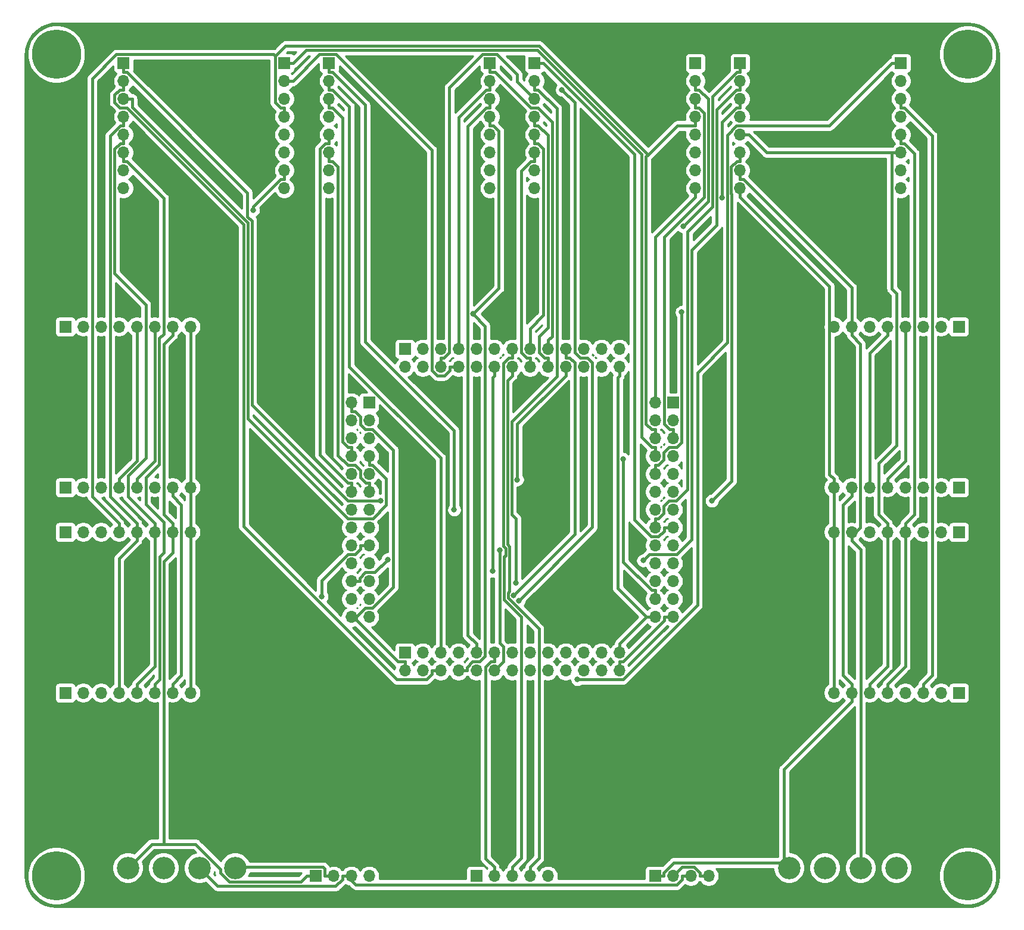
<source format=gbr>
G04 #@! TF.GenerationSoftware,KiCad,Pcbnew,(5.1.5)-3*
G04 #@! TF.CreationDate,2020-04-18T11:44:22+02:00*
G04 #@! TF.ProjectId,8SocketBoard,38536f63-6b65-4744-926f-6172642e6b69,rev?*
G04 #@! TF.SameCoordinates,Original*
G04 #@! TF.FileFunction,Copper,L2,Bot*
G04 #@! TF.FilePolarity,Positive*
%FSLAX46Y46*%
G04 Gerber Fmt 4.6, Leading zero omitted, Abs format (unit mm)*
G04 Created by KiCad (PCBNEW (5.1.5)-3) date 2020-04-18 11:44:22*
%MOMM*%
%LPD*%
G04 APERTURE LIST*
%ADD10O,1.700000X1.700000*%
%ADD11R,1.700000X1.700000*%
%ADD12C,3.200000*%
%ADD13C,7.000000*%
%ADD14C,0.800000*%
%ADD15C,0.381000*%
%ADD16C,0.254000*%
G04 APERTURE END LIST*
D10*
X121285000Y-49530000D03*
X121285000Y-62230000D03*
D11*
X121285000Y-44450000D03*
D10*
X121285000Y-59690000D03*
X121285000Y-57150000D03*
X121285000Y-54610000D03*
X121285000Y-46990000D03*
X121285000Y-52070000D03*
X98425000Y-49530000D03*
X98425000Y-62230000D03*
D11*
X98425000Y-44450000D03*
D10*
X98425000Y-59690000D03*
X98425000Y-57150000D03*
X98425000Y-54610000D03*
X98425000Y-46990000D03*
X98425000Y-52070000D03*
X69215000Y-52070000D03*
X69215000Y-46990000D03*
X69215000Y-54610000D03*
X69215000Y-57150000D03*
X69215000Y-59690000D03*
D11*
X69215000Y-44450000D03*
D10*
X69215000Y-62230000D03*
X69215000Y-49530000D03*
X92075000Y-52070000D03*
X92075000Y-46990000D03*
X92075000Y-54610000D03*
X92075000Y-57150000D03*
X92075000Y-59690000D03*
D11*
X92075000Y-44450000D03*
D10*
X92075000Y-62230000D03*
X92075000Y-49530000D03*
X151130000Y-81915000D03*
X156210000Y-81915000D03*
X148590000Y-81915000D03*
X146050000Y-81915000D03*
X143510000Y-81915000D03*
D11*
X158750000Y-81915000D03*
D10*
X140970000Y-81915000D03*
X153670000Y-81915000D03*
X151130000Y-104775000D03*
X156210000Y-104775000D03*
X148590000Y-104775000D03*
X146050000Y-104775000D03*
X143510000Y-104775000D03*
D11*
X158750000Y-104775000D03*
D10*
X140970000Y-104775000D03*
X153670000Y-104775000D03*
X153670000Y-133985000D03*
X140970000Y-133985000D03*
D11*
X158750000Y-133985000D03*
D10*
X143510000Y-133985000D03*
X146050000Y-133985000D03*
X148590000Y-133985000D03*
X156210000Y-133985000D03*
X151130000Y-133985000D03*
X153670000Y-111125000D03*
X140970000Y-111125000D03*
D11*
X158750000Y-111125000D03*
D10*
X143510000Y-111125000D03*
X146050000Y-111125000D03*
X148590000Y-111125000D03*
X156210000Y-111125000D03*
X151130000Y-111125000D03*
X39370000Y-133985000D03*
X34290000Y-133985000D03*
X41910000Y-133985000D03*
X44450000Y-133985000D03*
X46990000Y-133985000D03*
D11*
X31750000Y-133985000D03*
D10*
X49530000Y-133985000D03*
X36830000Y-133985000D03*
X39370000Y-111125000D03*
X34290000Y-111125000D03*
X41910000Y-111125000D03*
X44450000Y-111125000D03*
X46990000Y-111125000D03*
D11*
X31750000Y-111125000D03*
D10*
X49530000Y-111125000D03*
X36830000Y-111125000D03*
X127635000Y-52070000D03*
X127635000Y-46990000D03*
X127635000Y-54610000D03*
X127635000Y-57150000D03*
X127635000Y-59690000D03*
D11*
X127635000Y-44450000D03*
D10*
X127635000Y-62230000D03*
X127635000Y-49530000D03*
X150495000Y-52070000D03*
X150495000Y-46990000D03*
X150495000Y-54610000D03*
X150495000Y-57150000D03*
X150495000Y-59690000D03*
D11*
X150495000Y-44450000D03*
D10*
X150495000Y-62230000D03*
X150495000Y-49530000D03*
X36830000Y-81915000D03*
X49530000Y-81915000D03*
D11*
X31750000Y-81915000D03*
D10*
X46990000Y-81915000D03*
X44450000Y-81915000D03*
X41910000Y-81915000D03*
X34290000Y-81915000D03*
X39370000Y-81915000D03*
X36830000Y-104775000D03*
X49530000Y-104775000D03*
D11*
X31750000Y-104775000D03*
D10*
X46990000Y-104775000D03*
X44450000Y-104775000D03*
X41910000Y-104775000D03*
X34290000Y-104775000D03*
X39370000Y-104775000D03*
X62865000Y-49530000D03*
X62865000Y-62230000D03*
D11*
X62865000Y-44450000D03*
D10*
X62865000Y-59690000D03*
X62865000Y-57150000D03*
X62865000Y-54610000D03*
X62865000Y-46990000D03*
X62865000Y-52070000D03*
X40005000Y-49530000D03*
X40005000Y-62230000D03*
D11*
X40005000Y-44450000D03*
D10*
X40005000Y-59690000D03*
X40005000Y-57150000D03*
X40005000Y-54610000D03*
X40005000Y-46990000D03*
X40005000Y-52070000D03*
X72390000Y-123190000D03*
X72390000Y-120650000D03*
X74930000Y-123190000D03*
X74930000Y-120650000D03*
X74930000Y-115570000D03*
X72390000Y-110490000D03*
X72390000Y-107950000D03*
X74930000Y-110490000D03*
X74930000Y-107950000D03*
X72390000Y-105410000D03*
X74930000Y-105410000D03*
X74930000Y-102870000D03*
X74930000Y-100330000D03*
X74930000Y-97790000D03*
X74930000Y-95250000D03*
X72390000Y-92710000D03*
D11*
X74930000Y-92710000D03*
D10*
X72390000Y-100330000D03*
X72390000Y-113030000D03*
X72390000Y-118110000D03*
X74930000Y-118110000D03*
X74930000Y-113030000D03*
X72390000Y-97790000D03*
X72390000Y-102870000D03*
X72390000Y-115570000D03*
X72390000Y-95250000D03*
X102870000Y-85090000D03*
X107950000Y-85090000D03*
X82550000Y-87630000D03*
X102870000Y-87630000D03*
X90170000Y-87630000D03*
X110490000Y-87630000D03*
X92710000Y-85090000D03*
X85090000Y-87630000D03*
X100330000Y-85090000D03*
X80010000Y-87630000D03*
X87630000Y-85090000D03*
X95250000Y-85090000D03*
X95250000Y-87630000D03*
X105410000Y-85090000D03*
X105410000Y-87630000D03*
X100330000Y-87630000D03*
X87630000Y-87630000D03*
D11*
X80010000Y-85090000D03*
D10*
X97790000Y-87630000D03*
X110490000Y-85090000D03*
X82550000Y-85090000D03*
X85090000Y-85090000D03*
X90170000Y-85090000D03*
X92710000Y-87630000D03*
X97790000Y-85090000D03*
X107950000Y-87630000D03*
X118110000Y-107950000D03*
D11*
X118110000Y-92710000D03*
D10*
X115570000Y-110490000D03*
X118110000Y-102870000D03*
X118110000Y-95250000D03*
X115570000Y-100330000D03*
X115570000Y-118110000D03*
X118110000Y-113030000D03*
X118110000Y-110490000D03*
X115570000Y-92710000D03*
X115570000Y-113030000D03*
X118110000Y-97790000D03*
X115570000Y-120650000D03*
X115570000Y-107950000D03*
X118110000Y-118110000D03*
X118110000Y-100330000D03*
X115570000Y-105410000D03*
X118110000Y-123190000D03*
X115570000Y-97790000D03*
X118110000Y-105410000D03*
X115570000Y-123190000D03*
X115570000Y-102870000D03*
X118110000Y-115570000D03*
X115570000Y-115570000D03*
X115570000Y-95250000D03*
X118110000Y-120650000D03*
X95250000Y-128270000D03*
D11*
X80010000Y-128270000D03*
D10*
X97790000Y-130810000D03*
X90170000Y-128270000D03*
X82550000Y-128270000D03*
X87630000Y-130810000D03*
X105410000Y-130810000D03*
X100330000Y-128270000D03*
X97790000Y-128270000D03*
X80010000Y-130810000D03*
X100330000Y-130810000D03*
X85090000Y-128270000D03*
X107950000Y-130810000D03*
X95250000Y-130810000D03*
X105410000Y-128270000D03*
X87630000Y-128270000D03*
X92710000Y-130810000D03*
X110490000Y-128270000D03*
X85090000Y-130810000D03*
X92710000Y-128270000D03*
X110490000Y-130810000D03*
X90170000Y-130810000D03*
X102870000Y-128270000D03*
X102870000Y-130810000D03*
X82550000Y-130810000D03*
X107950000Y-128270000D03*
D12*
X139700000Y-158877000D03*
X134620000Y-158877000D03*
X144780000Y-158877000D03*
X149860000Y-158877000D03*
D11*
X90170000Y-160020000D03*
D10*
X92710000Y-160020000D03*
X95250000Y-160020000D03*
X97790000Y-160020000D03*
X100330000Y-160020000D03*
D11*
X115570000Y-160020000D03*
D10*
X118110000Y-160020000D03*
X120650000Y-160020000D03*
X123190000Y-160020000D03*
D11*
X67310000Y-160020000D03*
D10*
X69850000Y-160020000D03*
X72390000Y-160020000D03*
X74930000Y-160020000D03*
D12*
X45720000Y-158877000D03*
X40640000Y-158877000D03*
X50800000Y-158877000D03*
X55880000Y-158877000D03*
D13*
X30480000Y-43180000D03*
X160020000Y-43180000D03*
X30480000Y-160020000D03*
X160020000Y-160020000D03*
D14*
X58431200Y-65338900D03*
X123649800Y-106680000D03*
X113868200Y-115168700D03*
X77578400Y-115025200D03*
X95793900Y-118379500D03*
X68168700Y-120284700D03*
X95462900Y-120091400D03*
X95998200Y-103675900D03*
X119540500Y-67666500D03*
X125081400Y-63608500D03*
X92453100Y-116672200D03*
X76574100Y-106709200D03*
X111058600Y-100749300D03*
X87018600Y-107950000D03*
X119350900Y-79853100D03*
X89708900Y-80126300D03*
X102332900Y-48253400D03*
X96218700Y-120863000D03*
X93474400Y-113734100D03*
X104531400Y-132068500D03*
D15*
X69850000Y-160020000D02*
X68609200Y-160020000D01*
X68609200Y-160020000D02*
X68609200Y-159011900D01*
X68609200Y-159011900D02*
X68376400Y-158779100D01*
X68376400Y-158779100D02*
X55977900Y-158779100D01*
X55977900Y-158779100D02*
X55880000Y-158877000D01*
X121285000Y-62230000D02*
X121285000Y-63470800D01*
X115570000Y-92710000D02*
X115570000Y-69185800D01*
X115570000Y-69185800D02*
X121285000Y-63470800D01*
X110490000Y-88870800D02*
X110246800Y-89114000D01*
X110246800Y-89114000D02*
X110246800Y-119107600D01*
X110246800Y-119107600D02*
X114329200Y-123190000D01*
X110490000Y-87630000D02*
X110490000Y-88870800D01*
X110490000Y-127029200D02*
X114329200Y-123190000D01*
X127635000Y-62230000D02*
X127635000Y-63470800D01*
X127635000Y-63470800D02*
X140349600Y-76185400D01*
X140349600Y-76185400D02*
X140349600Y-81915000D01*
X123190000Y-160020000D02*
X121949200Y-160020000D01*
X121949200Y-160020000D02*
X121949200Y-159554700D01*
X121949200Y-159554700D02*
X121133600Y-158739100D01*
X121133600Y-158739100D02*
X119390900Y-158739100D01*
X119390900Y-158739100D02*
X118110000Y-160020000D01*
X140970000Y-104775000D02*
X140970000Y-103534200D01*
X140349600Y-81915000D02*
X140349600Y-102913800D01*
X140349600Y-102913800D02*
X140970000Y-103534200D01*
X140970000Y-81915000D02*
X140349600Y-81915000D01*
X140970000Y-105395400D02*
X140970000Y-104775000D01*
X140970000Y-105395400D02*
X140970000Y-106015800D01*
X140970000Y-111125000D02*
X140970000Y-133985000D01*
X140970000Y-106015800D02*
X140970000Y-111125000D01*
X115570000Y-123190000D02*
X114329200Y-123190000D01*
X110490000Y-128270000D02*
X110490000Y-127029200D01*
X49530000Y-104775000D02*
X49530000Y-106015800D01*
X49530000Y-111125000D02*
X49530000Y-109884200D01*
X49530000Y-109884200D02*
X49530000Y-106015800D01*
X49530000Y-104775000D02*
X49530000Y-81915000D01*
X49530000Y-111125000D02*
X49530000Y-112365800D01*
X49530000Y-133985000D02*
X49530000Y-132744200D01*
X49530000Y-132744200D02*
X49530000Y-112365800D01*
X118110000Y-123190000D02*
X116869200Y-123190000D01*
X110490000Y-130810000D02*
X110490000Y-129569200D01*
X110490000Y-129569200D02*
X111004200Y-129569200D01*
X111004200Y-129569200D02*
X116869200Y-123704200D01*
X116869200Y-123704200D02*
X116869200Y-123190000D01*
X73081600Y-123190000D02*
X74351500Y-121920100D01*
X74351500Y-121920100D02*
X75414700Y-121920100D01*
X75414700Y-121920100D02*
X78369200Y-118965600D01*
X78369200Y-118965600D02*
X78369200Y-99467300D01*
X78369200Y-99467300D02*
X75392800Y-96490900D01*
X75392800Y-96490900D02*
X74340000Y-96490900D01*
X74340000Y-96490900D02*
X73660000Y-95810900D01*
X73660000Y-95810900D02*
X73660000Y-94706600D01*
X73660000Y-94706600D02*
X72904200Y-93950800D01*
X72904200Y-93950800D02*
X72390000Y-93950800D01*
X73081600Y-123190000D02*
X73081600Y-123609100D01*
X73081600Y-123609100D02*
X79041700Y-129569200D01*
X79041700Y-129569200D02*
X80010000Y-129569200D01*
X73081600Y-123190000D02*
X72988200Y-123190000D01*
X80010000Y-130810000D02*
X80010000Y-129569200D01*
X72390000Y-92710000D02*
X72390000Y-93950800D01*
X72390000Y-123190000D02*
X72988200Y-123190000D01*
X62865000Y-59690000D02*
X62865000Y-60930800D01*
X58431200Y-65338900D02*
X58431200Y-64850400D01*
X58431200Y-64850400D02*
X62350800Y-60930800D01*
X62350800Y-60930800D02*
X62865000Y-60930800D01*
X45720000Y-155486900D02*
X45720000Y-115280000D01*
X45720000Y-115280000D02*
X46990000Y-114010000D01*
X46990000Y-114010000D02*
X46990000Y-112365800D01*
X46990000Y-111125000D02*
X46990000Y-112365800D01*
X46990000Y-111125000D02*
X46990000Y-109884200D01*
X46990000Y-109884200D02*
X45720000Y-108614200D01*
X45720000Y-108614200D02*
X45720000Y-84425800D01*
X45720000Y-84425800D02*
X46990000Y-83155800D01*
X46990000Y-81915000D02*
X46990000Y-83155800D01*
X143510000Y-133985000D02*
X143510000Y-135225800D01*
X133900700Y-158157700D02*
X118207800Y-158157700D01*
X118207800Y-158157700D02*
X116810800Y-159554700D01*
X116810800Y-159554700D02*
X116810800Y-160020000D01*
X134620000Y-158877000D02*
X133900700Y-158157700D01*
X143510000Y-135225800D02*
X133900700Y-144835100D01*
X133900700Y-144835100D02*
X133900700Y-158157700D01*
X143510000Y-133386800D02*
X143510000Y-133985000D01*
X143510000Y-133386800D02*
X143510000Y-132744200D01*
X143510000Y-104775000D02*
X143510000Y-106015800D01*
X143510000Y-132744200D02*
X142240000Y-131474200D01*
X142240000Y-131474200D02*
X142240000Y-107285800D01*
X142240000Y-107285800D02*
X143510000Y-106015800D01*
X115570000Y-160020000D02*
X116810800Y-160020000D01*
X45720000Y-155486900D02*
X50242200Y-155486900D01*
X50242200Y-155486900D02*
X53796100Y-159040800D01*
X53796100Y-159040800D02*
X53796100Y-159616300D01*
X53796100Y-159616300D02*
X55049400Y-160869600D01*
X55049400Y-160869600D02*
X65219600Y-160869600D01*
X65219600Y-160869600D02*
X66069200Y-160020000D01*
X40640000Y-158877000D02*
X44030100Y-155486900D01*
X44030100Y-155486900D02*
X45720000Y-155486900D01*
X67310000Y-160020000D02*
X66069200Y-160020000D01*
X143510000Y-81915000D02*
X143510000Y-83155800D01*
X143510000Y-111745400D02*
X144750800Y-110504600D01*
X144750800Y-110504600D02*
X144750800Y-84396600D01*
X144750800Y-84396600D02*
X143510000Y-83155800D01*
X143510000Y-111745400D02*
X143510000Y-112365800D01*
X143510000Y-111125000D02*
X143510000Y-111745400D01*
X120650000Y-160020000D02*
X119409200Y-160020000D01*
X127635000Y-59690000D02*
X127635000Y-60930800D01*
X127635000Y-60930800D02*
X128100300Y-60930800D01*
X128100300Y-60930800D02*
X143510000Y-76340500D01*
X143510000Y-76340500D02*
X143510000Y-81915000D01*
X71791900Y-160020000D02*
X73052500Y-161280600D01*
X73052500Y-161280600D02*
X118662800Y-161280600D01*
X118662800Y-161280600D02*
X119409200Y-160534200D01*
X119409200Y-160534200D02*
X119409200Y-160020000D01*
X71791900Y-160020000D02*
X71149200Y-160020000D01*
X72390000Y-160020000D02*
X71791900Y-160020000D01*
X143510000Y-112365800D02*
X144780000Y-113635800D01*
X144780000Y-113635800D02*
X144780000Y-158877000D01*
X71149200Y-160020000D02*
X71149200Y-160485300D01*
X71149200Y-160485300D02*
X70149900Y-161484600D01*
X70149900Y-161484600D02*
X53407600Y-161484600D01*
X53407600Y-161484600D02*
X50800000Y-158877000D01*
X46990000Y-106015800D02*
X48230800Y-107256600D01*
X48230800Y-107256600D02*
X48230800Y-131503400D01*
X48230800Y-131503400D02*
X46990000Y-132744200D01*
X46990000Y-105395400D02*
X46990000Y-104775000D01*
X46990000Y-105395400D02*
X46990000Y-106015800D01*
X46990000Y-133985000D02*
X46990000Y-132744200D01*
X92710000Y-160020000D02*
X92710000Y-158779200D01*
X92710000Y-128270000D02*
X92710000Y-129510800D01*
X92710000Y-129510800D02*
X92244700Y-129510800D01*
X92244700Y-129510800D02*
X91463000Y-130292500D01*
X91463000Y-130292500D02*
X91463000Y-157532200D01*
X91463000Y-157532200D02*
X92710000Y-158779200D01*
X95250000Y-86330800D02*
X94735800Y-86330800D01*
X94735800Y-86330800D02*
X93980000Y-87086600D01*
X93980000Y-87086600D02*
X93980000Y-113116000D01*
X93980000Y-113116000D02*
X94310900Y-113446900D01*
X94310900Y-113446900D02*
X94310900Y-114433500D01*
X94310900Y-114433500D02*
X94090800Y-114653600D01*
X94090800Y-114653600D02*
X94090800Y-120732800D01*
X94090800Y-120732800D02*
X96549200Y-123191200D01*
X96549200Y-123191200D02*
X96549200Y-157480000D01*
X96549200Y-157480000D02*
X95250000Y-158779200D01*
X95250000Y-85090000D02*
X95250000Y-86330800D01*
X95250000Y-160020000D02*
X95250000Y-158779200D01*
X95250000Y-88870800D02*
X94575900Y-89544900D01*
X94575900Y-89544900D02*
X94575900Y-112889800D01*
X94575900Y-112889800D02*
X94892200Y-113206100D01*
X94892200Y-113206100D02*
X94892200Y-119543800D01*
X94892200Y-119543800D02*
X94672100Y-119763900D01*
X94672100Y-119763900D02*
X94672100Y-120492000D01*
X94672100Y-120492000D02*
X99060000Y-124879900D01*
X99060000Y-124879900D02*
X99060000Y-157509200D01*
X99060000Y-157509200D02*
X97790000Y-158779200D01*
X95250000Y-87630000D02*
X95250000Y-88870800D01*
X97790000Y-160020000D02*
X97790000Y-158779200D01*
X149225600Y-57150000D02*
X150495000Y-57150000D01*
X128875800Y-54610000D02*
X131415800Y-57150000D01*
X131415800Y-57150000D02*
X149225600Y-57150000D01*
X149225600Y-57150000D02*
X149225600Y-76538200D01*
X149225600Y-76538200D02*
X149860000Y-77172600D01*
X149860000Y-77172600D02*
X149860000Y-98825000D01*
X149860000Y-98825000D02*
X147320000Y-101365000D01*
X147320000Y-101365000D02*
X147320000Y-108614200D01*
X147320000Y-108614200D02*
X148590000Y-109884200D01*
X148590000Y-111125000D02*
X148590000Y-109884200D01*
X127635000Y-54610000D02*
X128875800Y-54610000D01*
X44450000Y-81915000D02*
X44450000Y-100994200D01*
X44450000Y-100994200D02*
X41910000Y-103534200D01*
X72390000Y-105410000D02*
X72390000Y-104169200D01*
X72390000Y-104169200D02*
X71924700Y-104169200D01*
X71924700Y-104169200D02*
X67915900Y-100160400D01*
X67915900Y-100160400D02*
X67915900Y-56635700D01*
X67915900Y-56635700D02*
X68700800Y-55850800D01*
X68700800Y-55850800D02*
X69215000Y-55850800D01*
X69215000Y-54610000D02*
X69215000Y-55850800D01*
X41910000Y-104775000D02*
X41910000Y-103534200D01*
X148590000Y-111125000D02*
X148590000Y-130204200D01*
X148590000Y-130204200D02*
X146050000Y-132744200D01*
X146050000Y-133985000D02*
X146050000Y-132744200D01*
X127635000Y-58390800D02*
X127169600Y-58390800D01*
X127169600Y-58390800D02*
X126394200Y-59166200D01*
X126394200Y-59166200D02*
X126394200Y-62980800D01*
X126394200Y-62980800D02*
X126453500Y-63040100D01*
X126453500Y-63040100D02*
X126453500Y-103876300D01*
X126453500Y-103876300D02*
X123649800Y-106680000D01*
X69215000Y-57150000D02*
X69215000Y-58390800D01*
X74930000Y-105410000D02*
X74930000Y-104169200D01*
X74930000Y-104169200D02*
X74464600Y-104169200D01*
X74464600Y-104169200D02*
X73689200Y-103393800D01*
X73689200Y-103393800D02*
X73689200Y-102387000D01*
X73689200Y-102387000D02*
X72902200Y-101600000D01*
X72902200Y-101600000D02*
X71880900Y-101600000D01*
X71880900Y-101600000D02*
X70514100Y-100233200D01*
X70514100Y-100233200D02*
X70514100Y-59175700D01*
X70514100Y-59175700D02*
X69729200Y-58390800D01*
X69729200Y-58390800D02*
X69215000Y-58390800D01*
X127635000Y-57150000D02*
X127635000Y-58390800D01*
X151130000Y-111125000D02*
X151130000Y-109884200D01*
X150495000Y-54610000D02*
X150495000Y-55850800D01*
X150495000Y-55850800D02*
X150960300Y-55850800D01*
X150960300Y-55850800D02*
X152400000Y-57290500D01*
X152400000Y-57290500D02*
X152400000Y-108614200D01*
X152400000Y-108614200D02*
X151130000Y-109884200D01*
X41910000Y-81915000D02*
X41910000Y-100994200D01*
X41910000Y-100994200D02*
X39370000Y-103534200D01*
X148590000Y-132744200D02*
X151130000Y-130204200D01*
X151130000Y-130204200D02*
X151130000Y-111125000D01*
X148590000Y-133985000D02*
X148590000Y-132744200D01*
X39370000Y-104775000D02*
X39370000Y-103534200D01*
X41245800Y-49530000D02*
X41245800Y-50677500D01*
X41245800Y-50677500D02*
X57663500Y-67095200D01*
X57663500Y-67095200D02*
X57663500Y-94980600D01*
X57663500Y-94980600D02*
X71902900Y-109220000D01*
X71902900Y-109220000D02*
X75427900Y-109220000D01*
X75427900Y-109220000D02*
X77369400Y-107278500D01*
X77369400Y-107278500D02*
X77369400Y-103544800D01*
X77369400Y-103544800D02*
X75395400Y-101570800D01*
X75395400Y-101570800D02*
X74930000Y-101570800D01*
X40005000Y-49530000D02*
X41245800Y-49530000D01*
X74930000Y-100330000D02*
X74930000Y-101570800D01*
X69215000Y-49530000D02*
X69215000Y-50770800D01*
X72390000Y-100330000D02*
X72390000Y-99089200D01*
X72390000Y-99089200D02*
X71924600Y-99089200D01*
X71924600Y-99089200D02*
X71149200Y-98313800D01*
X71149200Y-98313800D02*
X71149200Y-52190800D01*
X71149200Y-52190800D02*
X69729200Y-50770800D01*
X69729200Y-50770800D02*
X69215000Y-50770800D01*
X127635000Y-48230800D02*
X127120800Y-48230800D01*
X127120800Y-48230800D02*
X124290600Y-51061000D01*
X124290600Y-51061000D02*
X124290600Y-67509600D01*
X124290600Y-67509600D02*
X120765500Y-71034700D01*
X120765500Y-71034700D02*
X120765500Y-112196600D01*
X120765500Y-112196600D02*
X118662100Y-114300000D01*
X118662100Y-114300000D02*
X114736900Y-114300000D01*
X114736900Y-114300000D02*
X113868200Y-115168700D01*
X72390000Y-118110000D02*
X73630800Y-118110000D01*
X127635000Y-46990000D02*
X127635000Y-48230800D01*
X73630800Y-118110000D02*
X73630800Y-117644600D01*
X73630800Y-117644600D02*
X74406200Y-116869200D01*
X74406200Y-116869200D02*
X75734400Y-116869200D01*
X75734400Y-116869200D02*
X77578400Y-115025200D01*
X98425000Y-46990000D02*
X98425000Y-48230800D01*
X95793900Y-118379500D02*
X95793900Y-109228600D01*
X95793900Y-109228600D02*
X95157300Y-108592000D01*
X95157300Y-108592000D02*
X95157300Y-95450200D01*
X95157300Y-95450200D02*
X101600000Y-89007500D01*
X101600000Y-89007500D02*
X101600000Y-50891600D01*
X101600000Y-50891600D02*
X98939200Y-48230800D01*
X98939200Y-48230800D02*
X98425000Y-48230800D01*
X74930000Y-113030000D02*
X73689200Y-113030000D01*
X73689200Y-113030000D02*
X73689200Y-113495400D01*
X73689200Y-113495400D02*
X72913800Y-114270800D01*
X72913800Y-114270800D02*
X71884500Y-114270800D01*
X71884500Y-114270800D02*
X68168700Y-117986600D01*
X68168700Y-117986600D02*
X68168700Y-120284700D01*
X102870000Y-85090000D02*
X102870000Y-86330800D01*
X102870000Y-86330800D02*
X103429900Y-86330800D01*
X103429900Y-86330800D02*
X104140000Y-87040900D01*
X104140000Y-87040900D02*
X104140000Y-111414300D01*
X104140000Y-111414300D02*
X95462900Y-120091400D01*
X95998200Y-103675900D02*
X95998200Y-95742600D01*
X95998200Y-95742600D02*
X102870000Y-88870800D01*
X102870000Y-87630000D02*
X102870000Y-88870800D01*
X121285000Y-46990000D02*
X121285000Y-48230800D01*
X119540500Y-67666500D02*
X123127900Y-64079100D01*
X123127900Y-64079100D02*
X123127900Y-49559500D01*
X123127900Y-49559500D02*
X121799200Y-48230800D01*
X121799200Y-48230800D02*
X121285000Y-48230800D01*
X85090000Y-87630000D02*
X85090000Y-86389200D01*
X85090000Y-86389200D02*
X85555400Y-86389200D01*
X85555400Y-86389200D02*
X86330800Y-85613800D01*
X86330800Y-85613800D02*
X86330800Y-47928100D01*
X86330800Y-47928100D02*
X91049800Y-43209100D01*
X91049800Y-43209100D02*
X93093100Y-43209100D01*
X93093100Y-43209100D02*
X95955500Y-46071500D01*
X95955500Y-46071500D02*
X95955500Y-47060500D01*
X95955500Y-47060500D02*
X98425000Y-49530000D01*
X100330000Y-85090000D02*
X100330000Y-83849200D01*
X100330000Y-83849200D02*
X100911300Y-83267900D01*
X100911300Y-83267900D02*
X100911300Y-52793700D01*
X100911300Y-52793700D02*
X98917600Y-50800000D01*
X98917600Y-50800000D02*
X97917700Y-50800000D01*
X97917700Y-50800000D02*
X92808500Y-45690800D01*
X92808500Y-45690800D02*
X92075000Y-45690800D01*
X92075000Y-44450000D02*
X92075000Y-45690800D01*
X92075000Y-46990000D02*
X92075000Y-48230800D01*
X87630000Y-85090000D02*
X87630000Y-52161600D01*
X87630000Y-52161600D02*
X91560800Y-48230800D01*
X91560800Y-48230800D02*
X92075000Y-48230800D01*
X148590000Y-104775000D02*
X148590000Y-103534200D01*
X151130000Y-81915000D02*
X151130000Y-100994200D01*
X151130000Y-100994200D02*
X148590000Y-103534200D01*
X98425000Y-52070000D02*
X98425000Y-53310800D01*
X100330000Y-87630000D02*
X100330000Y-86389200D01*
X100330000Y-86389200D02*
X99864700Y-86389200D01*
X99864700Y-86389200D02*
X99060000Y-85584500D01*
X99060000Y-85584500D02*
X99060000Y-83317900D01*
X99060000Y-83317900D02*
X100329900Y-82048000D01*
X100329900Y-82048000D02*
X100329900Y-54701500D01*
X100329900Y-54701500D02*
X98939200Y-53310800D01*
X98939200Y-53310800D02*
X98425000Y-53310800D01*
X41910000Y-111125000D02*
X41910000Y-109884200D01*
X40005000Y-52070000D02*
X40005000Y-53310800D01*
X40005000Y-53310800D02*
X39539700Y-53310800D01*
X39539700Y-53310800D02*
X38100000Y-54750500D01*
X38100000Y-54750500D02*
X38100000Y-106074200D01*
X38100000Y-106074200D02*
X41910000Y-109884200D01*
X41910000Y-111723100D02*
X41910000Y-111125000D01*
X41910000Y-111723100D02*
X41910000Y-112365800D01*
X41910000Y-112365800D02*
X39370000Y-114905800D01*
X39370000Y-114905800D02*
X39370000Y-133985000D01*
X62865000Y-46990000D02*
X64105800Y-46990000D01*
X87630000Y-87630000D02*
X86389200Y-87630000D01*
X86389200Y-87630000D02*
X86389200Y-88095300D01*
X86389200Y-88095300D02*
X85606400Y-88878100D01*
X85606400Y-88878100D02*
X84582500Y-88878100D01*
X84582500Y-88878100D02*
X83820000Y-88115600D01*
X83820000Y-88115600D02*
X83820000Y-56797400D01*
X83820000Y-56797400D02*
X70231700Y-43209100D01*
X70231700Y-43209100D02*
X67886700Y-43209100D01*
X67886700Y-43209100D02*
X64105800Y-46990000D01*
X44450000Y-133985000D02*
X44450000Y-132744200D01*
X40005000Y-57150000D02*
X40005000Y-58390800D01*
X40005000Y-58390800D02*
X40470300Y-58390800D01*
X40470300Y-58390800D02*
X45720200Y-63640700D01*
X45720200Y-63640700D02*
X45720200Y-82974300D01*
X45720200Y-82974300D02*
X45109300Y-83585200D01*
X45109300Y-83585200D02*
X45109300Y-101468100D01*
X45109300Y-101468100D02*
X43180000Y-103397400D01*
X43180000Y-103397400D02*
X43180000Y-107207400D01*
X43180000Y-107207400D02*
X45720000Y-109747400D01*
X45720000Y-109747400D02*
X45720000Y-114046900D01*
X45720000Y-114046900D02*
X45138600Y-114628300D01*
X45138600Y-114628300D02*
X45138600Y-132055600D01*
X45138600Y-132055600D02*
X44450000Y-132744200D01*
X98425000Y-57150000D02*
X98425000Y-58390800D01*
X97790000Y-87630000D02*
X97790000Y-86389200D01*
X97790000Y-86389200D02*
X97324700Y-86389200D01*
X97324700Y-86389200D02*
X96520100Y-85584600D01*
X96520100Y-85584600D02*
X96520100Y-59781500D01*
X96520100Y-59781500D02*
X97910800Y-58390800D01*
X97910800Y-58390800D02*
X98425000Y-58390800D01*
X125081400Y-63608500D02*
X125081400Y-52810200D01*
X125081400Y-52810200D02*
X127120800Y-50770800D01*
X127120800Y-50770800D02*
X127635000Y-50770800D01*
X127635000Y-49530000D02*
X127635000Y-50770800D01*
X92710000Y-87630000D02*
X92710000Y-88870800D01*
X92710000Y-88870800D02*
X92453100Y-89127700D01*
X92453100Y-89127700D02*
X92453100Y-116672200D01*
X148590000Y-81915000D02*
X148590000Y-83155800D01*
X148590000Y-83155800D02*
X146050000Y-85695800D01*
X146050000Y-85695800D02*
X146050000Y-104775000D01*
X98425000Y-55850800D02*
X98939200Y-55850800D01*
X98939200Y-55850800D02*
X99724100Y-56635700D01*
X99724100Y-56635700D02*
X99724100Y-80270900D01*
X99724100Y-80270900D02*
X97790000Y-82205000D01*
X97790000Y-82205000D02*
X97790000Y-83849200D01*
X98425000Y-54610000D02*
X98425000Y-55850800D01*
X97790000Y-85090000D02*
X97790000Y-83849200D01*
X44450000Y-111125000D02*
X44450000Y-130204200D01*
X44450000Y-130204200D02*
X41910000Y-132744200D01*
X40005000Y-55850800D02*
X39539700Y-55850800D01*
X39539700Y-55850800D02*
X38764100Y-56626400D01*
X38764100Y-56626400D02*
X38764100Y-74369200D01*
X38764100Y-74369200D02*
X43180000Y-78785100D01*
X43180000Y-78785100D02*
X43180000Y-100546500D01*
X43180000Y-100546500D02*
X40640000Y-103086500D01*
X40640000Y-103086500D02*
X40640000Y-106074200D01*
X40640000Y-106074200D02*
X44450000Y-109884200D01*
X44450000Y-111125000D02*
X44450000Y-109884200D01*
X40005000Y-54610000D02*
X40005000Y-55850800D01*
X41910000Y-133985000D02*
X41910000Y-132744200D01*
X40005000Y-45690800D02*
X40470300Y-45690800D01*
X40470300Y-45690800D02*
X57640400Y-62860900D01*
X57640400Y-62860900D02*
X57640400Y-66250000D01*
X57640400Y-66250000D02*
X58244800Y-66854400D01*
X58244800Y-66854400D02*
X58244800Y-93042300D01*
X58244800Y-93042300D02*
X71911600Y-106709100D01*
X71911600Y-106709100D02*
X76574100Y-106709100D01*
X76574100Y-106709100D02*
X76574100Y-106709200D01*
X40005000Y-44450000D02*
X40005000Y-45690800D01*
X115570000Y-109249200D02*
X115570000Y-109249100D01*
X115570000Y-109249100D02*
X116025700Y-109249100D01*
X116025700Y-109249100D02*
X116810800Y-108464000D01*
X116810800Y-108464000D02*
X116810800Y-107435700D01*
X116810800Y-107435700D02*
X117537300Y-106709200D01*
X117537300Y-106709200D02*
X118566100Y-106709200D01*
X118566100Y-106709200D02*
X120184100Y-105091200D01*
X120184100Y-105091200D02*
X120184100Y-68406200D01*
X120184100Y-68406200D02*
X123709200Y-64881100D01*
X123709200Y-64881100D02*
X123709200Y-49151300D01*
X123709200Y-49151300D02*
X127169700Y-45690800D01*
X127169700Y-45690800D02*
X127635000Y-45690800D01*
X127635000Y-44450000D02*
X127635000Y-45690800D01*
X115570000Y-110490000D02*
X115570000Y-109249200D01*
X62865000Y-44450000D02*
X64105800Y-44450000D01*
X115570000Y-100330000D02*
X115570000Y-99089200D01*
X115570000Y-99089200D02*
X115104700Y-99089200D01*
X115104700Y-99089200D02*
X113659600Y-97644100D01*
X113659600Y-97644100D02*
X113659600Y-57431900D01*
X113659600Y-57431900D02*
X98796900Y-42569200D01*
X98796900Y-42569200D02*
X65986600Y-42569200D01*
X65986600Y-42569200D02*
X64105800Y-44450000D01*
X98425000Y-44450000D02*
X99665800Y-44450000D01*
X118110000Y-110490000D02*
X116869200Y-110490000D01*
X116869200Y-110490000D02*
X116869200Y-110955300D01*
X116869200Y-110955300D02*
X116064500Y-111760000D01*
X116064500Y-111760000D02*
X115035300Y-111760000D01*
X115035300Y-111760000D02*
X112629100Y-109353800D01*
X112629100Y-109353800D02*
X112629100Y-57413300D01*
X112629100Y-57413300D02*
X99665800Y-44450000D01*
X121285000Y-49530000D02*
X121285000Y-50770800D01*
X118110000Y-97790000D02*
X118110000Y-96549200D01*
X118110000Y-96549200D02*
X117644700Y-96549200D01*
X117644700Y-96549200D02*
X116869100Y-95773600D01*
X116869100Y-95773600D02*
X116869100Y-69195500D01*
X116869100Y-69195500D02*
X122546500Y-63518100D01*
X122546500Y-63518100D02*
X122546500Y-51518100D01*
X122546500Y-51518100D02*
X121799200Y-50770800D01*
X121799200Y-50770800D02*
X121285000Y-50770800D01*
X115570000Y-119409200D02*
X115104800Y-119409200D01*
X115104800Y-119409200D02*
X111058600Y-115363000D01*
X111058600Y-115363000D02*
X111058600Y-100749300D01*
X115570000Y-120650000D02*
X115570000Y-119409200D01*
X69215000Y-45690800D02*
X69670600Y-45690800D01*
X69670600Y-45690800D02*
X74357000Y-50377200D01*
X74357000Y-50377200D02*
X74357000Y-84056100D01*
X74357000Y-84056100D02*
X87018600Y-96717700D01*
X87018600Y-96717700D02*
X87018600Y-107950000D01*
X69215000Y-44450000D02*
X69215000Y-45690800D01*
X114566500Y-57480800D02*
X118736500Y-53310800D01*
X118736500Y-53310800D02*
X121285000Y-53310800D01*
X115570000Y-96549200D02*
X115104700Y-96549200D01*
X115104700Y-96549200D02*
X114278800Y-95723300D01*
X114278800Y-95723300D02*
X114278800Y-57768500D01*
X114278800Y-57768500D02*
X114566500Y-57480800D01*
X114566500Y-57480800D02*
X99073500Y-41987800D01*
X99073500Y-41987800D02*
X63037500Y-41987800D01*
X63037500Y-41987800D02*
X61565900Y-43459400D01*
X39370000Y-111125000D02*
X39370000Y-109884200D01*
X61565900Y-43459400D02*
X61565900Y-50044300D01*
X61565900Y-50044300D02*
X62350800Y-50829200D01*
X62350800Y-50829200D02*
X62865000Y-50829200D01*
X39370000Y-109884200D02*
X35560100Y-106074300D01*
X35560100Y-106074300D02*
X35560100Y-46620800D01*
X35560100Y-46620800D02*
X38971800Y-43209100D01*
X38971800Y-43209100D02*
X61315600Y-43209100D01*
X61315600Y-43209100D02*
X61565900Y-43459400D01*
X62865000Y-52070000D02*
X62865000Y-50829200D01*
X121285000Y-52070000D02*
X121285000Y-53310800D01*
X115570000Y-97790000D02*
X115570000Y-96549200D01*
X115570000Y-102870000D02*
X115570000Y-101629200D01*
X115570000Y-101629200D02*
X116035400Y-101629200D01*
X116035400Y-101629200D02*
X116810800Y-100853800D01*
X116810800Y-100853800D02*
X116810800Y-99798300D01*
X116810800Y-99798300D02*
X117549100Y-99060000D01*
X117549100Y-99060000D02*
X118675300Y-99060000D01*
X118675300Y-99060000D02*
X119350900Y-98384400D01*
X119350900Y-98384400D02*
X119350900Y-79853100D01*
X92075000Y-49530000D02*
X92075000Y-50770800D01*
X90170000Y-128270000D02*
X90170000Y-127029200D01*
X90170000Y-127029200D02*
X88918000Y-125777200D01*
X88918000Y-125777200D02*
X88918000Y-53413600D01*
X88918000Y-53413600D02*
X91560800Y-50770800D01*
X91560800Y-50770800D02*
X92075000Y-50770800D01*
X153670000Y-133985000D02*
X153670000Y-132744200D01*
X150495000Y-49530000D02*
X150495000Y-50770800D01*
X150495000Y-50770800D02*
X150960300Y-50770800D01*
X150960300Y-50770800D02*
X154940000Y-54750500D01*
X154940000Y-54750500D02*
X154940000Y-131474200D01*
X154940000Y-131474200D02*
X153670000Y-132744200D01*
X87630000Y-130810000D02*
X88870800Y-130810000D01*
X88870800Y-130810000D02*
X88870800Y-130344600D01*
X88870800Y-130344600D02*
X89646200Y-129569200D01*
X89646200Y-129569200D02*
X90660900Y-129569200D01*
X90660900Y-129569200D02*
X91418500Y-128811600D01*
X91418500Y-128811600D02*
X91418500Y-81835900D01*
X91418500Y-81835900D02*
X89708900Y-80126300D01*
X92075000Y-53310800D02*
X92589200Y-53310800D01*
X92589200Y-53310800D02*
X93374100Y-54095700D01*
X93374100Y-54095700D02*
X93374100Y-76461100D01*
X93374100Y-76461100D02*
X89708900Y-80126300D01*
X92075000Y-52070000D02*
X92075000Y-53310800D01*
X69215000Y-46990000D02*
X69215000Y-48230800D01*
X85090000Y-128270000D02*
X85090000Y-100558400D01*
X85090000Y-100558400D02*
X72121200Y-87589600D01*
X72121200Y-87589600D02*
X72121200Y-50622800D01*
X72121200Y-50622800D02*
X69729200Y-48230800D01*
X69729200Y-48230800D02*
X69215000Y-48230800D01*
X102332900Y-48253400D02*
X104140000Y-50060500D01*
X104140000Y-50060500D02*
X104140000Y-85576100D01*
X104140000Y-85576100D02*
X104923900Y-86360000D01*
X104923900Y-86360000D02*
X105970900Y-86360000D01*
X105970900Y-86360000D02*
X106650900Y-87040000D01*
X106650900Y-87040000D02*
X106650900Y-110430800D01*
X106650900Y-110430800D02*
X96218700Y-120863000D01*
X92710000Y-130810000D02*
X93980000Y-129540000D01*
X93980000Y-129540000D02*
X93980000Y-127445200D01*
X93980000Y-127445200D02*
X93474400Y-126939600D01*
X93474400Y-126939600D02*
X93474400Y-113734100D01*
X40005000Y-48230800D02*
X39490800Y-48230800D01*
X39490800Y-48230800D02*
X38756200Y-48965400D01*
X38756200Y-48965400D02*
X38756200Y-50045000D01*
X38756200Y-50045000D02*
X39511200Y-50800000D01*
X39511200Y-50800000D02*
X40517200Y-50800000D01*
X40517200Y-50800000D02*
X57082200Y-67365000D01*
X57082200Y-67365000D02*
X57082200Y-110330200D01*
X57082200Y-110330200D02*
X78817200Y-132065200D01*
X78817200Y-132065200D02*
X83059300Y-132065200D01*
X83059300Y-132065200D02*
X83849200Y-131275300D01*
X83849200Y-131275300D02*
X83849200Y-130810000D01*
X40005000Y-46990000D02*
X40005000Y-48230800D01*
X85090000Y-130810000D02*
X83849200Y-130810000D01*
X149254200Y-44450000D02*
X140364100Y-53340100D01*
X140364100Y-53340100D02*
X127140700Y-53340100D01*
X127140700Y-53340100D02*
X125803900Y-54676900D01*
X125803900Y-54676900D02*
X125803900Y-63212600D01*
X125803900Y-63212600D02*
X125872200Y-63280900D01*
X125872200Y-63280900D02*
X125872200Y-84186700D01*
X125872200Y-84186700D02*
X121579400Y-88479500D01*
X121579400Y-88479500D02*
X121579400Y-121524100D01*
X121579400Y-121524100D02*
X111035000Y-132068500D01*
X111035000Y-132068500D02*
X104531400Y-132068500D01*
X150495000Y-44450000D02*
X149254200Y-44450000D01*
D16*
G36*
X160802249Y-38832437D02*
G01*
X161559774Y-39039672D01*
X162268625Y-39377777D01*
X162906404Y-39836067D01*
X163452946Y-40400055D01*
X163890977Y-41051913D01*
X164206651Y-41771038D01*
X164391206Y-42539768D01*
X164440001Y-43204221D01*
X164440000Y-159990608D01*
X164367563Y-160802249D01*
X164160328Y-161559774D01*
X163822221Y-162268627D01*
X163363928Y-162906410D01*
X162799945Y-163452946D01*
X162148085Y-163890978D01*
X161428963Y-164206651D01*
X160660232Y-164391206D01*
X159995792Y-164440000D01*
X30509392Y-164440000D01*
X29697751Y-164367563D01*
X28940226Y-164160328D01*
X28231373Y-163822221D01*
X27593590Y-163363928D01*
X27047054Y-162799945D01*
X26609022Y-162148085D01*
X26293349Y-161428963D01*
X26108794Y-160660232D01*
X26060000Y-159995792D01*
X26060000Y-159612738D01*
X26345000Y-159612738D01*
X26345000Y-160427262D01*
X26503906Y-161226135D01*
X26815611Y-161978657D01*
X27268136Y-162655909D01*
X27844091Y-163231864D01*
X28521343Y-163684389D01*
X29273865Y-163996094D01*
X30072738Y-164155000D01*
X30887262Y-164155000D01*
X31686135Y-163996094D01*
X32438657Y-163684389D01*
X33115909Y-163231864D01*
X33691864Y-162655909D01*
X34144389Y-161978657D01*
X34456094Y-161226135D01*
X34615000Y-160427262D01*
X34615000Y-159612738D01*
X34456094Y-158813865D01*
X34144389Y-158061343D01*
X33691864Y-157384091D01*
X33115909Y-156808136D01*
X32438657Y-156355611D01*
X31686135Y-156043906D01*
X30887262Y-155885000D01*
X30072738Y-155885000D01*
X29273865Y-156043906D01*
X28521343Y-156355611D01*
X27844091Y-156808136D01*
X27268136Y-157384091D01*
X26815611Y-158061343D01*
X26503906Y-158813865D01*
X26345000Y-159612738D01*
X26060000Y-159612738D01*
X26060000Y-81065000D01*
X30261928Y-81065000D01*
X30261928Y-82765000D01*
X30274188Y-82889482D01*
X30310498Y-83009180D01*
X30369463Y-83119494D01*
X30448815Y-83216185D01*
X30545506Y-83295537D01*
X30655820Y-83354502D01*
X30775518Y-83390812D01*
X30900000Y-83403072D01*
X32600000Y-83403072D01*
X32724482Y-83390812D01*
X32844180Y-83354502D01*
X32954494Y-83295537D01*
X33051185Y-83216185D01*
X33130537Y-83119494D01*
X33189502Y-83009180D01*
X33211513Y-82936620D01*
X33343368Y-83068475D01*
X33586589Y-83230990D01*
X33856842Y-83342932D01*
X34143740Y-83400000D01*
X34436260Y-83400000D01*
X34723158Y-83342932D01*
X34734600Y-83338192D01*
X34734600Y-103351807D01*
X34723158Y-103347068D01*
X34436260Y-103290000D01*
X34143740Y-103290000D01*
X33856842Y-103347068D01*
X33586589Y-103459010D01*
X33343368Y-103621525D01*
X33211513Y-103753380D01*
X33189502Y-103680820D01*
X33130537Y-103570506D01*
X33051185Y-103473815D01*
X32954494Y-103394463D01*
X32844180Y-103335498D01*
X32724482Y-103299188D01*
X32600000Y-103286928D01*
X30900000Y-103286928D01*
X30775518Y-103299188D01*
X30655820Y-103335498D01*
X30545506Y-103394463D01*
X30448815Y-103473815D01*
X30369463Y-103570506D01*
X30310498Y-103680820D01*
X30274188Y-103800518D01*
X30261928Y-103925000D01*
X30261928Y-105625000D01*
X30274188Y-105749482D01*
X30310498Y-105869180D01*
X30369463Y-105979494D01*
X30448815Y-106076185D01*
X30545506Y-106155537D01*
X30655820Y-106214502D01*
X30775518Y-106250812D01*
X30900000Y-106263072D01*
X32600000Y-106263072D01*
X32724482Y-106250812D01*
X32844180Y-106214502D01*
X32954494Y-106155537D01*
X33051185Y-106076185D01*
X33130537Y-105979494D01*
X33189502Y-105869180D01*
X33211513Y-105796620D01*
X33343368Y-105928475D01*
X33586589Y-106090990D01*
X33856842Y-106202932D01*
X34143740Y-106260000D01*
X34436260Y-106260000D01*
X34723158Y-106202932D01*
X34742486Y-106194926D01*
X34746544Y-106236125D01*
X34776002Y-106333234D01*
X34793747Y-106391733D01*
X34870401Y-106535142D01*
X34880440Y-106547374D01*
X34973559Y-106660841D01*
X35005066Y-106686698D01*
X38356630Y-110038263D01*
X38216525Y-110178368D01*
X38100000Y-110352760D01*
X37983475Y-110178368D01*
X37776632Y-109971525D01*
X37533411Y-109809010D01*
X37263158Y-109697068D01*
X36976260Y-109640000D01*
X36683740Y-109640000D01*
X36396842Y-109697068D01*
X36126589Y-109809010D01*
X35883368Y-109971525D01*
X35676525Y-110178368D01*
X35560000Y-110352760D01*
X35443475Y-110178368D01*
X35236632Y-109971525D01*
X34993411Y-109809010D01*
X34723158Y-109697068D01*
X34436260Y-109640000D01*
X34143740Y-109640000D01*
X33856842Y-109697068D01*
X33586589Y-109809010D01*
X33343368Y-109971525D01*
X33211513Y-110103380D01*
X33189502Y-110030820D01*
X33130537Y-109920506D01*
X33051185Y-109823815D01*
X32954494Y-109744463D01*
X32844180Y-109685498D01*
X32724482Y-109649188D01*
X32600000Y-109636928D01*
X30900000Y-109636928D01*
X30775518Y-109649188D01*
X30655820Y-109685498D01*
X30545506Y-109744463D01*
X30448815Y-109823815D01*
X30369463Y-109920506D01*
X30310498Y-110030820D01*
X30274188Y-110150518D01*
X30261928Y-110275000D01*
X30261928Y-111975000D01*
X30274188Y-112099482D01*
X30310498Y-112219180D01*
X30369463Y-112329494D01*
X30448815Y-112426185D01*
X30545506Y-112505537D01*
X30655820Y-112564502D01*
X30775518Y-112600812D01*
X30900000Y-112613072D01*
X32600000Y-112613072D01*
X32724482Y-112600812D01*
X32844180Y-112564502D01*
X32954494Y-112505537D01*
X33051185Y-112426185D01*
X33130537Y-112329494D01*
X33189502Y-112219180D01*
X33211513Y-112146620D01*
X33343368Y-112278475D01*
X33586589Y-112440990D01*
X33856842Y-112552932D01*
X34143740Y-112610000D01*
X34436260Y-112610000D01*
X34723158Y-112552932D01*
X34993411Y-112440990D01*
X35236632Y-112278475D01*
X35443475Y-112071632D01*
X35560000Y-111897240D01*
X35676525Y-112071632D01*
X35883368Y-112278475D01*
X36126589Y-112440990D01*
X36396842Y-112552932D01*
X36683740Y-112610000D01*
X36976260Y-112610000D01*
X37263158Y-112552932D01*
X37533411Y-112440990D01*
X37776632Y-112278475D01*
X37983475Y-112071632D01*
X38100000Y-111897240D01*
X38216525Y-112071632D01*
X38423368Y-112278475D01*
X38666589Y-112440990D01*
X38936842Y-112552932D01*
X39223740Y-112610000D01*
X39516260Y-112610000D01*
X39803158Y-112552932D01*
X40073411Y-112440990D01*
X40316632Y-112278475D01*
X40523475Y-112071632D01*
X40640000Y-111897240D01*
X40756525Y-112071632D01*
X40896630Y-112211737D01*
X38814966Y-114293402D01*
X38783459Y-114319259D01*
X38722225Y-114393874D01*
X38680301Y-114444958D01*
X38643586Y-114513647D01*
X38603647Y-114588367D01*
X38556444Y-114743975D01*
X38545877Y-114851267D01*
X38540506Y-114905800D01*
X38544500Y-114946350D01*
X38544501Y-132750587D01*
X38423368Y-132831525D01*
X38216525Y-133038368D01*
X38100000Y-133212760D01*
X37983475Y-133038368D01*
X37776632Y-132831525D01*
X37533411Y-132669010D01*
X37263158Y-132557068D01*
X36976260Y-132500000D01*
X36683740Y-132500000D01*
X36396842Y-132557068D01*
X36126589Y-132669010D01*
X35883368Y-132831525D01*
X35676525Y-133038368D01*
X35560000Y-133212760D01*
X35443475Y-133038368D01*
X35236632Y-132831525D01*
X34993411Y-132669010D01*
X34723158Y-132557068D01*
X34436260Y-132500000D01*
X34143740Y-132500000D01*
X33856842Y-132557068D01*
X33586589Y-132669010D01*
X33343368Y-132831525D01*
X33211513Y-132963380D01*
X33189502Y-132890820D01*
X33130537Y-132780506D01*
X33051185Y-132683815D01*
X32954494Y-132604463D01*
X32844180Y-132545498D01*
X32724482Y-132509188D01*
X32600000Y-132496928D01*
X30900000Y-132496928D01*
X30775518Y-132509188D01*
X30655820Y-132545498D01*
X30545506Y-132604463D01*
X30448815Y-132683815D01*
X30369463Y-132780506D01*
X30310498Y-132890820D01*
X30274188Y-133010518D01*
X30261928Y-133135000D01*
X30261928Y-134835000D01*
X30274188Y-134959482D01*
X30310498Y-135079180D01*
X30369463Y-135189494D01*
X30448815Y-135286185D01*
X30545506Y-135365537D01*
X30655820Y-135424502D01*
X30775518Y-135460812D01*
X30900000Y-135473072D01*
X32600000Y-135473072D01*
X32724482Y-135460812D01*
X32844180Y-135424502D01*
X32954494Y-135365537D01*
X33051185Y-135286185D01*
X33130537Y-135189494D01*
X33189502Y-135079180D01*
X33211513Y-135006620D01*
X33343368Y-135138475D01*
X33586589Y-135300990D01*
X33856842Y-135412932D01*
X34143740Y-135470000D01*
X34436260Y-135470000D01*
X34723158Y-135412932D01*
X34993411Y-135300990D01*
X35236632Y-135138475D01*
X35443475Y-134931632D01*
X35560000Y-134757240D01*
X35676525Y-134931632D01*
X35883368Y-135138475D01*
X36126589Y-135300990D01*
X36396842Y-135412932D01*
X36683740Y-135470000D01*
X36976260Y-135470000D01*
X37263158Y-135412932D01*
X37533411Y-135300990D01*
X37776632Y-135138475D01*
X37983475Y-134931632D01*
X38100000Y-134757240D01*
X38216525Y-134931632D01*
X38423368Y-135138475D01*
X38666589Y-135300990D01*
X38936842Y-135412932D01*
X39223740Y-135470000D01*
X39516260Y-135470000D01*
X39803158Y-135412932D01*
X40073411Y-135300990D01*
X40316632Y-135138475D01*
X40523475Y-134931632D01*
X40640000Y-134757240D01*
X40756525Y-134931632D01*
X40963368Y-135138475D01*
X41206589Y-135300990D01*
X41476842Y-135412932D01*
X41763740Y-135470000D01*
X42056260Y-135470000D01*
X42343158Y-135412932D01*
X42613411Y-135300990D01*
X42856632Y-135138475D01*
X43063475Y-134931632D01*
X43180000Y-134757240D01*
X43296525Y-134931632D01*
X43503368Y-135138475D01*
X43746589Y-135300990D01*
X44016842Y-135412932D01*
X44303740Y-135470000D01*
X44596260Y-135470000D01*
X44883158Y-135412932D01*
X44894500Y-135408234D01*
X44894500Y-154661400D01*
X44070642Y-154661400D01*
X44030099Y-154657407D01*
X43989556Y-154661400D01*
X43989547Y-154661400D01*
X43868274Y-154673344D01*
X43712666Y-154720547D01*
X43569258Y-154797201D01*
X43443559Y-154900359D01*
X43417706Y-154931861D01*
X41525095Y-156824472D01*
X41291925Y-156727890D01*
X40860128Y-156642000D01*
X40419872Y-156642000D01*
X39988075Y-156727890D01*
X39581331Y-156896369D01*
X39215271Y-157140962D01*
X38903962Y-157452271D01*
X38659369Y-157818331D01*
X38490890Y-158225075D01*
X38405000Y-158656872D01*
X38405000Y-159097128D01*
X38490890Y-159528925D01*
X38659369Y-159935669D01*
X38903962Y-160301729D01*
X39215271Y-160613038D01*
X39581331Y-160857631D01*
X39988075Y-161026110D01*
X40419872Y-161112000D01*
X40860128Y-161112000D01*
X41291925Y-161026110D01*
X41698669Y-160857631D01*
X42064729Y-160613038D01*
X42376038Y-160301729D01*
X42620631Y-159935669D01*
X42789110Y-159528925D01*
X42875000Y-159097128D01*
X42875000Y-158656872D01*
X43485000Y-158656872D01*
X43485000Y-159097128D01*
X43570890Y-159528925D01*
X43739369Y-159935669D01*
X43983962Y-160301729D01*
X44295271Y-160613038D01*
X44661331Y-160857631D01*
X45068075Y-161026110D01*
X45499872Y-161112000D01*
X45940128Y-161112000D01*
X46371925Y-161026110D01*
X46778669Y-160857631D01*
X47144729Y-160613038D01*
X47456038Y-160301729D01*
X47700631Y-159935669D01*
X47869110Y-159528925D01*
X47955000Y-159097128D01*
X47955000Y-158656872D01*
X47869110Y-158225075D01*
X47700631Y-157818331D01*
X47456038Y-157452271D01*
X47144729Y-157140962D01*
X46778669Y-156896369D01*
X46371925Y-156727890D01*
X45940128Y-156642000D01*
X45499872Y-156642000D01*
X45068075Y-156727890D01*
X44661331Y-156896369D01*
X44295271Y-157140962D01*
X43983962Y-157452271D01*
X43739369Y-157818331D01*
X43570890Y-158225075D01*
X43485000Y-158656872D01*
X42875000Y-158656872D01*
X42789110Y-158225075D01*
X42692528Y-157991905D01*
X44372033Y-156312400D01*
X45679447Y-156312400D01*
X45720000Y-156316394D01*
X45760553Y-156312400D01*
X49900268Y-156312400D01*
X50287937Y-156700070D01*
X50148075Y-156727890D01*
X49741331Y-156896369D01*
X49375271Y-157140962D01*
X49063962Y-157452271D01*
X48819369Y-157818331D01*
X48650890Y-158225075D01*
X48565000Y-158656872D01*
X48565000Y-159097128D01*
X48650890Y-159528925D01*
X48819369Y-159935669D01*
X49063962Y-160301729D01*
X49375271Y-160613038D01*
X49741331Y-160857631D01*
X50148075Y-161026110D01*
X50579872Y-161112000D01*
X51020128Y-161112000D01*
X51451925Y-161026110D01*
X51685095Y-160929528D01*
X52795206Y-162039639D01*
X52821059Y-162071141D01*
X52855246Y-162099197D01*
X52946757Y-162174299D01*
X52996711Y-162200999D01*
X53090166Y-162250953D01*
X53245774Y-162298156D01*
X53367047Y-162310100D01*
X53367049Y-162310100D01*
X53407599Y-162314094D01*
X53448150Y-162310100D01*
X70109350Y-162310100D01*
X70149900Y-162314094D01*
X70190450Y-162310100D01*
X70190453Y-162310100D01*
X70311726Y-162298156D01*
X70467334Y-162250953D01*
X70610742Y-162174299D01*
X70736441Y-162071141D01*
X70762298Y-162039635D01*
X71554322Y-161247612D01*
X71686589Y-161335990D01*
X71956842Y-161447932D01*
X72076126Y-161471659D01*
X72440111Y-161835645D01*
X72465959Y-161867141D01*
X72497455Y-161892989D01*
X72497458Y-161892992D01*
X72591657Y-161970299D01*
X72683599Y-162019443D01*
X72735066Y-162046953D01*
X72890674Y-162094156D01*
X73011947Y-162106100D01*
X73011949Y-162106100D01*
X73052500Y-162110094D01*
X73093050Y-162106100D01*
X118622250Y-162106100D01*
X118662800Y-162110094D01*
X118703350Y-162106100D01*
X118703353Y-162106100D01*
X118824626Y-162094156D01*
X118980234Y-162046953D01*
X119123642Y-161970299D01*
X119249341Y-161867141D01*
X119275198Y-161835634D01*
X119843635Y-161267198D01*
X119946589Y-161335990D01*
X120216842Y-161447932D01*
X120503740Y-161505000D01*
X120796260Y-161505000D01*
X121083158Y-161447932D01*
X121353411Y-161335990D01*
X121596632Y-161173475D01*
X121803475Y-160966632D01*
X121885909Y-160843261D01*
X121949200Y-160849494D01*
X121957697Y-160848657D01*
X122036525Y-160966632D01*
X122243368Y-161173475D01*
X122486589Y-161335990D01*
X122756842Y-161447932D01*
X123043740Y-161505000D01*
X123336260Y-161505000D01*
X123623158Y-161447932D01*
X123893411Y-161335990D01*
X124136632Y-161173475D01*
X124343475Y-160966632D01*
X124505990Y-160723411D01*
X124617932Y-160453158D01*
X124675000Y-160166260D01*
X124675000Y-159873740D01*
X124617932Y-159586842D01*
X124505990Y-159316589D01*
X124343475Y-159073368D01*
X124253307Y-158983200D01*
X132385000Y-158983200D01*
X132385000Y-159097128D01*
X132470890Y-159528925D01*
X132639369Y-159935669D01*
X132883962Y-160301729D01*
X133195271Y-160613038D01*
X133561331Y-160857631D01*
X133968075Y-161026110D01*
X134399872Y-161112000D01*
X134840128Y-161112000D01*
X135271925Y-161026110D01*
X135678669Y-160857631D01*
X136044729Y-160613038D01*
X136356038Y-160301729D01*
X136600631Y-159935669D01*
X136769110Y-159528925D01*
X136855000Y-159097128D01*
X136855000Y-158656872D01*
X137465000Y-158656872D01*
X137465000Y-159097128D01*
X137550890Y-159528925D01*
X137719369Y-159935669D01*
X137963962Y-160301729D01*
X138275271Y-160613038D01*
X138641331Y-160857631D01*
X139048075Y-161026110D01*
X139479872Y-161112000D01*
X139920128Y-161112000D01*
X140351925Y-161026110D01*
X140758669Y-160857631D01*
X141124729Y-160613038D01*
X141436038Y-160301729D01*
X141680631Y-159935669D01*
X141849110Y-159528925D01*
X141935000Y-159097128D01*
X141935000Y-158656872D01*
X141849110Y-158225075D01*
X141680631Y-157818331D01*
X141436038Y-157452271D01*
X141124729Y-157140962D01*
X140758669Y-156896369D01*
X140351925Y-156727890D01*
X139920128Y-156642000D01*
X139479872Y-156642000D01*
X139048075Y-156727890D01*
X138641331Y-156896369D01*
X138275271Y-157140962D01*
X137963962Y-157452271D01*
X137719369Y-157818331D01*
X137550890Y-158225075D01*
X137465000Y-158656872D01*
X136855000Y-158656872D01*
X136769110Y-158225075D01*
X136600631Y-157818331D01*
X136356038Y-157452271D01*
X136044729Y-157140962D01*
X135678669Y-156896369D01*
X135271925Y-156727890D01*
X134840128Y-156642000D01*
X134726200Y-156642000D01*
X134726200Y-145177032D01*
X143954500Y-135948732D01*
X143954501Y-156799787D01*
X143721331Y-156896369D01*
X143355271Y-157140962D01*
X143043962Y-157452271D01*
X142799369Y-157818331D01*
X142630890Y-158225075D01*
X142545000Y-158656872D01*
X142545000Y-159097128D01*
X142630890Y-159528925D01*
X142799369Y-159935669D01*
X143043962Y-160301729D01*
X143355271Y-160613038D01*
X143721331Y-160857631D01*
X144128075Y-161026110D01*
X144559872Y-161112000D01*
X145000128Y-161112000D01*
X145431925Y-161026110D01*
X145838669Y-160857631D01*
X146204729Y-160613038D01*
X146516038Y-160301729D01*
X146760631Y-159935669D01*
X146929110Y-159528925D01*
X147015000Y-159097128D01*
X147015000Y-158656872D01*
X147625000Y-158656872D01*
X147625000Y-159097128D01*
X147710890Y-159528925D01*
X147879369Y-159935669D01*
X148123962Y-160301729D01*
X148435271Y-160613038D01*
X148801331Y-160857631D01*
X149208075Y-161026110D01*
X149639872Y-161112000D01*
X150080128Y-161112000D01*
X150511925Y-161026110D01*
X150918669Y-160857631D01*
X151284729Y-160613038D01*
X151596038Y-160301729D01*
X151840631Y-159935669D01*
X151974393Y-159612738D01*
X155885000Y-159612738D01*
X155885000Y-160427262D01*
X156043906Y-161226135D01*
X156355611Y-161978657D01*
X156808136Y-162655909D01*
X157384091Y-163231864D01*
X158061343Y-163684389D01*
X158813865Y-163996094D01*
X159612738Y-164155000D01*
X160427262Y-164155000D01*
X161226135Y-163996094D01*
X161978657Y-163684389D01*
X162655909Y-163231864D01*
X163231864Y-162655909D01*
X163684389Y-161978657D01*
X163996094Y-161226135D01*
X164155000Y-160427262D01*
X164155000Y-159612738D01*
X163996094Y-158813865D01*
X163684389Y-158061343D01*
X163231864Y-157384091D01*
X162655909Y-156808136D01*
X161978657Y-156355611D01*
X161226135Y-156043906D01*
X160427262Y-155885000D01*
X159612738Y-155885000D01*
X158813865Y-156043906D01*
X158061343Y-156355611D01*
X157384091Y-156808136D01*
X156808136Y-157384091D01*
X156355611Y-158061343D01*
X156043906Y-158813865D01*
X155885000Y-159612738D01*
X151974393Y-159612738D01*
X152009110Y-159528925D01*
X152095000Y-159097128D01*
X152095000Y-158656872D01*
X152009110Y-158225075D01*
X151840631Y-157818331D01*
X151596038Y-157452271D01*
X151284729Y-157140962D01*
X150918669Y-156896369D01*
X150511925Y-156727890D01*
X150080128Y-156642000D01*
X149639872Y-156642000D01*
X149208075Y-156727890D01*
X148801331Y-156896369D01*
X148435271Y-157140962D01*
X148123962Y-157452271D01*
X147879369Y-157818331D01*
X147710890Y-158225075D01*
X147625000Y-158656872D01*
X147015000Y-158656872D01*
X146929110Y-158225075D01*
X146760631Y-157818331D01*
X146516038Y-157452271D01*
X146204729Y-157140962D01*
X145838669Y-156896369D01*
X145605500Y-156799787D01*
X145605500Y-135408234D01*
X145616842Y-135412932D01*
X145903740Y-135470000D01*
X146196260Y-135470000D01*
X146483158Y-135412932D01*
X146753411Y-135300990D01*
X146996632Y-135138475D01*
X147203475Y-134931632D01*
X147320000Y-134757240D01*
X147436525Y-134931632D01*
X147643368Y-135138475D01*
X147886589Y-135300990D01*
X148156842Y-135412932D01*
X148443740Y-135470000D01*
X148736260Y-135470000D01*
X149023158Y-135412932D01*
X149293411Y-135300990D01*
X149536632Y-135138475D01*
X149743475Y-134931632D01*
X149860000Y-134757240D01*
X149976525Y-134931632D01*
X150183368Y-135138475D01*
X150426589Y-135300990D01*
X150696842Y-135412932D01*
X150983740Y-135470000D01*
X151276260Y-135470000D01*
X151563158Y-135412932D01*
X151833411Y-135300990D01*
X152076632Y-135138475D01*
X152283475Y-134931632D01*
X152400000Y-134757240D01*
X152516525Y-134931632D01*
X152723368Y-135138475D01*
X152966589Y-135300990D01*
X153236842Y-135412932D01*
X153523740Y-135470000D01*
X153816260Y-135470000D01*
X154103158Y-135412932D01*
X154373411Y-135300990D01*
X154616632Y-135138475D01*
X154823475Y-134931632D01*
X154940000Y-134757240D01*
X155056525Y-134931632D01*
X155263368Y-135138475D01*
X155506589Y-135300990D01*
X155776842Y-135412932D01*
X156063740Y-135470000D01*
X156356260Y-135470000D01*
X156643158Y-135412932D01*
X156913411Y-135300990D01*
X157156632Y-135138475D01*
X157288487Y-135006620D01*
X157310498Y-135079180D01*
X157369463Y-135189494D01*
X157448815Y-135286185D01*
X157545506Y-135365537D01*
X157655820Y-135424502D01*
X157775518Y-135460812D01*
X157900000Y-135473072D01*
X159600000Y-135473072D01*
X159724482Y-135460812D01*
X159844180Y-135424502D01*
X159954494Y-135365537D01*
X160051185Y-135286185D01*
X160130537Y-135189494D01*
X160189502Y-135079180D01*
X160225812Y-134959482D01*
X160238072Y-134835000D01*
X160238072Y-133135000D01*
X160225812Y-133010518D01*
X160189502Y-132890820D01*
X160130537Y-132780506D01*
X160051185Y-132683815D01*
X159954494Y-132604463D01*
X159844180Y-132545498D01*
X159724482Y-132509188D01*
X159600000Y-132496928D01*
X157900000Y-132496928D01*
X157775518Y-132509188D01*
X157655820Y-132545498D01*
X157545506Y-132604463D01*
X157448815Y-132683815D01*
X157369463Y-132780506D01*
X157310498Y-132890820D01*
X157288487Y-132963380D01*
X157156632Y-132831525D01*
X156913411Y-132669010D01*
X156643158Y-132557068D01*
X156356260Y-132500000D01*
X156063740Y-132500000D01*
X155776842Y-132557068D01*
X155506589Y-132669010D01*
X155263368Y-132831525D01*
X155056525Y-133038368D01*
X154940000Y-133212760D01*
X154823475Y-133038368D01*
X154683370Y-132898263D01*
X155495039Y-132086594D01*
X155526541Y-132060741D01*
X155594570Y-131977847D01*
X155629699Y-131935043D01*
X155668826Y-131861841D01*
X155706353Y-131791634D01*
X155753556Y-131636026D01*
X155765500Y-131514753D01*
X155765500Y-131514751D01*
X155769494Y-131474201D01*
X155765500Y-131433650D01*
X155765500Y-112548234D01*
X155776842Y-112552932D01*
X156063740Y-112610000D01*
X156356260Y-112610000D01*
X156643158Y-112552932D01*
X156913411Y-112440990D01*
X157156632Y-112278475D01*
X157288487Y-112146620D01*
X157310498Y-112219180D01*
X157369463Y-112329494D01*
X157448815Y-112426185D01*
X157545506Y-112505537D01*
X157655820Y-112564502D01*
X157775518Y-112600812D01*
X157900000Y-112613072D01*
X159600000Y-112613072D01*
X159724482Y-112600812D01*
X159844180Y-112564502D01*
X159954494Y-112505537D01*
X160051185Y-112426185D01*
X160130537Y-112329494D01*
X160189502Y-112219180D01*
X160225812Y-112099482D01*
X160238072Y-111975000D01*
X160238072Y-110275000D01*
X160225812Y-110150518D01*
X160189502Y-110030820D01*
X160130537Y-109920506D01*
X160051185Y-109823815D01*
X159954494Y-109744463D01*
X159844180Y-109685498D01*
X159724482Y-109649188D01*
X159600000Y-109636928D01*
X157900000Y-109636928D01*
X157775518Y-109649188D01*
X157655820Y-109685498D01*
X157545506Y-109744463D01*
X157448815Y-109823815D01*
X157369463Y-109920506D01*
X157310498Y-110030820D01*
X157288487Y-110103380D01*
X157156632Y-109971525D01*
X156913411Y-109809010D01*
X156643158Y-109697068D01*
X156356260Y-109640000D01*
X156063740Y-109640000D01*
X155776842Y-109697068D01*
X155765500Y-109701766D01*
X155765500Y-106198234D01*
X155776842Y-106202932D01*
X156063740Y-106260000D01*
X156356260Y-106260000D01*
X156643158Y-106202932D01*
X156913411Y-106090990D01*
X157156632Y-105928475D01*
X157288487Y-105796620D01*
X157310498Y-105869180D01*
X157369463Y-105979494D01*
X157448815Y-106076185D01*
X157545506Y-106155537D01*
X157655820Y-106214502D01*
X157775518Y-106250812D01*
X157900000Y-106263072D01*
X159600000Y-106263072D01*
X159724482Y-106250812D01*
X159844180Y-106214502D01*
X159954494Y-106155537D01*
X160051185Y-106076185D01*
X160130537Y-105979494D01*
X160189502Y-105869180D01*
X160225812Y-105749482D01*
X160238072Y-105625000D01*
X160238072Y-103925000D01*
X160225812Y-103800518D01*
X160189502Y-103680820D01*
X160130537Y-103570506D01*
X160051185Y-103473815D01*
X159954494Y-103394463D01*
X159844180Y-103335498D01*
X159724482Y-103299188D01*
X159600000Y-103286928D01*
X157900000Y-103286928D01*
X157775518Y-103299188D01*
X157655820Y-103335498D01*
X157545506Y-103394463D01*
X157448815Y-103473815D01*
X157369463Y-103570506D01*
X157310498Y-103680820D01*
X157288487Y-103753380D01*
X157156632Y-103621525D01*
X156913411Y-103459010D01*
X156643158Y-103347068D01*
X156356260Y-103290000D01*
X156063740Y-103290000D01*
X155776842Y-103347068D01*
X155765500Y-103351766D01*
X155765500Y-83338234D01*
X155776842Y-83342932D01*
X156063740Y-83400000D01*
X156356260Y-83400000D01*
X156643158Y-83342932D01*
X156913411Y-83230990D01*
X157156632Y-83068475D01*
X157288487Y-82936620D01*
X157310498Y-83009180D01*
X157369463Y-83119494D01*
X157448815Y-83216185D01*
X157545506Y-83295537D01*
X157655820Y-83354502D01*
X157775518Y-83390812D01*
X157900000Y-83403072D01*
X159600000Y-83403072D01*
X159724482Y-83390812D01*
X159844180Y-83354502D01*
X159954494Y-83295537D01*
X160051185Y-83216185D01*
X160130537Y-83119494D01*
X160189502Y-83009180D01*
X160225812Y-82889482D01*
X160238072Y-82765000D01*
X160238072Y-81065000D01*
X160225812Y-80940518D01*
X160189502Y-80820820D01*
X160130537Y-80710506D01*
X160051185Y-80613815D01*
X159954494Y-80534463D01*
X159844180Y-80475498D01*
X159724482Y-80439188D01*
X159600000Y-80426928D01*
X157900000Y-80426928D01*
X157775518Y-80439188D01*
X157655820Y-80475498D01*
X157545506Y-80534463D01*
X157448815Y-80613815D01*
X157369463Y-80710506D01*
X157310498Y-80820820D01*
X157288487Y-80893380D01*
X157156632Y-80761525D01*
X156913411Y-80599010D01*
X156643158Y-80487068D01*
X156356260Y-80430000D01*
X156063740Y-80430000D01*
X155776842Y-80487068D01*
X155765500Y-80491766D01*
X155765500Y-54791050D01*
X155769494Y-54750500D01*
X155755656Y-54610000D01*
X155753556Y-54588674D01*
X155706353Y-54433066D01*
X155629699Y-54289657D01*
X155552392Y-54195458D01*
X155552389Y-54195455D01*
X155526541Y-54163959D01*
X155495046Y-54138112D01*
X151722611Y-50365679D01*
X151810990Y-50233411D01*
X151922932Y-49963158D01*
X151980000Y-49676260D01*
X151980000Y-49383740D01*
X151922932Y-49096842D01*
X151810990Y-48826589D01*
X151648475Y-48583368D01*
X151441632Y-48376525D01*
X151267240Y-48260000D01*
X151441632Y-48143475D01*
X151648475Y-47936632D01*
X151810990Y-47693411D01*
X151922932Y-47423158D01*
X151980000Y-47136260D01*
X151980000Y-46843740D01*
X151922932Y-46556842D01*
X151810990Y-46286589D01*
X151648475Y-46043368D01*
X151516620Y-45911513D01*
X151589180Y-45889502D01*
X151699494Y-45830537D01*
X151796185Y-45751185D01*
X151875537Y-45654494D01*
X151934502Y-45544180D01*
X151970812Y-45424482D01*
X151983072Y-45300000D01*
X151983072Y-43600000D01*
X151970812Y-43475518D01*
X151934502Y-43355820D01*
X151875537Y-43245506D01*
X151796185Y-43148815D01*
X151699494Y-43069463D01*
X151589180Y-43010498D01*
X151469482Y-42974188D01*
X151345000Y-42961928D01*
X149645000Y-42961928D01*
X149520518Y-42974188D01*
X149400820Y-43010498D01*
X149290506Y-43069463D01*
X149193815Y-43148815D01*
X149114463Y-43245506D01*
X149055498Y-43355820D01*
X149019188Y-43475518D01*
X149006928Y-43600000D01*
X149006928Y-43662364D01*
X148936766Y-43683647D01*
X148793357Y-43760301D01*
X148750296Y-43795641D01*
X148667659Y-43863459D01*
X148641808Y-43894959D01*
X140022168Y-52514600D01*
X129058193Y-52514600D01*
X129062932Y-52503158D01*
X129120000Y-52216260D01*
X129120000Y-51923740D01*
X129062932Y-51636842D01*
X128950990Y-51366589D01*
X128788475Y-51123368D01*
X128581632Y-50916525D01*
X128458261Y-50834091D01*
X128460500Y-50811353D01*
X128464494Y-50770800D01*
X128463657Y-50762303D01*
X128581632Y-50683475D01*
X128788475Y-50476632D01*
X128950990Y-50233411D01*
X129062932Y-49963158D01*
X129120000Y-49676260D01*
X129120000Y-49383740D01*
X129062932Y-49096842D01*
X128950990Y-48826589D01*
X128788475Y-48583368D01*
X128581632Y-48376525D01*
X128458261Y-48294091D01*
X128460500Y-48271353D01*
X128464494Y-48230800D01*
X128463657Y-48222303D01*
X128581632Y-48143475D01*
X128788475Y-47936632D01*
X128950990Y-47693411D01*
X129062932Y-47423158D01*
X129120000Y-47136260D01*
X129120000Y-46843740D01*
X129062932Y-46556842D01*
X128950990Y-46286589D01*
X128788475Y-46043368D01*
X128656620Y-45911513D01*
X128729180Y-45889502D01*
X128839494Y-45830537D01*
X128936185Y-45751185D01*
X129015537Y-45654494D01*
X129074502Y-45544180D01*
X129110812Y-45424482D01*
X129123072Y-45300000D01*
X129123072Y-43600000D01*
X129110812Y-43475518D01*
X129074502Y-43355820D01*
X129015537Y-43245506D01*
X128936185Y-43148815D01*
X128839494Y-43069463D01*
X128729180Y-43010498D01*
X128609482Y-42974188D01*
X128485000Y-42961928D01*
X126785000Y-42961928D01*
X126660518Y-42974188D01*
X126540820Y-43010498D01*
X126430506Y-43069463D01*
X126333815Y-43148815D01*
X126254463Y-43245506D01*
X126195498Y-43355820D01*
X126159188Y-43475518D01*
X126146928Y-43600000D01*
X126146928Y-45300000D01*
X126159188Y-45424482D01*
X126184650Y-45508418D01*
X123214451Y-48478617D01*
X122532198Y-47796366D01*
X122600990Y-47693411D01*
X122712932Y-47423158D01*
X122770000Y-47136260D01*
X122770000Y-46843740D01*
X122712932Y-46556842D01*
X122600990Y-46286589D01*
X122438475Y-46043368D01*
X122306620Y-45911513D01*
X122379180Y-45889502D01*
X122489494Y-45830537D01*
X122586185Y-45751185D01*
X122665537Y-45654494D01*
X122724502Y-45544180D01*
X122760812Y-45424482D01*
X122773072Y-45300000D01*
X122773072Y-43600000D01*
X122760812Y-43475518D01*
X122724502Y-43355820D01*
X122665537Y-43245506D01*
X122586185Y-43148815D01*
X122489494Y-43069463D01*
X122379180Y-43010498D01*
X122259482Y-42974188D01*
X122135000Y-42961928D01*
X120435000Y-42961928D01*
X120310518Y-42974188D01*
X120190820Y-43010498D01*
X120080506Y-43069463D01*
X119983815Y-43148815D01*
X119904463Y-43245506D01*
X119845498Y-43355820D01*
X119809188Y-43475518D01*
X119796928Y-43600000D01*
X119796928Y-45300000D01*
X119809188Y-45424482D01*
X119845498Y-45544180D01*
X119904463Y-45654494D01*
X119983815Y-45751185D01*
X120080506Y-45830537D01*
X120190820Y-45889502D01*
X120263380Y-45911513D01*
X120131525Y-46043368D01*
X119969010Y-46286589D01*
X119857068Y-46556842D01*
X119800000Y-46843740D01*
X119800000Y-47136260D01*
X119857068Y-47423158D01*
X119969010Y-47693411D01*
X120131525Y-47936632D01*
X120338368Y-48143475D01*
X120456343Y-48222303D01*
X120455506Y-48230800D01*
X120461739Y-48294091D01*
X120338368Y-48376525D01*
X120131525Y-48583368D01*
X119969010Y-48826589D01*
X119857068Y-49096842D01*
X119800000Y-49383740D01*
X119800000Y-49676260D01*
X119857068Y-49963158D01*
X119969010Y-50233411D01*
X120131525Y-50476632D01*
X120338368Y-50683475D01*
X120456343Y-50762303D01*
X120455506Y-50770800D01*
X120461739Y-50834091D01*
X120338368Y-50916525D01*
X120131525Y-51123368D01*
X119969010Y-51366589D01*
X119857068Y-51636842D01*
X119800000Y-51923740D01*
X119800000Y-52216260D01*
X119853516Y-52485300D01*
X118777050Y-52485300D01*
X118736500Y-52481306D01*
X118695949Y-52485300D01*
X118695947Y-52485300D01*
X118574674Y-52497244D01*
X118463916Y-52530842D01*
X118419066Y-52544447D01*
X118275657Y-52621101D01*
X118181458Y-52698408D01*
X118181457Y-52698409D01*
X118149959Y-52724259D01*
X118124111Y-52755755D01*
X114566501Y-56313367D01*
X101025871Y-42772738D01*
X155885000Y-42772738D01*
X155885000Y-43587262D01*
X156043906Y-44386135D01*
X156355611Y-45138657D01*
X156808136Y-45815909D01*
X157384091Y-46391864D01*
X158061343Y-46844389D01*
X158813865Y-47156094D01*
X159612738Y-47315000D01*
X160427262Y-47315000D01*
X161226135Y-47156094D01*
X161978657Y-46844389D01*
X162655909Y-46391864D01*
X163231864Y-45815909D01*
X163684389Y-45138657D01*
X163996094Y-44386135D01*
X164155000Y-43587262D01*
X164155000Y-42772738D01*
X163996094Y-41973865D01*
X163684389Y-41221343D01*
X163231864Y-40544091D01*
X162655909Y-39968136D01*
X161978657Y-39515611D01*
X161226135Y-39203906D01*
X160427262Y-39045000D01*
X159612738Y-39045000D01*
X158813865Y-39203906D01*
X158061343Y-39515611D01*
X157384091Y-39968136D01*
X156808136Y-40544091D01*
X156355611Y-41221343D01*
X156043906Y-41973865D01*
X155885000Y-42772738D01*
X101025871Y-42772738D01*
X99685898Y-41432766D01*
X99660041Y-41401259D01*
X99534342Y-41298101D01*
X99390934Y-41221447D01*
X99235326Y-41174244D01*
X99114053Y-41162300D01*
X99114050Y-41162300D01*
X99073500Y-41158306D01*
X99032950Y-41162300D01*
X63078050Y-41162300D01*
X63037500Y-41158306D01*
X62996949Y-41162300D01*
X62996947Y-41162300D01*
X62875674Y-41174244D01*
X62720409Y-41221343D01*
X62720066Y-41221447D01*
X62576657Y-41298101D01*
X62482458Y-41375408D01*
X62482457Y-41375409D01*
X62450959Y-41401259D01*
X62425111Y-41432755D01*
X61463677Y-42394190D01*
X61356153Y-42383600D01*
X61356150Y-42383600D01*
X61315600Y-42379606D01*
X61275050Y-42383600D01*
X39012342Y-42383600D01*
X38971799Y-42379607D01*
X38931256Y-42383600D01*
X38931247Y-42383600D01*
X38809974Y-42395544D01*
X38654366Y-42442747D01*
X38510958Y-42519401D01*
X38385259Y-42622559D01*
X38359406Y-42654061D01*
X35005061Y-46008407D01*
X34973560Y-46034259D01*
X34947709Y-46065759D01*
X34870401Y-46159958D01*
X34793747Y-46303367D01*
X34746545Y-46458974D01*
X34730606Y-46620800D01*
X34734601Y-46661361D01*
X34734600Y-80491808D01*
X34723158Y-80487068D01*
X34436260Y-80430000D01*
X34143740Y-80430000D01*
X33856842Y-80487068D01*
X33586589Y-80599010D01*
X33343368Y-80761525D01*
X33211513Y-80893380D01*
X33189502Y-80820820D01*
X33130537Y-80710506D01*
X33051185Y-80613815D01*
X32954494Y-80534463D01*
X32844180Y-80475498D01*
X32724482Y-80439188D01*
X32600000Y-80426928D01*
X30900000Y-80426928D01*
X30775518Y-80439188D01*
X30655820Y-80475498D01*
X30545506Y-80534463D01*
X30448815Y-80613815D01*
X30369463Y-80710506D01*
X30310498Y-80820820D01*
X30274188Y-80940518D01*
X30261928Y-81065000D01*
X26060000Y-81065000D01*
X26060000Y-43209392D01*
X26098970Y-42772738D01*
X26345000Y-42772738D01*
X26345000Y-43587262D01*
X26503906Y-44386135D01*
X26815611Y-45138657D01*
X27268136Y-45815909D01*
X27844091Y-46391864D01*
X28521343Y-46844389D01*
X29273865Y-47156094D01*
X30072738Y-47315000D01*
X30887262Y-47315000D01*
X31686135Y-47156094D01*
X32438657Y-46844389D01*
X33115909Y-46391864D01*
X33691864Y-45815909D01*
X34144389Y-45138657D01*
X34456094Y-44386135D01*
X34615000Y-43587262D01*
X34615000Y-42772738D01*
X34456094Y-41973865D01*
X34144389Y-41221343D01*
X33691864Y-40544091D01*
X33115909Y-39968136D01*
X32438657Y-39515611D01*
X31686135Y-39203906D01*
X30887262Y-39045000D01*
X30072738Y-39045000D01*
X29273865Y-39203906D01*
X28521343Y-39515611D01*
X27844091Y-39968136D01*
X27268136Y-40544091D01*
X26815611Y-41221343D01*
X26503906Y-41973865D01*
X26345000Y-42772738D01*
X26098970Y-42772738D01*
X26132437Y-42397751D01*
X26339672Y-41640226D01*
X26677777Y-40931375D01*
X27136067Y-40293596D01*
X27700055Y-39747054D01*
X28351913Y-39309023D01*
X29071038Y-38993349D01*
X29839768Y-38808794D01*
X30504207Y-38760000D01*
X159990608Y-38760000D01*
X160802249Y-38832437D01*
G37*
X160802249Y-38832437D02*
X161559774Y-39039672D01*
X162268625Y-39377777D01*
X162906404Y-39836067D01*
X163452946Y-40400055D01*
X163890977Y-41051913D01*
X164206651Y-41771038D01*
X164391206Y-42539768D01*
X164440001Y-43204221D01*
X164440000Y-159990608D01*
X164367563Y-160802249D01*
X164160328Y-161559774D01*
X163822221Y-162268627D01*
X163363928Y-162906410D01*
X162799945Y-163452946D01*
X162148085Y-163890978D01*
X161428963Y-164206651D01*
X160660232Y-164391206D01*
X159995792Y-164440000D01*
X30509392Y-164440000D01*
X29697751Y-164367563D01*
X28940226Y-164160328D01*
X28231373Y-163822221D01*
X27593590Y-163363928D01*
X27047054Y-162799945D01*
X26609022Y-162148085D01*
X26293349Y-161428963D01*
X26108794Y-160660232D01*
X26060000Y-159995792D01*
X26060000Y-159612738D01*
X26345000Y-159612738D01*
X26345000Y-160427262D01*
X26503906Y-161226135D01*
X26815611Y-161978657D01*
X27268136Y-162655909D01*
X27844091Y-163231864D01*
X28521343Y-163684389D01*
X29273865Y-163996094D01*
X30072738Y-164155000D01*
X30887262Y-164155000D01*
X31686135Y-163996094D01*
X32438657Y-163684389D01*
X33115909Y-163231864D01*
X33691864Y-162655909D01*
X34144389Y-161978657D01*
X34456094Y-161226135D01*
X34615000Y-160427262D01*
X34615000Y-159612738D01*
X34456094Y-158813865D01*
X34144389Y-158061343D01*
X33691864Y-157384091D01*
X33115909Y-156808136D01*
X32438657Y-156355611D01*
X31686135Y-156043906D01*
X30887262Y-155885000D01*
X30072738Y-155885000D01*
X29273865Y-156043906D01*
X28521343Y-156355611D01*
X27844091Y-156808136D01*
X27268136Y-157384091D01*
X26815611Y-158061343D01*
X26503906Y-158813865D01*
X26345000Y-159612738D01*
X26060000Y-159612738D01*
X26060000Y-81065000D01*
X30261928Y-81065000D01*
X30261928Y-82765000D01*
X30274188Y-82889482D01*
X30310498Y-83009180D01*
X30369463Y-83119494D01*
X30448815Y-83216185D01*
X30545506Y-83295537D01*
X30655820Y-83354502D01*
X30775518Y-83390812D01*
X30900000Y-83403072D01*
X32600000Y-83403072D01*
X32724482Y-83390812D01*
X32844180Y-83354502D01*
X32954494Y-83295537D01*
X33051185Y-83216185D01*
X33130537Y-83119494D01*
X33189502Y-83009180D01*
X33211513Y-82936620D01*
X33343368Y-83068475D01*
X33586589Y-83230990D01*
X33856842Y-83342932D01*
X34143740Y-83400000D01*
X34436260Y-83400000D01*
X34723158Y-83342932D01*
X34734600Y-83338192D01*
X34734600Y-103351807D01*
X34723158Y-103347068D01*
X34436260Y-103290000D01*
X34143740Y-103290000D01*
X33856842Y-103347068D01*
X33586589Y-103459010D01*
X33343368Y-103621525D01*
X33211513Y-103753380D01*
X33189502Y-103680820D01*
X33130537Y-103570506D01*
X33051185Y-103473815D01*
X32954494Y-103394463D01*
X32844180Y-103335498D01*
X32724482Y-103299188D01*
X32600000Y-103286928D01*
X30900000Y-103286928D01*
X30775518Y-103299188D01*
X30655820Y-103335498D01*
X30545506Y-103394463D01*
X30448815Y-103473815D01*
X30369463Y-103570506D01*
X30310498Y-103680820D01*
X30274188Y-103800518D01*
X30261928Y-103925000D01*
X30261928Y-105625000D01*
X30274188Y-105749482D01*
X30310498Y-105869180D01*
X30369463Y-105979494D01*
X30448815Y-106076185D01*
X30545506Y-106155537D01*
X30655820Y-106214502D01*
X30775518Y-106250812D01*
X30900000Y-106263072D01*
X32600000Y-106263072D01*
X32724482Y-106250812D01*
X32844180Y-106214502D01*
X32954494Y-106155537D01*
X33051185Y-106076185D01*
X33130537Y-105979494D01*
X33189502Y-105869180D01*
X33211513Y-105796620D01*
X33343368Y-105928475D01*
X33586589Y-106090990D01*
X33856842Y-106202932D01*
X34143740Y-106260000D01*
X34436260Y-106260000D01*
X34723158Y-106202932D01*
X34742486Y-106194926D01*
X34746544Y-106236125D01*
X34776002Y-106333234D01*
X34793747Y-106391733D01*
X34870401Y-106535142D01*
X34880440Y-106547374D01*
X34973559Y-106660841D01*
X35005066Y-106686698D01*
X38356630Y-110038263D01*
X38216525Y-110178368D01*
X38100000Y-110352760D01*
X37983475Y-110178368D01*
X37776632Y-109971525D01*
X37533411Y-109809010D01*
X37263158Y-109697068D01*
X36976260Y-109640000D01*
X36683740Y-109640000D01*
X36396842Y-109697068D01*
X36126589Y-109809010D01*
X35883368Y-109971525D01*
X35676525Y-110178368D01*
X35560000Y-110352760D01*
X35443475Y-110178368D01*
X35236632Y-109971525D01*
X34993411Y-109809010D01*
X34723158Y-109697068D01*
X34436260Y-109640000D01*
X34143740Y-109640000D01*
X33856842Y-109697068D01*
X33586589Y-109809010D01*
X33343368Y-109971525D01*
X33211513Y-110103380D01*
X33189502Y-110030820D01*
X33130537Y-109920506D01*
X33051185Y-109823815D01*
X32954494Y-109744463D01*
X32844180Y-109685498D01*
X32724482Y-109649188D01*
X32600000Y-109636928D01*
X30900000Y-109636928D01*
X30775518Y-109649188D01*
X30655820Y-109685498D01*
X30545506Y-109744463D01*
X30448815Y-109823815D01*
X30369463Y-109920506D01*
X30310498Y-110030820D01*
X30274188Y-110150518D01*
X30261928Y-110275000D01*
X30261928Y-111975000D01*
X30274188Y-112099482D01*
X30310498Y-112219180D01*
X30369463Y-112329494D01*
X30448815Y-112426185D01*
X30545506Y-112505537D01*
X30655820Y-112564502D01*
X30775518Y-112600812D01*
X30900000Y-112613072D01*
X32600000Y-112613072D01*
X32724482Y-112600812D01*
X32844180Y-112564502D01*
X32954494Y-112505537D01*
X33051185Y-112426185D01*
X33130537Y-112329494D01*
X33189502Y-112219180D01*
X33211513Y-112146620D01*
X33343368Y-112278475D01*
X33586589Y-112440990D01*
X33856842Y-112552932D01*
X34143740Y-112610000D01*
X34436260Y-112610000D01*
X34723158Y-112552932D01*
X34993411Y-112440990D01*
X35236632Y-112278475D01*
X35443475Y-112071632D01*
X35560000Y-111897240D01*
X35676525Y-112071632D01*
X35883368Y-112278475D01*
X36126589Y-112440990D01*
X36396842Y-112552932D01*
X36683740Y-112610000D01*
X36976260Y-112610000D01*
X37263158Y-112552932D01*
X37533411Y-112440990D01*
X37776632Y-112278475D01*
X37983475Y-112071632D01*
X38100000Y-111897240D01*
X38216525Y-112071632D01*
X38423368Y-112278475D01*
X38666589Y-112440990D01*
X38936842Y-112552932D01*
X39223740Y-112610000D01*
X39516260Y-112610000D01*
X39803158Y-112552932D01*
X40073411Y-112440990D01*
X40316632Y-112278475D01*
X40523475Y-112071632D01*
X40640000Y-111897240D01*
X40756525Y-112071632D01*
X40896630Y-112211737D01*
X38814966Y-114293402D01*
X38783459Y-114319259D01*
X38722225Y-114393874D01*
X38680301Y-114444958D01*
X38643586Y-114513647D01*
X38603647Y-114588367D01*
X38556444Y-114743975D01*
X38545877Y-114851267D01*
X38540506Y-114905800D01*
X38544500Y-114946350D01*
X38544501Y-132750587D01*
X38423368Y-132831525D01*
X38216525Y-133038368D01*
X38100000Y-133212760D01*
X37983475Y-133038368D01*
X37776632Y-132831525D01*
X37533411Y-132669010D01*
X37263158Y-132557068D01*
X36976260Y-132500000D01*
X36683740Y-132500000D01*
X36396842Y-132557068D01*
X36126589Y-132669010D01*
X35883368Y-132831525D01*
X35676525Y-133038368D01*
X35560000Y-133212760D01*
X35443475Y-133038368D01*
X35236632Y-132831525D01*
X34993411Y-132669010D01*
X34723158Y-132557068D01*
X34436260Y-132500000D01*
X34143740Y-132500000D01*
X33856842Y-132557068D01*
X33586589Y-132669010D01*
X33343368Y-132831525D01*
X33211513Y-132963380D01*
X33189502Y-132890820D01*
X33130537Y-132780506D01*
X33051185Y-132683815D01*
X32954494Y-132604463D01*
X32844180Y-132545498D01*
X32724482Y-132509188D01*
X32600000Y-132496928D01*
X30900000Y-132496928D01*
X30775518Y-132509188D01*
X30655820Y-132545498D01*
X30545506Y-132604463D01*
X30448815Y-132683815D01*
X30369463Y-132780506D01*
X30310498Y-132890820D01*
X30274188Y-133010518D01*
X30261928Y-133135000D01*
X30261928Y-134835000D01*
X30274188Y-134959482D01*
X30310498Y-135079180D01*
X30369463Y-135189494D01*
X30448815Y-135286185D01*
X30545506Y-135365537D01*
X30655820Y-135424502D01*
X30775518Y-135460812D01*
X30900000Y-135473072D01*
X32600000Y-135473072D01*
X32724482Y-135460812D01*
X32844180Y-135424502D01*
X32954494Y-135365537D01*
X33051185Y-135286185D01*
X33130537Y-135189494D01*
X33189502Y-135079180D01*
X33211513Y-135006620D01*
X33343368Y-135138475D01*
X33586589Y-135300990D01*
X33856842Y-135412932D01*
X34143740Y-135470000D01*
X34436260Y-135470000D01*
X34723158Y-135412932D01*
X34993411Y-135300990D01*
X35236632Y-135138475D01*
X35443475Y-134931632D01*
X35560000Y-134757240D01*
X35676525Y-134931632D01*
X35883368Y-135138475D01*
X36126589Y-135300990D01*
X36396842Y-135412932D01*
X36683740Y-135470000D01*
X36976260Y-135470000D01*
X37263158Y-135412932D01*
X37533411Y-135300990D01*
X37776632Y-135138475D01*
X37983475Y-134931632D01*
X38100000Y-134757240D01*
X38216525Y-134931632D01*
X38423368Y-135138475D01*
X38666589Y-135300990D01*
X38936842Y-135412932D01*
X39223740Y-135470000D01*
X39516260Y-135470000D01*
X39803158Y-135412932D01*
X40073411Y-135300990D01*
X40316632Y-135138475D01*
X40523475Y-134931632D01*
X40640000Y-134757240D01*
X40756525Y-134931632D01*
X40963368Y-135138475D01*
X41206589Y-135300990D01*
X41476842Y-135412932D01*
X41763740Y-135470000D01*
X42056260Y-135470000D01*
X42343158Y-135412932D01*
X42613411Y-135300990D01*
X42856632Y-135138475D01*
X43063475Y-134931632D01*
X43180000Y-134757240D01*
X43296525Y-134931632D01*
X43503368Y-135138475D01*
X43746589Y-135300990D01*
X44016842Y-135412932D01*
X44303740Y-135470000D01*
X44596260Y-135470000D01*
X44883158Y-135412932D01*
X44894500Y-135408234D01*
X44894500Y-154661400D01*
X44070642Y-154661400D01*
X44030099Y-154657407D01*
X43989556Y-154661400D01*
X43989547Y-154661400D01*
X43868274Y-154673344D01*
X43712666Y-154720547D01*
X43569258Y-154797201D01*
X43443559Y-154900359D01*
X43417706Y-154931861D01*
X41525095Y-156824472D01*
X41291925Y-156727890D01*
X40860128Y-156642000D01*
X40419872Y-156642000D01*
X39988075Y-156727890D01*
X39581331Y-156896369D01*
X39215271Y-157140962D01*
X38903962Y-157452271D01*
X38659369Y-157818331D01*
X38490890Y-158225075D01*
X38405000Y-158656872D01*
X38405000Y-159097128D01*
X38490890Y-159528925D01*
X38659369Y-159935669D01*
X38903962Y-160301729D01*
X39215271Y-160613038D01*
X39581331Y-160857631D01*
X39988075Y-161026110D01*
X40419872Y-161112000D01*
X40860128Y-161112000D01*
X41291925Y-161026110D01*
X41698669Y-160857631D01*
X42064729Y-160613038D01*
X42376038Y-160301729D01*
X42620631Y-159935669D01*
X42789110Y-159528925D01*
X42875000Y-159097128D01*
X42875000Y-158656872D01*
X43485000Y-158656872D01*
X43485000Y-159097128D01*
X43570890Y-159528925D01*
X43739369Y-159935669D01*
X43983962Y-160301729D01*
X44295271Y-160613038D01*
X44661331Y-160857631D01*
X45068075Y-161026110D01*
X45499872Y-161112000D01*
X45940128Y-161112000D01*
X46371925Y-161026110D01*
X46778669Y-160857631D01*
X47144729Y-160613038D01*
X47456038Y-160301729D01*
X47700631Y-159935669D01*
X47869110Y-159528925D01*
X47955000Y-159097128D01*
X47955000Y-158656872D01*
X47869110Y-158225075D01*
X47700631Y-157818331D01*
X47456038Y-157452271D01*
X47144729Y-157140962D01*
X46778669Y-156896369D01*
X46371925Y-156727890D01*
X45940128Y-156642000D01*
X45499872Y-156642000D01*
X45068075Y-156727890D01*
X44661331Y-156896369D01*
X44295271Y-157140962D01*
X43983962Y-157452271D01*
X43739369Y-157818331D01*
X43570890Y-158225075D01*
X43485000Y-158656872D01*
X42875000Y-158656872D01*
X42789110Y-158225075D01*
X42692528Y-157991905D01*
X44372033Y-156312400D01*
X45679447Y-156312400D01*
X45720000Y-156316394D01*
X45760553Y-156312400D01*
X49900268Y-156312400D01*
X50287937Y-156700070D01*
X50148075Y-156727890D01*
X49741331Y-156896369D01*
X49375271Y-157140962D01*
X49063962Y-157452271D01*
X48819369Y-157818331D01*
X48650890Y-158225075D01*
X48565000Y-158656872D01*
X48565000Y-159097128D01*
X48650890Y-159528925D01*
X48819369Y-159935669D01*
X49063962Y-160301729D01*
X49375271Y-160613038D01*
X49741331Y-160857631D01*
X50148075Y-161026110D01*
X50579872Y-161112000D01*
X51020128Y-161112000D01*
X51451925Y-161026110D01*
X51685095Y-160929528D01*
X52795206Y-162039639D01*
X52821059Y-162071141D01*
X52855246Y-162099197D01*
X52946757Y-162174299D01*
X52996711Y-162200999D01*
X53090166Y-162250953D01*
X53245774Y-162298156D01*
X53367047Y-162310100D01*
X53367049Y-162310100D01*
X53407599Y-162314094D01*
X53448150Y-162310100D01*
X70109350Y-162310100D01*
X70149900Y-162314094D01*
X70190450Y-162310100D01*
X70190453Y-162310100D01*
X70311726Y-162298156D01*
X70467334Y-162250953D01*
X70610742Y-162174299D01*
X70736441Y-162071141D01*
X70762298Y-162039635D01*
X71554322Y-161247612D01*
X71686589Y-161335990D01*
X71956842Y-161447932D01*
X72076126Y-161471659D01*
X72440111Y-161835645D01*
X72465959Y-161867141D01*
X72497455Y-161892989D01*
X72497458Y-161892992D01*
X72591657Y-161970299D01*
X72683599Y-162019443D01*
X72735066Y-162046953D01*
X72890674Y-162094156D01*
X73011947Y-162106100D01*
X73011949Y-162106100D01*
X73052500Y-162110094D01*
X73093050Y-162106100D01*
X118622250Y-162106100D01*
X118662800Y-162110094D01*
X118703350Y-162106100D01*
X118703353Y-162106100D01*
X118824626Y-162094156D01*
X118980234Y-162046953D01*
X119123642Y-161970299D01*
X119249341Y-161867141D01*
X119275198Y-161835634D01*
X119843635Y-161267198D01*
X119946589Y-161335990D01*
X120216842Y-161447932D01*
X120503740Y-161505000D01*
X120796260Y-161505000D01*
X121083158Y-161447932D01*
X121353411Y-161335990D01*
X121596632Y-161173475D01*
X121803475Y-160966632D01*
X121885909Y-160843261D01*
X121949200Y-160849494D01*
X121957697Y-160848657D01*
X122036525Y-160966632D01*
X122243368Y-161173475D01*
X122486589Y-161335990D01*
X122756842Y-161447932D01*
X123043740Y-161505000D01*
X123336260Y-161505000D01*
X123623158Y-161447932D01*
X123893411Y-161335990D01*
X124136632Y-161173475D01*
X124343475Y-160966632D01*
X124505990Y-160723411D01*
X124617932Y-160453158D01*
X124675000Y-160166260D01*
X124675000Y-159873740D01*
X124617932Y-159586842D01*
X124505990Y-159316589D01*
X124343475Y-159073368D01*
X124253307Y-158983200D01*
X132385000Y-158983200D01*
X132385000Y-159097128D01*
X132470890Y-159528925D01*
X132639369Y-159935669D01*
X132883962Y-160301729D01*
X133195271Y-160613038D01*
X133561331Y-160857631D01*
X133968075Y-161026110D01*
X134399872Y-161112000D01*
X134840128Y-161112000D01*
X135271925Y-161026110D01*
X135678669Y-160857631D01*
X136044729Y-160613038D01*
X136356038Y-160301729D01*
X136600631Y-159935669D01*
X136769110Y-159528925D01*
X136855000Y-159097128D01*
X136855000Y-158656872D01*
X137465000Y-158656872D01*
X137465000Y-159097128D01*
X137550890Y-159528925D01*
X137719369Y-159935669D01*
X137963962Y-160301729D01*
X138275271Y-160613038D01*
X138641331Y-160857631D01*
X139048075Y-161026110D01*
X139479872Y-161112000D01*
X139920128Y-161112000D01*
X140351925Y-161026110D01*
X140758669Y-160857631D01*
X141124729Y-160613038D01*
X141436038Y-160301729D01*
X141680631Y-159935669D01*
X141849110Y-159528925D01*
X141935000Y-159097128D01*
X141935000Y-158656872D01*
X141849110Y-158225075D01*
X141680631Y-157818331D01*
X141436038Y-157452271D01*
X141124729Y-157140962D01*
X140758669Y-156896369D01*
X140351925Y-156727890D01*
X139920128Y-156642000D01*
X139479872Y-156642000D01*
X139048075Y-156727890D01*
X138641331Y-156896369D01*
X138275271Y-157140962D01*
X137963962Y-157452271D01*
X137719369Y-157818331D01*
X137550890Y-158225075D01*
X137465000Y-158656872D01*
X136855000Y-158656872D01*
X136769110Y-158225075D01*
X136600631Y-157818331D01*
X136356038Y-157452271D01*
X136044729Y-157140962D01*
X135678669Y-156896369D01*
X135271925Y-156727890D01*
X134840128Y-156642000D01*
X134726200Y-156642000D01*
X134726200Y-145177032D01*
X143954500Y-135948732D01*
X143954501Y-156799787D01*
X143721331Y-156896369D01*
X143355271Y-157140962D01*
X143043962Y-157452271D01*
X142799369Y-157818331D01*
X142630890Y-158225075D01*
X142545000Y-158656872D01*
X142545000Y-159097128D01*
X142630890Y-159528925D01*
X142799369Y-159935669D01*
X143043962Y-160301729D01*
X143355271Y-160613038D01*
X143721331Y-160857631D01*
X144128075Y-161026110D01*
X144559872Y-161112000D01*
X145000128Y-161112000D01*
X145431925Y-161026110D01*
X145838669Y-160857631D01*
X146204729Y-160613038D01*
X146516038Y-160301729D01*
X146760631Y-159935669D01*
X146929110Y-159528925D01*
X147015000Y-159097128D01*
X147015000Y-158656872D01*
X147625000Y-158656872D01*
X147625000Y-159097128D01*
X147710890Y-159528925D01*
X147879369Y-159935669D01*
X148123962Y-160301729D01*
X148435271Y-160613038D01*
X148801331Y-160857631D01*
X149208075Y-161026110D01*
X149639872Y-161112000D01*
X150080128Y-161112000D01*
X150511925Y-161026110D01*
X150918669Y-160857631D01*
X151284729Y-160613038D01*
X151596038Y-160301729D01*
X151840631Y-159935669D01*
X151974393Y-159612738D01*
X155885000Y-159612738D01*
X155885000Y-160427262D01*
X156043906Y-161226135D01*
X156355611Y-161978657D01*
X156808136Y-162655909D01*
X157384091Y-163231864D01*
X158061343Y-163684389D01*
X158813865Y-163996094D01*
X159612738Y-164155000D01*
X160427262Y-164155000D01*
X161226135Y-163996094D01*
X161978657Y-163684389D01*
X162655909Y-163231864D01*
X163231864Y-162655909D01*
X163684389Y-161978657D01*
X163996094Y-161226135D01*
X164155000Y-160427262D01*
X164155000Y-159612738D01*
X163996094Y-158813865D01*
X163684389Y-158061343D01*
X163231864Y-157384091D01*
X162655909Y-156808136D01*
X161978657Y-156355611D01*
X161226135Y-156043906D01*
X160427262Y-155885000D01*
X159612738Y-155885000D01*
X158813865Y-156043906D01*
X158061343Y-156355611D01*
X157384091Y-156808136D01*
X156808136Y-157384091D01*
X156355611Y-158061343D01*
X156043906Y-158813865D01*
X155885000Y-159612738D01*
X151974393Y-159612738D01*
X152009110Y-159528925D01*
X152095000Y-159097128D01*
X152095000Y-158656872D01*
X152009110Y-158225075D01*
X151840631Y-157818331D01*
X151596038Y-157452271D01*
X151284729Y-157140962D01*
X150918669Y-156896369D01*
X150511925Y-156727890D01*
X150080128Y-156642000D01*
X149639872Y-156642000D01*
X149208075Y-156727890D01*
X148801331Y-156896369D01*
X148435271Y-157140962D01*
X148123962Y-157452271D01*
X147879369Y-157818331D01*
X147710890Y-158225075D01*
X147625000Y-158656872D01*
X147015000Y-158656872D01*
X146929110Y-158225075D01*
X146760631Y-157818331D01*
X146516038Y-157452271D01*
X146204729Y-157140962D01*
X145838669Y-156896369D01*
X145605500Y-156799787D01*
X145605500Y-135408234D01*
X145616842Y-135412932D01*
X145903740Y-135470000D01*
X146196260Y-135470000D01*
X146483158Y-135412932D01*
X146753411Y-135300990D01*
X146996632Y-135138475D01*
X147203475Y-134931632D01*
X147320000Y-134757240D01*
X147436525Y-134931632D01*
X147643368Y-135138475D01*
X147886589Y-135300990D01*
X148156842Y-135412932D01*
X148443740Y-135470000D01*
X148736260Y-135470000D01*
X149023158Y-135412932D01*
X149293411Y-135300990D01*
X149536632Y-135138475D01*
X149743475Y-134931632D01*
X149860000Y-134757240D01*
X149976525Y-134931632D01*
X150183368Y-135138475D01*
X150426589Y-135300990D01*
X150696842Y-135412932D01*
X150983740Y-135470000D01*
X151276260Y-135470000D01*
X151563158Y-135412932D01*
X151833411Y-135300990D01*
X152076632Y-135138475D01*
X152283475Y-134931632D01*
X152400000Y-134757240D01*
X152516525Y-134931632D01*
X152723368Y-135138475D01*
X152966589Y-135300990D01*
X153236842Y-135412932D01*
X153523740Y-135470000D01*
X153816260Y-135470000D01*
X154103158Y-135412932D01*
X154373411Y-135300990D01*
X154616632Y-135138475D01*
X154823475Y-134931632D01*
X154940000Y-134757240D01*
X155056525Y-134931632D01*
X155263368Y-135138475D01*
X155506589Y-135300990D01*
X155776842Y-135412932D01*
X156063740Y-135470000D01*
X156356260Y-135470000D01*
X156643158Y-135412932D01*
X156913411Y-135300990D01*
X157156632Y-135138475D01*
X157288487Y-135006620D01*
X157310498Y-135079180D01*
X157369463Y-135189494D01*
X157448815Y-135286185D01*
X157545506Y-135365537D01*
X157655820Y-135424502D01*
X157775518Y-135460812D01*
X157900000Y-135473072D01*
X159600000Y-135473072D01*
X159724482Y-135460812D01*
X159844180Y-135424502D01*
X159954494Y-135365537D01*
X160051185Y-135286185D01*
X160130537Y-135189494D01*
X160189502Y-135079180D01*
X160225812Y-134959482D01*
X160238072Y-134835000D01*
X160238072Y-133135000D01*
X160225812Y-133010518D01*
X160189502Y-132890820D01*
X160130537Y-132780506D01*
X160051185Y-132683815D01*
X159954494Y-132604463D01*
X159844180Y-132545498D01*
X159724482Y-132509188D01*
X159600000Y-132496928D01*
X157900000Y-132496928D01*
X157775518Y-132509188D01*
X157655820Y-132545498D01*
X157545506Y-132604463D01*
X157448815Y-132683815D01*
X157369463Y-132780506D01*
X157310498Y-132890820D01*
X157288487Y-132963380D01*
X157156632Y-132831525D01*
X156913411Y-132669010D01*
X156643158Y-132557068D01*
X156356260Y-132500000D01*
X156063740Y-132500000D01*
X155776842Y-132557068D01*
X155506589Y-132669010D01*
X155263368Y-132831525D01*
X155056525Y-133038368D01*
X154940000Y-133212760D01*
X154823475Y-133038368D01*
X154683370Y-132898263D01*
X155495039Y-132086594D01*
X155526541Y-132060741D01*
X155594570Y-131977847D01*
X155629699Y-131935043D01*
X155668826Y-131861841D01*
X155706353Y-131791634D01*
X155753556Y-131636026D01*
X155765500Y-131514753D01*
X155765500Y-131514751D01*
X155769494Y-131474201D01*
X155765500Y-131433650D01*
X155765500Y-112548234D01*
X155776842Y-112552932D01*
X156063740Y-112610000D01*
X156356260Y-112610000D01*
X156643158Y-112552932D01*
X156913411Y-112440990D01*
X157156632Y-112278475D01*
X157288487Y-112146620D01*
X157310498Y-112219180D01*
X157369463Y-112329494D01*
X157448815Y-112426185D01*
X157545506Y-112505537D01*
X157655820Y-112564502D01*
X157775518Y-112600812D01*
X157900000Y-112613072D01*
X159600000Y-112613072D01*
X159724482Y-112600812D01*
X159844180Y-112564502D01*
X159954494Y-112505537D01*
X160051185Y-112426185D01*
X160130537Y-112329494D01*
X160189502Y-112219180D01*
X160225812Y-112099482D01*
X160238072Y-111975000D01*
X160238072Y-110275000D01*
X160225812Y-110150518D01*
X160189502Y-110030820D01*
X160130537Y-109920506D01*
X160051185Y-109823815D01*
X159954494Y-109744463D01*
X159844180Y-109685498D01*
X159724482Y-109649188D01*
X159600000Y-109636928D01*
X157900000Y-109636928D01*
X157775518Y-109649188D01*
X157655820Y-109685498D01*
X157545506Y-109744463D01*
X157448815Y-109823815D01*
X157369463Y-109920506D01*
X157310498Y-110030820D01*
X157288487Y-110103380D01*
X157156632Y-109971525D01*
X156913411Y-109809010D01*
X156643158Y-109697068D01*
X156356260Y-109640000D01*
X156063740Y-109640000D01*
X155776842Y-109697068D01*
X155765500Y-109701766D01*
X155765500Y-106198234D01*
X155776842Y-106202932D01*
X156063740Y-106260000D01*
X156356260Y-106260000D01*
X156643158Y-106202932D01*
X156913411Y-106090990D01*
X157156632Y-105928475D01*
X157288487Y-105796620D01*
X157310498Y-105869180D01*
X157369463Y-105979494D01*
X157448815Y-106076185D01*
X157545506Y-106155537D01*
X157655820Y-106214502D01*
X157775518Y-106250812D01*
X157900000Y-106263072D01*
X159600000Y-106263072D01*
X159724482Y-106250812D01*
X159844180Y-106214502D01*
X159954494Y-106155537D01*
X160051185Y-106076185D01*
X160130537Y-105979494D01*
X160189502Y-105869180D01*
X160225812Y-105749482D01*
X160238072Y-105625000D01*
X160238072Y-103925000D01*
X160225812Y-103800518D01*
X160189502Y-103680820D01*
X160130537Y-103570506D01*
X160051185Y-103473815D01*
X159954494Y-103394463D01*
X159844180Y-103335498D01*
X159724482Y-103299188D01*
X159600000Y-103286928D01*
X157900000Y-103286928D01*
X157775518Y-103299188D01*
X157655820Y-103335498D01*
X157545506Y-103394463D01*
X157448815Y-103473815D01*
X157369463Y-103570506D01*
X157310498Y-103680820D01*
X157288487Y-103753380D01*
X157156632Y-103621525D01*
X156913411Y-103459010D01*
X156643158Y-103347068D01*
X156356260Y-103290000D01*
X156063740Y-103290000D01*
X155776842Y-103347068D01*
X155765500Y-103351766D01*
X155765500Y-83338234D01*
X155776842Y-83342932D01*
X156063740Y-83400000D01*
X156356260Y-83400000D01*
X156643158Y-83342932D01*
X156913411Y-83230990D01*
X157156632Y-83068475D01*
X157288487Y-82936620D01*
X157310498Y-83009180D01*
X157369463Y-83119494D01*
X157448815Y-83216185D01*
X157545506Y-83295537D01*
X157655820Y-83354502D01*
X157775518Y-83390812D01*
X157900000Y-83403072D01*
X159600000Y-83403072D01*
X159724482Y-83390812D01*
X159844180Y-83354502D01*
X159954494Y-83295537D01*
X160051185Y-83216185D01*
X160130537Y-83119494D01*
X160189502Y-83009180D01*
X160225812Y-82889482D01*
X160238072Y-82765000D01*
X160238072Y-81065000D01*
X160225812Y-80940518D01*
X160189502Y-80820820D01*
X160130537Y-80710506D01*
X160051185Y-80613815D01*
X159954494Y-80534463D01*
X159844180Y-80475498D01*
X159724482Y-80439188D01*
X159600000Y-80426928D01*
X157900000Y-80426928D01*
X157775518Y-80439188D01*
X157655820Y-80475498D01*
X157545506Y-80534463D01*
X157448815Y-80613815D01*
X157369463Y-80710506D01*
X157310498Y-80820820D01*
X157288487Y-80893380D01*
X157156632Y-80761525D01*
X156913411Y-80599010D01*
X156643158Y-80487068D01*
X156356260Y-80430000D01*
X156063740Y-80430000D01*
X155776842Y-80487068D01*
X155765500Y-80491766D01*
X155765500Y-54791050D01*
X155769494Y-54750500D01*
X155755656Y-54610000D01*
X155753556Y-54588674D01*
X155706353Y-54433066D01*
X155629699Y-54289657D01*
X155552392Y-54195458D01*
X155552389Y-54195455D01*
X155526541Y-54163959D01*
X155495046Y-54138112D01*
X151722611Y-50365679D01*
X151810990Y-50233411D01*
X151922932Y-49963158D01*
X151980000Y-49676260D01*
X151980000Y-49383740D01*
X151922932Y-49096842D01*
X151810990Y-48826589D01*
X151648475Y-48583368D01*
X151441632Y-48376525D01*
X151267240Y-48260000D01*
X151441632Y-48143475D01*
X151648475Y-47936632D01*
X151810990Y-47693411D01*
X151922932Y-47423158D01*
X151980000Y-47136260D01*
X151980000Y-46843740D01*
X151922932Y-46556842D01*
X151810990Y-46286589D01*
X151648475Y-46043368D01*
X151516620Y-45911513D01*
X151589180Y-45889502D01*
X151699494Y-45830537D01*
X151796185Y-45751185D01*
X151875537Y-45654494D01*
X151934502Y-45544180D01*
X151970812Y-45424482D01*
X151983072Y-45300000D01*
X151983072Y-43600000D01*
X151970812Y-43475518D01*
X151934502Y-43355820D01*
X151875537Y-43245506D01*
X151796185Y-43148815D01*
X151699494Y-43069463D01*
X151589180Y-43010498D01*
X151469482Y-42974188D01*
X151345000Y-42961928D01*
X149645000Y-42961928D01*
X149520518Y-42974188D01*
X149400820Y-43010498D01*
X149290506Y-43069463D01*
X149193815Y-43148815D01*
X149114463Y-43245506D01*
X149055498Y-43355820D01*
X149019188Y-43475518D01*
X149006928Y-43600000D01*
X149006928Y-43662364D01*
X148936766Y-43683647D01*
X148793357Y-43760301D01*
X148750296Y-43795641D01*
X148667659Y-43863459D01*
X148641808Y-43894959D01*
X140022168Y-52514600D01*
X129058193Y-52514600D01*
X129062932Y-52503158D01*
X129120000Y-52216260D01*
X129120000Y-51923740D01*
X129062932Y-51636842D01*
X128950990Y-51366589D01*
X128788475Y-51123368D01*
X128581632Y-50916525D01*
X128458261Y-50834091D01*
X128460500Y-50811353D01*
X128464494Y-50770800D01*
X128463657Y-50762303D01*
X128581632Y-50683475D01*
X128788475Y-50476632D01*
X128950990Y-50233411D01*
X129062932Y-49963158D01*
X129120000Y-49676260D01*
X129120000Y-49383740D01*
X129062932Y-49096842D01*
X128950990Y-48826589D01*
X128788475Y-48583368D01*
X128581632Y-48376525D01*
X128458261Y-48294091D01*
X128460500Y-48271353D01*
X128464494Y-48230800D01*
X128463657Y-48222303D01*
X128581632Y-48143475D01*
X128788475Y-47936632D01*
X128950990Y-47693411D01*
X129062932Y-47423158D01*
X129120000Y-47136260D01*
X129120000Y-46843740D01*
X129062932Y-46556842D01*
X128950990Y-46286589D01*
X128788475Y-46043368D01*
X128656620Y-45911513D01*
X128729180Y-45889502D01*
X128839494Y-45830537D01*
X128936185Y-45751185D01*
X129015537Y-45654494D01*
X129074502Y-45544180D01*
X129110812Y-45424482D01*
X129123072Y-45300000D01*
X129123072Y-43600000D01*
X129110812Y-43475518D01*
X129074502Y-43355820D01*
X129015537Y-43245506D01*
X128936185Y-43148815D01*
X128839494Y-43069463D01*
X128729180Y-43010498D01*
X128609482Y-42974188D01*
X128485000Y-42961928D01*
X126785000Y-42961928D01*
X126660518Y-42974188D01*
X126540820Y-43010498D01*
X126430506Y-43069463D01*
X126333815Y-43148815D01*
X126254463Y-43245506D01*
X126195498Y-43355820D01*
X126159188Y-43475518D01*
X126146928Y-43600000D01*
X126146928Y-45300000D01*
X126159188Y-45424482D01*
X126184650Y-45508418D01*
X123214451Y-48478617D01*
X122532198Y-47796366D01*
X122600990Y-47693411D01*
X122712932Y-47423158D01*
X122770000Y-47136260D01*
X122770000Y-46843740D01*
X122712932Y-46556842D01*
X122600990Y-46286589D01*
X122438475Y-46043368D01*
X122306620Y-45911513D01*
X122379180Y-45889502D01*
X122489494Y-45830537D01*
X122586185Y-45751185D01*
X122665537Y-45654494D01*
X122724502Y-45544180D01*
X122760812Y-45424482D01*
X122773072Y-45300000D01*
X122773072Y-43600000D01*
X122760812Y-43475518D01*
X122724502Y-43355820D01*
X122665537Y-43245506D01*
X122586185Y-43148815D01*
X122489494Y-43069463D01*
X122379180Y-43010498D01*
X122259482Y-42974188D01*
X122135000Y-42961928D01*
X120435000Y-42961928D01*
X120310518Y-42974188D01*
X120190820Y-43010498D01*
X120080506Y-43069463D01*
X119983815Y-43148815D01*
X119904463Y-43245506D01*
X119845498Y-43355820D01*
X119809188Y-43475518D01*
X119796928Y-43600000D01*
X119796928Y-45300000D01*
X119809188Y-45424482D01*
X119845498Y-45544180D01*
X119904463Y-45654494D01*
X119983815Y-45751185D01*
X120080506Y-45830537D01*
X120190820Y-45889502D01*
X120263380Y-45911513D01*
X120131525Y-46043368D01*
X119969010Y-46286589D01*
X119857068Y-46556842D01*
X119800000Y-46843740D01*
X119800000Y-47136260D01*
X119857068Y-47423158D01*
X119969010Y-47693411D01*
X120131525Y-47936632D01*
X120338368Y-48143475D01*
X120456343Y-48222303D01*
X120455506Y-48230800D01*
X120461739Y-48294091D01*
X120338368Y-48376525D01*
X120131525Y-48583368D01*
X119969010Y-48826589D01*
X119857068Y-49096842D01*
X119800000Y-49383740D01*
X119800000Y-49676260D01*
X119857068Y-49963158D01*
X119969010Y-50233411D01*
X120131525Y-50476632D01*
X120338368Y-50683475D01*
X120456343Y-50762303D01*
X120455506Y-50770800D01*
X120461739Y-50834091D01*
X120338368Y-50916525D01*
X120131525Y-51123368D01*
X119969010Y-51366589D01*
X119857068Y-51636842D01*
X119800000Y-51923740D01*
X119800000Y-52216260D01*
X119853516Y-52485300D01*
X118777050Y-52485300D01*
X118736500Y-52481306D01*
X118695949Y-52485300D01*
X118695947Y-52485300D01*
X118574674Y-52497244D01*
X118463916Y-52530842D01*
X118419066Y-52544447D01*
X118275657Y-52621101D01*
X118181458Y-52698408D01*
X118181457Y-52698409D01*
X118149959Y-52724259D01*
X118124111Y-52755755D01*
X114566501Y-56313367D01*
X101025871Y-42772738D01*
X155885000Y-42772738D01*
X155885000Y-43587262D01*
X156043906Y-44386135D01*
X156355611Y-45138657D01*
X156808136Y-45815909D01*
X157384091Y-46391864D01*
X158061343Y-46844389D01*
X158813865Y-47156094D01*
X159612738Y-47315000D01*
X160427262Y-47315000D01*
X161226135Y-47156094D01*
X161978657Y-46844389D01*
X162655909Y-46391864D01*
X163231864Y-45815909D01*
X163684389Y-45138657D01*
X163996094Y-44386135D01*
X164155000Y-43587262D01*
X164155000Y-42772738D01*
X163996094Y-41973865D01*
X163684389Y-41221343D01*
X163231864Y-40544091D01*
X162655909Y-39968136D01*
X161978657Y-39515611D01*
X161226135Y-39203906D01*
X160427262Y-39045000D01*
X159612738Y-39045000D01*
X158813865Y-39203906D01*
X158061343Y-39515611D01*
X157384091Y-39968136D01*
X156808136Y-40544091D01*
X156355611Y-41221343D01*
X156043906Y-41973865D01*
X155885000Y-42772738D01*
X101025871Y-42772738D01*
X99685898Y-41432766D01*
X99660041Y-41401259D01*
X99534342Y-41298101D01*
X99390934Y-41221447D01*
X99235326Y-41174244D01*
X99114053Y-41162300D01*
X99114050Y-41162300D01*
X99073500Y-41158306D01*
X99032950Y-41162300D01*
X63078050Y-41162300D01*
X63037500Y-41158306D01*
X62996949Y-41162300D01*
X62996947Y-41162300D01*
X62875674Y-41174244D01*
X62720409Y-41221343D01*
X62720066Y-41221447D01*
X62576657Y-41298101D01*
X62482458Y-41375408D01*
X62482457Y-41375409D01*
X62450959Y-41401259D01*
X62425111Y-41432755D01*
X61463677Y-42394190D01*
X61356153Y-42383600D01*
X61356150Y-42383600D01*
X61315600Y-42379606D01*
X61275050Y-42383600D01*
X39012342Y-42383600D01*
X38971799Y-42379607D01*
X38931256Y-42383600D01*
X38931247Y-42383600D01*
X38809974Y-42395544D01*
X38654366Y-42442747D01*
X38510958Y-42519401D01*
X38385259Y-42622559D01*
X38359406Y-42654061D01*
X35005061Y-46008407D01*
X34973560Y-46034259D01*
X34947709Y-46065759D01*
X34870401Y-46159958D01*
X34793747Y-46303367D01*
X34746545Y-46458974D01*
X34730606Y-46620800D01*
X34734601Y-46661361D01*
X34734600Y-80491808D01*
X34723158Y-80487068D01*
X34436260Y-80430000D01*
X34143740Y-80430000D01*
X33856842Y-80487068D01*
X33586589Y-80599010D01*
X33343368Y-80761525D01*
X33211513Y-80893380D01*
X33189502Y-80820820D01*
X33130537Y-80710506D01*
X33051185Y-80613815D01*
X32954494Y-80534463D01*
X32844180Y-80475498D01*
X32724482Y-80439188D01*
X32600000Y-80426928D01*
X30900000Y-80426928D01*
X30775518Y-80439188D01*
X30655820Y-80475498D01*
X30545506Y-80534463D01*
X30448815Y-80613815D01*
X30369463Y-80710506D01*
X30310498Y-80820820D01*
X30274188Y-80940518D01*
X30261928Y-81065000D01*
X26060000Y-81065000D01*
X26060000Y-43209392D01*
X26098970Y-42772738D01*
X26345000Y-42772738D01*
X26345000Y-43587262D01*
X26503906Y-44386135D01*
X26815611Y-45138657D01*
X27268136Y-45815909D01*
X27844091Y-46391864D01*
X28521343Y-46844389D01*
X29273865Y-47156094D01*
X30072738Y-47315000D01*
X30887262Y-47315000D01*
X31686135Y-47156094D01*
X32438657Y-46844389D01*
X33115909Y-46391864D01*
X33691864Y-45815909D01*
X34144389Y-45138657D01*
X34456094Y-44386135D01*
X34615000Y-43587262D01*
X34615000Y-42772738D01*
X34456094Y-41973865D01*
X34144389Y-41221343D01*
X33691864Y-40544091D01*
X33115909Y-39968136D01*
X32438657Y-39515611D01*
X31686135Y-39203906D01*
X30887262Y-39045000D01*
X30072738Y-39045000D01*
X29273865Y-39203906D01*
X28521343Y-39515611D01*
X27844091Y-39968136D01*
X27268136Y-40544091D01*
X26815611Y-41221343D01*
X26503906Y-41973865D01*
X26345000Y-42772738D01*
X26098970Y-42772738D01*
X26132437Y-42397751D01*
X26339672Y-41640226D01*
X26677777Y-40931375D01*
X27136067Y-40293596D01*
X27700055Y-39747054D01*
X28351913Y-39309023D01*
X29071038Y-38993349D01*
X29839768Y-38808794D01*
X30504207Y-38760000D01*
X159990608Y-38760000D01*
X160802249Y-38832437D01*
G36*
X139524100Y-76527334D02*
G01*
X139524101Y-81572168D01*
X139485000Y-81768740D01*
X139485000Y-82061260D01*
X139524100Y-82257828D01*
X139524101Y-102873239D01*
X139520106Y-102913800D01*
X139536045Y-103075626D01*
X139583247Y-103231233D01*
X139659901Y-103374642D01*
X139708904Y-103434352D01*
X139763060Y-103500341D01*
X139794561Y-103526193D01*
X139956630Y-103688263D01*
X139816525Y-103828368D01*
X139654010Y-104071589D01*
X139542068Y-104341842D01*
X139485000Y-104628740D01*
X139485000Y-104921260D01*
X139542068Y-105208158D01*
X139654010Y-105478411D01*
X139816525Y-105721632D01*
X140023368Y-105928475D01*
X140144500Y-106009413D01*
X140144501Y-109890587D01*
X140023368Y-109971525D01*
X139816525Y-110178368D01*
X139654010Y-110421589D01*
X139542068Y-110691842D01*
X139485000Y-110978740D01*
X139485000Y-111271260D01*
X139542068Y-111558158D01*
X139654010Y-111828411D01*
X139816525Y-112071632D01*
X140023368Y-112278475D01*
X140144500Y-112359413D01*
X140144501Y-132750587D01*
X140023368Y-132831525D01*
X139816525Y-133038368D01*
X139654010Y-133281589D01*
X139542068Y-133551842D01*
X139485000Y-133838740D01*
X139485000Y-134131260D01*
X139542068Y-134418158D01*
X139654010Y-134688411D01*
X139816525Y-134931632D01*
X140023368Y-135138475D01*
X140266589Y-135300990D01*
X140536842Y-135412932D01*
X140823740Y-135470000D01*
X141116260Y-135470000D01*
X141403158Y-135412932D01*
X141673411Y-135300990D01*
X141916632Y-135138475D01*
X142123475Y-134931632D01*
X142240000Y-134757240D01*
X142356525Y-134931632D01*
X142496630Y-135071737D01*
X133345666Y-144222702D01*
X133314159Y-144248559D01*
X133244914Y-144332935D01*
X133211001Y-144374258D01*
X133134348Y-144517666D01*
X133134347Y-144517667D01*
X133087144Y-144673275D01*
X133075200Y-144794547D01*
X133071206Y-144835100D01*
X133075200Y-144875650D01*
X133075201Y-157261032D01*
X133004033Y-157332200D01*
X118248342Y-157332200D01*
X118207799Y-157328207D01*
X118167256Y-157332200D01*
X118167247Y-157332200D01*
X118045974Y-157344144D01*
X117890366Y-157391347D01*
X117746958Y-157468001D01*
X117621259Y-157571159D01*
X117595406Y-157602661D01*
X116628418Y-158569650D01*
X116544482Y-158544188D01*
X116420000Y-158531928D01*
X114720000Y-158531928D01*
X114595518Y-158544188D01*
X114475820Y-158580498D01*
X114365506Y-158639463D01*
X114268815Y-158718815D01*
X114189463Y-158815506D01*
X114130498Y-158925820D01*
X114094188Y-159045518D01*
X114081928Y-159170000D01*
X114081928Y-160455100D01*
X101757128Y-160455100D01*
X101757932Y-160453158D01*
X101815000Y-160166260D01*
X101815000Y-159873740D01*
X101757932Y-159586842D01*
X101645990Y-159316589D01*
X101483475Y-159073368D01*
X101276632Y-158866525D01*
X101033411Y-158704010D01*
X100763158Y-158592068D01*
X100476260Y-158535000D01*
X100183740Y-158535000D01*
X99896842Y-158592068D01*
X99626589Y-158704010D01*
X99383368Y-158866525D01*
X99176525Y-159073368D01*
X99060000Y-159247760D01*
X98943475Y-159073368D01*
X98803370Y-158933263D01*
X99615039Y-158121594D01*
X99646541Y-158095741D01*
X99714652Y-158012747D01*
X99749699Y-157970043D01*
X99782003Y-157909606D01*
X99826353Y-157826634D01*
X99873556Y-157671026D01*
X99885500Y-157549753D01*
X99885500Y-157549751D01*
X99889494Y-157509201D01*
X99885500Y-157468650D01*
X99885500Y-132233234D01*
X99896842Y-132237932D01*
X100183740Y-132295000D01*
X100476260Y-132295000D01*
X100763158Y-132237932D01*
X101033411Y-132125990D01*
X101276632Y-131963475D01*
X101483475Y-131756632D01*
X101600000Y-131582240D01*
X101716525Y-131756632D01*
X101923368Y-131963475D01*
X102166589Y-132125990D01*
X102436842Y-132237932D01*
X102723740Y-132295000D01*
X103016260Y-132295000D01*
X103303158Y-132237932D01*
X103496400Y-132157889D01*
X103496400Y-132170439D01*
X103536174Y-132370398D01*
X103614195Y-132558756D01*
X103727463Y-132728274D01*
X103871626Y-132872437D01*
X104041144Y-132985705D01*
X104229502Y-133063726D01*
X104429461Y-133103500D01*
X104633339Y-133103500D01*
X104833298Y-133063726D01*
X105021656Y-132985705D01*
X105158903Y-132894000D01*
X110994450Y-132894000D01*
X111035000Y-132897994D01*
X111075550Y-132894000D01*
X111075553Y-132894000D01*
X111196826Y-132882056D01*
X111352434Y-132834853D01*
X111495842Y-132758199D01*
X111621541Y-132655041D01*
X111647398Y-132623534D01*
X122134440Y-122136493D01*
X122165941Y-122110641D01*
X122226766Y-122036525D01*
X122269098Y-121984944D01*
X122328394Y-121874010D01*
X122345753Y-121841534D01*
X122392956Y-121685926D01*
X122404900Y-121564653D01*
X122404900Y-121564641D01*
X122408893Y-121524101D01*
X122404900Y-121483561D01*
X122404900Y-88821432D01*
X125628001Y-85598332D01*
X125628001Y-103534365D01*
X123509796Y-105652572D01*
X123347902Y-105684774D01*
X123159544Y-105762795D01*
X122990026Y-105876063D01*
X122845863Y-106020226D01*
X122732595Y-106189744D01*
X122654574Y-106378102D01*
X122614800Y-106578061D01*
X122614800Y-106781939D01*
X122654574Y-106981898D01*
X122732595Y-107170256D01*
X122845863Y-107339774D01*
X122990026Y-107483937D01*
X123159544Y-107597205D01*
X123347902Y-107675226D01*
X123547861Y-107715000D01*
X123751739Y-107715000D01*
X123951698Y-107675226D01*
X124140056Y-107597205D01*
X124309574Y-107483937D01*
X124453737Y-107339774D01*
X124567005Y-107170256D01*
X124645026Y-106981898D01*
X124677228Y-106820004D01*
X127008545Y-104488689D01*
X127040041Y-104462841D01*
X127065889Y-104431345D01*
X127065892Y-104431342D01*
X127143199Y-104337143D01*
X127219853Y-104193734D01*
X127227295Y-104169200D01*
X127267056Y-104038126D01*
X127279000Y-103916853D01*
X127279000Y-103916851D01*
X127282994Y-103876300D01*
X127279000Y-103835750D01*
X127279000Y-64282232D01*
X139524100Y-76527334D01*
G37*
X139524100Y-76527334D02*
X139524101Y-81572168D01*
X139485000Y-81768740D01*
X139485000Y-82061260D01*
X139524100Y-82257828D01*
X139524101Y-102873239D01*
X139520106Y-102913800D01*
X139536045Y-103075626D01*
X139583247Y-103231233D01*
X139659901Y-103374642D01*
X139708904Y-103434352D01*
X139763060Y-103500341D01*
X139794561Y-103526193D01*
X139956630Y-103688263D01*
X139816525Y-103828368D01*
X139654010Y-104071589D01*
X139542068Y-104341842D01*
X139485000Y-104628740D01*
X139485000Y-104921260D01*
X139542068Y-105208158D01*
X139654010Y-105478411D01*
X139816525Y-105721632D01*
X140023368Y-105928475D01*
X140144500Y-106009413D01*
X140144501Y-109890587D01*
X140023368Y-109971525D01*
X139816525Y-110178368D01*
X139654010Y-110421589D01*
X139542068Y-110691842D01*
X139485000Y-110978740D01*
X139485000Y-111271260D01*
X139542068Y-111558158D01*
X139654010Y-111828411D01*
X139816525Y-112071632D01*
X140023368Y-112278475D01*
X140144500Y-112359413D01*
X140144501Y-132750587D01*
X140023368Y-132831525D01*
X139816525Y-133038368D01*
X139654010Y-133281589D01*
X139542068Y-133551842D01*
X139485000Y-133838740D01*
X139485000Y-134131260D01*
X139542068Y-134418158D01*
X139654010Y-134688411D01*
X139816525Y-134931632D01*
X140023368Y-135138475D01*
X140266589Y-135300990D01*
X140536842Y-135412932D01*
X140823740Y-135470000D01*
X141116260Y-135470000D01*
X141403158Y-135412932D01*
X141673411Y-135300990D01*
X141916632Y-135138475D01*
X142123475Y-134931632D01*
X142240000Y-134757240D01*
X142356525Y-134931632D01*
X142496630Y-135071737D01*
X133345666Y-144222702D01*
X133314159Y-144248559D01*
X133244914Y-144332935D01*
X133211001Y-144374258D01*
X133134348Y-144517666D01*
X133134347Y-144517667D01*
X133087144Y-144673275D01*
X133075200Y-144794547D01*
X133071206Y-144835100D01*
X133075200Y-144875650D01*
X133075201Y-157261032D01*
X133004033Y-157332200D01*
X118248342Y-157332200D01*
X118207799Y-157328207D01*
X118167256Y-157332200D01*
X118167247Y-157332200D01*
X118045974Y-157344144D01*
X117890366Y-157391347D01*
X117746958Y-157468001D01*
X117621259Y-157571159D01*
X117595406Y-157602661D01*
X116628418Y-158569650D01*
X116544482Y-158544188D01*
X116420000Y-158531928D01*
X114720000Y-158531928D01*
X114595518Y-158544188D01*
X114475820Y-158580498D01*
X114365506Y-158639463D01*
X114268815Y-158718815D01*
X114189463Y-158815506D01*
X114130498Y-158925820D01*
X114094188Y-159045518D01*
X114081928Y-159170000D01*
X114081928Y-160455100D01*
X101757128Y-160455100D01*
X101757932Y-160453158D01*
X101815000Y-160166260D01*
X101815000Y-159873740D01*
X101757932Y-159586842D01*
X101645990Y-159316589D01*
X101483475Y-159073368D01*
X101276632Y-158866525D01*
X101033411Y-158704010D01*
X100763158Y-158592068D01*
X100476260Y-158535000D01*
X100183740Y-158535000D01*
X99896842Y-158592068D01*
X99626589Y-158704010D01*
X99383368Y-158866525D01*
X99176525Y-159073368D01*
X99060000Y-159247760D01*
X98943475Y-159073368D01*
X98803370Y-158933263D01*
X99615039Y-158121594D01*
X99646541Y-158095741D01*
X99714652Y-158012747D01*
X99749699Y-157970043D01*
X99782003Y-157909606D01*
X99826353Y-157826634D01*
X99873556Y-157671026D01*
X99885500Y-157549753D01*
X99885500Y-157549751D01*
X99889494Y-157509201D01*
X99885500Y-157468650D01*
X99885500Y-132233234D01*
X99896842Y-132237932D01*
X100183740Y-132295000D01*
X100476260Y-132295000D01*
X100763158Y-132237932D01*
X101033411Y-132125990D01*
X101276632Y-131963475D01*
X101483475Y-131756632D01*
X101600000Y-131582240D01*
X101716525Y-131756632D01*
X101923368Y-131963475D01*
X102166589Y-132125990D01*
X102436842Y-132237932D01*
X102723740Y-132295000D01*
X103016260Y-132295000D01*
X103303158Y-132237932D01*
X103496400Y-132157889D01*
X103496400Y-132170439D01*
X103536174Y-132370398D01*
X103614195Y-132558756D01*
X103727463Y-132728274D01*
X103871626Y-132872437D01*
X104041144Y-132985705D01*
X104229502Y-133063726D01*
X104429461Y-133103500D01*
X104633339Y-133103500D01*
X104833298Y-133063726D01*
X105021656Y-132985705D01*
X105158903Y-132894000D01*
X110994450Y-132894000D01*
X111035000Y-132897994D01*
X111075550Y-132894000D01*
X111075553Y-132894000D01*
X111196826Y-132882056D01*
X111352434Y-132834853D01*
X111495842Y-132758199D01*
X111621541Y-132655041D01*
X111647398Y-132623534D01*
X122134440Y-122136493D01*
X122165941Y-122110641D01*
X122226766Y-122036525D01*
X122269098Y-121984944D01*
X122328394Y-121874010D01*
X122345753Y-121841534D01*
X122392956Y-121685926D01*
X122404900Y-121564653D01*
X122404900Y-121564641D01*
X122408893Y-121524101D01*
X122404900Y-121483561D01*
X122404900Y-88821432D01*
X125628001Y-85598332D01*
X125628001Y-103534365D01*
X123509796Y-105652572D01*
X123347902Y-105684774D01*
X123159544Y-105762795D01*
X122990026Y-105876063D01*
X122845863Y-106020226D01*
X122732595Y-106189744D01*
X122654574Y-106378102D01*
X122614800Y-106578061D01*
X122614800Y-106781939D01*
X122654574Y-106981898D01*
X122732595Y-107170256D01*
X122845863Y-107339774D01*
X122990026Y-107483937D01*
X123159544Y-107597205D01*
X123347902Y-107675226D01*
X123547861Y-107715000D01*
X123751739Y-107715000D01*
X123951698Y-107675226D01*
X124140056Y-107597205D01*
X124309574Y-107483937D01*
X124453737Y-107339774D01*
X124567005Y-107170256D01*
X124645026Y-106981898D01*
X124677228Y-106820004D01*
X127008545Y-104488689D01*
X127040041Y-104462841D01*
X127065889Y-104431345D01*
X127065892Y-104431342D01*
X127143199Y-104337143D01*
X127219853Y-104193734D01*
X127227295Y-104169200D01*
X127267056Y-104038126D01*
X127279000Y-103916853D01*
X127279000Y-103916851D01*
X127282994Y-103876300D01*
X127279000Y-103835750D01*
X127279000Y-64282232D01*
X139524100Y-76527334D01*
G36*
X56256700Y-67706934D02*
G01*
X56256701Y-110289639D01*
X56252706Y-110330200D01*
X56268645Y-110492026D01*
X56315847Y-110647633D01*
X56392501Y-110791042D01*
X56454063Y-110866054D01*
X56495660Y-110916741D01*
X56527161Y-110942593D01*
X78204811Y-132620245D01*
X78230659Y-132651741D01*
X78262155Y-132677589D01*
X78262158Y-132677592D01*
X78356357Y-132754899D01*
X78481806Y-132821953D01*
X78499766Y-132831553D01*
X78655374Y-132878756D01*
X78776647Y-132890700D01*
X78776649Y-132890700D01*
X78817200Y-132894694D01*
X78857750Y-132890700D01*
X83018750Y-132890700D01*
X83059300Y-132894694D01*
X83099850Y-132890700D01*
X83099853Y-132890700D01*
X83221126Y-132878756D01*
X83376734Y-132831553D01*
X83520142Y-132754899D01*
X83645841Y-132651741D01*
X83671698Y-132620234D01*
X84254321Y-132037612D01*
X84386589Y-132125990D01*
X84656842Y-132237932D01*
X84943740Y-132295000D01*
X85236260Y-132295000D01*
X85523158Y-132237932D01*
X85793411Y-132125990D01*
X86036632Y-131963475D01*
X86243475Y-131756632D01*
X86360000Y-131582240D01*
X86476525Y-131756632D01*
X86683368Y-131963475D01*
X86926589Y-132125990D01*
X87196842Y-132237932D01*
X87483740Y-132295000D01*
X87776260Y-132295000D01*
X88063158Y-132237932D01*
X88333411Y-132125990D01*
X88576632Y-131963475D01*
X88783475Y-131756632D01*
X88862303Y-131638657D01*
X88870800Y-131639494D01*
X88911353Y-131635500D01*
X88934091Y-131633261D01*
X89016525Y-131756632D01*
X89223368Y-131963475D01*
X89466589Y-132125990D01*
X89736842Y-132237932D01*
X90023740Y-132295000D01*
X90316260Y-132295000D01*
X90603158Y-132237932D01*
X90637500Y-132223707D01*
X90637501Y-157491639D01*
X90633506Y-157532200D01*
X90649445Y-157694026D01*
X90696647Y-157849633D01*
X90773301Y-157993042D01*
X90789473Y-158012747D01*
X90876460Y-158118741D01*
X90907961Y-158144593D01*
X91696630Y-158933263D01*
X91631513Y-158998380D01*
X91609502Y-158925820D01*
X91550537Y-158815506D01*
X91471185Y-158718815D01*
X91374494Y-158639463D01*
X91264180Y-158580498D01*
X91144482Y-158544188D01*
X91020000Y-158531928D01*
X89320000Y-158531928D01*
X89195518Y-158544188D01*
X89075820Y-158580498D01*
X88965506Y-158639463D01*
X88868815Y-158718815D01*
X88789463Y-158815506D01*
X88730498Y-158925820D01*
X88694188Y-159045518D01*
X88681928Y-159170000D01*
X88681928Y-160455100D01*
X76357128Y-160455100D01*
X76357932Y-160453158D01*
X76415000Y-160166260D01*
X76415000Y-159873740D01*
X76357932Y-159586842D01*
X76245990Y-159316589D01*
X76083475Y-159073368D01*
X75876632Y-158866525D01*
X75633411Y-158704010D01*
X75363158Y-158592068D01*
X75076260Y-158535000D01*
X74783740Y-158535000D01*
X74496842Y-158592068D01*
X74226589Y-158704010D01*
X73983368Y-158866525D01*
X73776525Y-159073368D01*
X73660000Y-159247760D01*
X73543475Y-159073368D01*
X73336632Y-158866525D01*
X73093411Y-158704010D01*
X72823158Y-158592068D01*
X72536260Y-158535000D01*
X72243740Y-158535000D01*
X71956842Y-158592068D01*
X71686589Y-158704010D01*
X71443368Y-158866525D01*
X71236525Y-159073368D01*
X71157697Y-159191343D01*
X71149200Y-159190506D01*
X71108647Y-159194500D01*
X71085909Y-159196739D01*
X71003475Y-159073368D01*
X70796632Y-158866525D01*
X70553411Y-158704010D01*
X70283158Y-158592068D01*
X69996260Y-158535000D01*
X69703740Y-158535000D01*
X69416842Y-158592068D01*
X69338225Y-158624632D01*
X69298899Y-158551058D01*
X69195741Y-158425359D01*
X69164238Y-158399506D01*
X68988797Y-158224065D01*
X68962941Y-158192559D01*
X68837242Y-158089401D01*
X68693834Y-158012747D01*
X68538226Y-157965544D01*
X68416953Y-157953600D01*
X68416950Y-157953600D01*
X68376400Y-157949606D01*
X68335850Y-157953600D01*
X57916661Y-157953600D01*
X57860631Y-157818331D01*
X57616038Y-157452271D01*
X57304729Y-157140962D01*
X56938669Y-156896369D01*
X56531925Y-156727890D01*
X56100128Y-156642000D01*
X55659872Y-156642000D01*
X55228075Y-156727890D01*
X54821331Y-156896369D01*
X54455271Y-157140962D01*
X54143962Y-157452271D01*
X53899369Y-157818331D01*
X53853003Y-157930269D01*
X50854598Y-154931866D01*
X50828741Y-154900359D01*
X50703042Y-154797201D01*
X50559634Y-154720547D01*
X50404026Y-154673344D01*
X50282753Y-154661400D01*
X50282750Y-154661400D01*
X50242200Y-154657406D01*
X50201650Y-154661400D01*
X46545500Y-154661400D01*
X46545500Y-135408234D01*
X46556842Y-135412932D01*
X46843740Y-135470000D01*
X47136260Y-135470000D01*
X47423158Y-135412932D01*
X47693411Y-135300990D01*
X47936632Y-135138475D01*
X48143475Y-134931632D01*
X48260000Y-134757240D01*
X48376525Y-134931632D01*
X48583368Y-135138475D01*
X48826589Y-135300990D01*
X49096842Y-135412932D01*
X49383740Y-135470000D01*
X49676260Y-135470000D01*
X49963158Y-135412932D01*
X50233411Y-135300990D01*
X50476632Y-135138475D01*
X50683475Y-134931632D01*
X50845990Y-134688411D01*
X50957932Y-134418158D01*
X51015000Y-134131260D01*
X51015000Y-133838740D01*
X50957932Y-133551842D01*
X50845990Y-133281589D01*
X50683475Y-133038368D01*
X50476632Y-132831525D01*
X50355500Y-132750587D01*
X50355500Y-112359413D01*
X50476632Y-112278475D01*
X50683475Y-112071632D01*
X50845990Y-111828411D01*
X50957932Y-111558158D01*
X51015000Y-111271260D01*
X51015000Y-110978740D01*
X50957932Y-110691842D01*
X50845990Y-110421589D01*
X50683475Y-110178368D01*
X50476632Y-109971525D01*
X50355500Y-109890587D01*
X50355500Y-106009413D01*
X50476632Y-105928475D01*
X50683475Y-105721632D01*
X50845990Y-105478411D01*
X50957932Y-105208158D01*
X51015000Y-104921260D01*
X51015000Y-104628740D01*
X50957932Y-104341842D01*
X50845990Y-104071589D01*
X50683475Y-103828368D01*
X50476632Y-103621525D01*
X50355500Y-103540587D01*
X50355500Y-83149413D01*
X50476632Y-83068475D01*
X50683475Y-82861632D01*
X50845990Y-82618411D01*
X50957932Y-82348158D01*
X51015000Y-82061260D01*
X51015000Y-81768740D01*
X50957932Y-81481842D01*
X50845990Y-81211589D01*
X50683475Y-80968368D01*
X50476632Y-80761525D01*
X50233411Y-80599010D01*
X49963158Y-80487068D01*
X49676260Y-80430000D01*
X49383740Y-80430000D01*
X49096842Y-80487068D01*
X48826589Y-80599010D01*
X48583368Y-80761525D01*
X48376525Y-80968368D01*
X48260000Y-81142760D01*
X48143475Y-80968368D01*
X47936632Y-80761525D01*
X47693411Y-80599010D01*
X47423158Y-80487068D01*
X47136260Y-80430000D01*
X46843740Y-80430000D01*
X46556842Y-80487068D01*
X46545700Y-80491683D01*
X46545700Y-63681250D01*
X46549694Y-63640700D01*
X46540366Y-63545990D01*
X46533756Y-63478874D01*
X46486553Y-63323266D01*
X46473173Y-63298234D01*
X46409899Y-63179857D01*
X46332592Y-63085658D01*
X46332589Y-63085655D01*
X46306741Y-63054159D01*
X46275246Y-63028312D01*
X41232611Y-57985679D01*
X41320990Y-57853411D01*
X41432932Y-57583158D01*
X41490000Y-57296260D01*
X41490000Y-57003740D01*
X41432932Y-56716842D01*
X41320990Y-56446589D01*
X41158475Y-56203368D01*
X40951632Y-55996525D01*
X40828261Y-55914091D01*
X40830500Y-55891353D01*
X40834494Y-55850800D01*
X40833657Y-55842303D01*
X40951632Y-55763475D01*
X41158475Y-55556632D01*
X41320990Y-55313411D01*
X41432932Y-55043158D01*
X41490000Y-54756260D01*
X41490000Y-54463740D01*
X41432932Y-54176842D01*
X41320990Y-53906589D01*
X41158475Y-53663368D01*
X40951632Y-53456525D01*
X40828261Y-53374091D01*
X40830500Y-53351353D01*
X40834494Y-53310800D01*
X40833657Y-53302303D01*
X40951632Y-53223475D01*
X41158475Y-53016632D01*
X41320990Y-52773411D01*
X41321631Y-52771863D01*
X56256700Y-67706934D01*
G37*
X56256700Y-67706934D02*
X56256701Y-110289639D01*
X56252706Y-110330200D01*
X56268645Y-110492026D01*
X56315847Y-110647633D01*
X56392501Y-110791042D01*
X56454063Y-110866054D01*
X56495660Y-110916741D01*
X56527161Y-110942593D01*
X78204811Y-132620245D01*
X78230659Y-132651741D01*
X78262155Y-132677589D01*
X78262158Y-132677592D01*
X78356357Y-132754899D01*
X78481806Y-132821953D01*
X78499766Y-132831553D01*
X78655374Y-132878756D01*
X78776647Y-132890700D01*
X78776649Y-132890700D01*
X78817200Y-132894694D01*
X78857750Y-132890700D01*
X83018750Y-132890700D01*
X83059300Y-132894694D01*
X83099850Y-132890700D01*
X83099853Y-132890700D01*
X83221126Y-132878756D01*
X83376734Y-132831553D01*
X83520142Y-132754899D01*
X83645841Y-132651741D01*
X83671698Y-132620234D01*
X84254321Y-132037612D01*
X84386589Y-132125990D01*
X84656842Y-132237932D01*
X84943740Y-132295000D01*
X85236260Y-132295000D01*
X85523158Y-132237932D01*
X85793411Y-132125990D01*
X86036632Y-131963475D01*
X86243475Y-131756632D01*
X86360000Y-131582240D01*
X86476525Y-131756632D01*
X86683368Y-131963475D01*
X86926589Y-132125990D01*
X87196842Y-132237932D01*
X87483740Y-132295000D01*
X87776260Y-132295000D01*
X88063158Y-132237932D01*
X88333411Y-132125990D01*
X88576632Y-131963475D01*
X88783475Y-131756632D01*
X88862303Y-131638657D01*
X88870800Y-131639494D01*
X88911353Y-131635500D01*
X88934091Y-131633261D01*
X89016525Y-131756632D01*
X89223368Y-131963475D01*
X89466589Y-132125990D01*
X89736842Y-132237932D01*
X90023740Y-132295000D01*
X90316260Y-132295000D01*
X90603158Y-132237932D01*
X90637500Y-132223707D01*
X90637501Y-157491639D01*
X90633506Y-157532200D01*
X90649445Y-157694026D01*
X90696647Y-157849633D01*
X90773301Y-157993042D01*
X90789473Y-158012747D01*
X90876460Y-158118741D01*
X90907961Y-158144593D01*
X91696630Y-158933263D01*
X91631513Y-158998380D01*
X91609502Y-158925820D01*
X91550537Y-158815506D01*
X91471185Y-158718815D01*
X91374494Y-158639463D01*
X91264180Y-158580498D01*
X91144482Y-158544188D01*
X91020000Y-158531928D01*
X89320000Y-158531928D01*
X89195518Y-158544188D01*
X89075820Y-158580498D01*
X88965506Y-158639463D01*
X88868815Y-158718815D01*
X88789463Y-158815506D01*
X88730498Y-158925820D01*
X88694188Y-159045518D01*
X88681928Y-159170000D01*
X88681928Y-160455100D01*
X76357128Y-160455100D01*
X76357932Y-160453158D01*
X76415000Y-160166260D01*
X76415000Y-159873740D01*
X76357932Y-159586842D01*
X76245990Y-159316589D01*
X76083475Y-159073368D01*
X75876632Y-158866525D01*
X75633411Y-158704010D01*
X75363158Y-158592068D01*
X75076260Y-158535000D01*
X74783740Y-158535000D01*
X74496842Y-158592068D01*
X74226589Y-158704010D01*
X73983368Y-158866525D01*
X73776525Y-159073368D01*
X73660000Y-159247760D01*
X73543475Y-159073368D01*
X73336632Y-158866525D01*
X73093411Y-158704010D01*
X72823158Y-158592068D01*
X72536260Y-158535000D01*
X72243740Y-158535000D01*
X71956842Y-158592068D01*
X71686589Y-158704010D01*
X71443368Y-158866525D01*
X71236525Y-159073368D01*
X71157697Y-159191343D01*
X71149200Y-159190506D01*
X71108647Y-159194500D01*
X71085909Y-159196739D01*
X71003475Y-159073368D01*
X70796632Y-158866525D01*
X70553411Y-158704010D01*
X70283158Y-158592068D01*
X69996260Y-158535000D01*
X69703740Y-158535000D01*
X69416842Y-158592068D01*
X69338225Y-158624632D01*
X69298899Y-158551058D01*
X69195741Y-158425359D01*
X69164238Y-158399506D01*
X68988797Y-158224065D01*
X68962941Y-158192559D01*
X68837242Y-158089401D01*
X68693834Y-158012747D01*
X68538226Y-157965544D01*
X68416953Y-157953600D01*
X68416950Y-157953600D01*
X68376400Y-157949606D01*
X68335850Y-157953600D01*
X57916661Y-157953600D01*
X57860631Y-157818331D01*
X57616038Y-157452271D01*
X57304729Y-157140962D01*
X56938669Y-156896369D01*
X56531925Y-156727890D01*
X56100128Y-156642000D01*
X55659872Y-156642000D01*
X55228075Y-156727890D01*
X54821331Y-156896369D01*
X54455271Y-157140962D01*
X54143962Y-157452271D01*
X53899369Y-157818331D01*
X53853003Y-157930269D01*
X50854598Y-154931866D01*
X50828741Y-154900359D01*
X50703042Y-154797201D01*
X50559634Y-154720547D01*
X50404026Y-154673344D01*
X50282753Y-154661400D01*
X50282750Y-154661400D01*
X50242200Y-154657406D01*
X50201650Y-154661400D01*
X46545500Y-154661400D01*
X46545500Y-135408234D01*
X46556842Y-135412932D01*
X46843740Y-135470000D01*
X47136260Y-135470000D01*
X47423158Y-135412932D01*
X47693411Y-135300990D01*
X47936632Y-135138475D01*
X48143475Y-134931632D01*
X48260000Y-134757240D01*
X48376525Y-134931632D01*
X48583368Y-135138475D01*
X48826589Y-135300990D01*
X49096842Y-135412932D01*
X49383740Y-135470000D01*
X49676260Y-135470000D01*
X49963158Y-135412932D01*
X50233411Y-135300990D01*
X50476632Y-135138475D01*
X50683475Y-134931632D01*
X50845990Y-134688411D01*
X50957932Y-134418158D01*
X51015000Y-134131260D01*
X51015000Y-133838740D01*
X50957932Y-133551842D01*
X50845990Y-133281589D01*
X50683475Y-133038368D01*
X50476632Y-132831525D01*
X50355500Y-132750587D01*
X50355500Y-112359413D01*
X50476632Y-112278475D01*
X50683475Y-112071632D01*
X50845990Y-111828411D01*
X50957932Y-111558158D01*
X51015000Y-111271260D01*
X51015000Y-110978740D01*
X50957932Y-110691842D01*
X50845990Y-110421589D01*
X50683475Y-110178368D01*
X50476632Y-109971525D01*
X50355500Y-109890587D01*
X50355500Y-106009413D01*
X50476632Y-105928475D01*
X50683475Y-105721632D01*
X50845990Y-105478411D01*
X50957932Y-105208158D01*
X51015000Y-104921260D01*
X51015000Y-104628740D01*
X50957932Y-104341842D01*
X50845990Y-104071589D01*
X50683475Y-103828368D01*
X50476632Y-103621525D01*
X50355500Y-103540587D01*
X50355500Y-83149413D01*
X50476632Y-83068475D01*
X50683475Y-82861632D01*
X50845990Y-82618411D01*
X50957932Y-82348158D01*
X51015000Y-82061260D01*
X51015000Y-81768740D01*
X50957932Y-81481842D01*
X50845990Y-81211589D01*
X50683475Y-80968368D01*
X50476632Y-80761525D01*
X50233411Y-80599010D01*
X49963158Y-80487068D01*
X49676260Y-80430000D01*
X49383740Y-80430000D01*
X49096842Y-80487068D01*
X48826589Y-80599010D01*
X48583368Y-80761525D01*
X48376525Y-80968368D01*
X48260000Y-81142760D01*
X48143475Y-80968368D01*
X47936632Y-80761525D01*
X47693411Y-80599010D01*
X47423158Y-80487068D01*
X47136260Y-80430000D01*
X46843740Y-80430000D01*
X46556842Y-80487068D01*
X46545700Y-80491683D01*
X46545700Y-63681250D01*
X46549694Y-63640700D01*
X46540366Y-63545990D01*
X46533756Y-63478874D01*
X46486553Y-63323266D01*
X46473173Y-63298234D01*
X46409899Y-63179857D01*
X46332592Y-63085658D01*
X46332589Y-63085655D01*
X46306741Y-63054159D01*
X46275246Y-63028312D01*
X41232611Y-57985679D01*
X41320990Y-57853411D01*
X41432932Y-57583158D01*
X41490000Y-57296260D01*
X41490000Y-57003740D01*
X41432932Y-56716842D01*
X41320990Y-56446589D01*
X41158475Y-56203368D01*
X40951632Y-55996525D01*
X40828261Y-55914091D01*
X40830500Y-55891353D01*
X40834494Y-55850800D01*
X40833657Y-55842303D01*
X40951632Y-55763475D01*
X41158475Y-55556632D01*
X41320990Y-55313411D01*
X41432932Y-55043158D01*
X41490000Y-54756260D01*
X41490000Y-54463740D01*
X41432932Y-54176842D01*
X41320990Y-53906589D01*
X41158475Y-53663368D01*
X40951632Y-53456525D01*
X40828261Y-53374091D01*
X40830500Y-53351353D01*
X40834494Y-53310800D01*
X40833657Y-53302303D01*
X40951632Y-53223475D01*
X41158475Y-53016632D01*
X41320990Y-52773411D01*
X41321631Y-52771863D01*
X56256700Y-67706934D01*
G36*
X64877667Y-160044100D02*
G01*
X57788180Y-160044100D01*
X57860631Y-159935669D01*
X57997764Y-159604600D01*
X65317166Y-159604600D01*
X64877667Y-160044100D01*
G37*
X64877667Y-160044100D02*
X57788180Y-160044100D01*
X57860631Y-159935669D01*
X57997764Y-159604600D01*
X65317166Y-159604600D01*
X64877667Y-160044100D01*
G36*
X52970600Y-159575750D02*
G01*
X52966606Y-159616300D01*
X52970600Y-159656850D01*
X52970600Y-159656853D01*
X52982544Y-159778126D01*
X53029747Y-159933734D01*
X53036155Y-159945723D01*
X52852528Y-159762095D01*
X52949110Y-159528925D01*
X52970600Y-159420888D01*
X52970600Y-159575750D01*
G37*
X52970600Y-159575750D02*
X52966606Y-159616300D01*
X52970600Y-159656850D01*
X52970600Y-159656853D01*
X52982544Y-159778126D01*
X53029747Y-159933734D01*
X53036155Y-159945723D01*
X52852528Y-159762095D01*
X52949110Y-159528925D01*
X52970600Y-159420888D01*
X52970600Y-159575750D01*
G36*
X94096525Y-131756632D02*
G01*
X94303368Y-131963475D01*
X94546589Y-132125990D01*
X94816842Y-132237932D01*
X95103740Y-132295000D01*
X95396260Y-132295000D01*
X95683158Y-132237932D01*
X95723700Y-132221139D01*
X95723701Y-157138066D01*
X94694961Y-158166807D01*
X94663460Y-158192659D01*
X94637610Y-158224158D01*
X94637609Y-158224159D01*
X94560301Y-158318358D01*
X94483647Y-158461767D01*
X94436445Y-158617374D01*
X94420506Y-158779200D01*
X94421343Y-158787697D01*
X94303368Y-158866525D01*
X94096525Y-159073368D01*
X93980000Y-159247760D01*
X93863475Y-159073368D01*
X93656632Y-158866525D01*
X93538657Y-158787697D01*
X93539494Y-158779199D01*
X93533995Y-158723366D01*
X93523556Y-158617374D01*
X93476353Y-158461766D01*
X93402050Y-158322756D01*
X93399699Y-158318357D01*
X93322391Y-158224158D01*
X93296541Y-158192659D01*
X93265039Y-158166806D01*
X92288500Y-157190268D01*
X92288500Y-132240251D01*
X92563740Y-132295000D01*
X92856260Y-132295000D01*
X93143158Y-132237932D01*
X93413411Y-132125990D01*
X93656632Y-131963475D01*
X93863475Y-131756632D01*
X93980000Y-131582240D01*
X94096525Y-131756632D01*
G37*
X94096525Y-131756632D02*
X94303368Y-131963475D01*
X94546589Y-132125990D01*
X94816842Y-132237932D01*
X95103740Y-132295000D01*
X95396260Y-132295000D01*
X95683158Y-132237932D01*
X95723700Y-132221139D01*
X95723701Y-157138066D01*
X94694961Y-158166807D01*
X94663460Y-158192659D01*
X94637610Y-158224158D01*
X94637609Y-158224159D01*
X94560301Y-158318358D01*
X94483647Y-158461767D01*
X94436445Y-158617374D01*
X94420506Y-158779200D01*
X94421343Y-158787697D01*
X94303368Y-158866525D01*
X94096525Y-159073368D01*
X93980000Y-159247760D01*
X93863475Y-159073368D01*
X93656632Y-158866525D01*
X93538657Y-158787697D01*
X93539494Y-158779199D01*
X93533995Y-158723366D01*
X93523556Y-158617374D01*
X93476353Y-158461766D01*
X93402050Y-158322756D01*
X93399699Y-158318357D01*
X93322391Y-158224158D01*
X93296541Y-158192659D01*
X93265039Y-158166806D01*
X92288500Y-157190268D01*
X92288500Y-132240251D01*
X92563740Y-132295000D01*
X92856260Y-132295000D01*
X93143158Y-132237932D01*
X93413411Y-132125990D01*
X93656632Y-131963475D01*
X93863475Y-131756632D01*
X93980000Y-131582240D01*
X94096525Y-131756632D01*
G36*
X98234501Y-157167266D02*
G01*
X97234961Y-158166807D01*
X97203460Y-158192659D01*
X97177610Y-158224158D01*
X97177609Y-158224159D01*
X97100301Y-158318358D01*
X97023647Y-158461767D01*
X96976445Y-158617374D01*
X96960506Y-158779200D01*
X96961343Y-158787697D01*
X96843368Y-158866525D01*
X96636525Y-159073368D01*
X96520000Y-159247760D01*
X96403475Y-159073368D01*
X96263370Y-158933263D01*
X97104239Y-158092394D01*
X97135741Y-158066541D01*
X97196060Y-157993042D01*
X97238899Y-157940843D01*
X97287651Y-157849634D01*
X97315553Y-157797434D01*
X97362756Y-157641826D01*
X97374700Y-157520553D01*
X97374700Y-157520551D01*
X97378694Y-157480001D01*
X97374700Y-157439450D01*
X97374700Y-132241484D01*
X97643740Y-132295000D01*
X97936260Y-132295000D01*
X98223158Y-132237932D01*
X98234500Y-132233234D01*
X98234501Y-157167266D01*
G37*
X98234501Y-157167266D02*
X97234961Y-158166807D01*
X97203460Y-158192659D01*
X97177610Y-158224158D01*
X97177609Y-158224159D01*
X97100301Y-158318358D01*
X97023647Y-158461767D01*
X96976445Y-158617374D01*
X96960506Y-158779200D01*
X96961343Y-158787697D01*
X96843368Y-158866525D01*
X96636525Y-159073368D01*
X96520000Y-159247760D01*
X96403475Y-159073368D01*
X96263370Y-158933263D01*
X97104239Y-158092394D01*
X97135741Y-158066541D01*
X97196060Y-157993042D01*
X97238899Y-157940843D01*
X97287651Y-157849634D01*
X97315553Y-157797434D01*
X97362756Y-157641826D01*
X97374700Y-157520553D01*
X97374700Y-157520551D01*
X97378694Y-157480001D01*
X97374700Y-157439450D01*
X97374700Y-132241484D01*
X97643740Y-132295000D01*
X97936260Y-132295000D01*
X98223158Y-132237932D01*
X98234500Y-132233234D01*
X98234501Y-157167266D01*
G36*
X43296525Y-112071632D02*
G01*
X43503368Y-112278475D01*
X43624500Y-112359413D01*
X43624501Y-129862266D01*
X41354961Y-132131807D01*
X41323460Y-132157659D01*
X41297610Y-132189158D01*
X41297609Y-132189159D01*
X41220301Y-132283358D01*
X41143647Y-132426767D01*
X41096445Y-132582374D01*
X41080506Y-132744200D01*
X41081343Y-132752697D01*
X40963368Y-132831525D01*
X40756525Y-133038368D01*
X40640000Y-133212760D01*
X40523475Y-133038368D01*
X40316632Y-132831525D01*
X40195500Y-132750587D01*
X40195500Y-115247732D01*
X42465039Y-112978194D01*
X42496541Y-112952341D01*
X42565615Y-112868174D01*
X42599698Y-112826644D01*
X42610892Y-112805701D01*
X42676353Y-112683234D01*
X42723556Y-112527626D01*
X42735500Y-112406353D01*
X42735500Y-112406344D01*
X42739493Y-112365801D01*
X42738656Y-112357304D01*
X42856632Y-112278475D01*
X43063475Y-112071632D01*
X43180000Y-111897240D01*
X43296525Y-112071632D01*
G37*
X43296525Y-112071632D02*
X43503368Y-112278475D01*
X43624500Y-112359413D01*
X43624501Y-129862266D01*
X41354961Y-132131807D01*
X41323460Y-132157659D01*
X41297610Y-132189158D01*
X41297609Y-132189159D01*
X41220301Y-132283358D01*
X41143647Y-132426767D01*
X41096445Y-132582374D01*
X41080506Y-132744200D01*
X41081343Y-132752697D01*
X40963368Y-132831525D01*
X40756525Y-133038368D01*
X40640000Y-133212760D01*
X40523475Y-133038368D01*
X40316632Y-132831525D01*
X40195500Y-132750587D01*
X40195500Y-115247732D01*
X42465039Y-112978194D01*
X42496541Y-112952341D01*
X42565615Y-112868174D01*
X42599698Y-112826644D01*
X42610892Y-112805701D01*
X42676353Y-112683234D01*
X42723556Y-112527626D01*
X42735500Y-112406353D01*
X42735500Y-112406344D01*
X42739493Y-112365801D01*
X42738656Y-112357304D01*
X42856632Y-112278475D01*
X43063475Y-112071632D01*
X43180000Y-111897240D01*
X43296525Y-112071632D01*
G36*
X44313101Y-131713666D02*
G01*
X43894961Y-132131807D01*
X43863460Y-132157659D01*
X43837610Y-132189158D01*
X43837609Y-132189159D01*
X43760301Y-132283358D01*
X43683647Y-132426767D01*
X43636445Y-132582374D01*
X43620506Y-132744200D01*
X43621343Y-132752697D01*
X43503368Y-132831525D01*
X43296525Y-133038368D01*
X43180000Y-133212760D01*
X43063475Y-133038368D01*
X42923370Y-132898263D01*
X44313101Y-131508532D01*
X44313101Y-131713666D01*
G37*
X44313101Y-131713666D02*
X43894961Y-132131807D01*
X43863460Y-132157659D01*
X43837610Y-132189158D01*
X43837609Y-132189159D01*
X43760301Y-132283358D01*
X43683647Y-132426767D01*
X43636445Y-132582374D01*
X43620506Y-132744200D01*
X43621343Y-132752697D01*
X43503368Y-132831525D01*
X43296525Y-133038368D01*
X43180000Y-133212760D01*
X43063475Y-133038368D01*
X42923370Y-132898263D01*
X44313101Y-131508532D01*
X44313101Y-131713666D01*
G36*
X142496630Y-132898263D02*
G01*
X142356525Y-133038368D01*
X142240000Y-133212760D01*
X142123475Y-133038368D01*
X141916632Y-132831525D01*
X141795500Y-132750587D01*
X141795500Y-132197132D01*
X142496630Y-132898263D01*
G37*
X142496630Y-132898263D02*
X142356525Y-133038368D01*
X142240000Y-133212760D01*
X142123475Y-133038368D01*
X141916632Y-132831525D01*
X141795500Y-132750587D01*
X141795500Y-132197132D01*
X142496630Y-132898263D01*
G36*
X149976525Y-112071632D02*
G01*
X150183368Y-112278475D01*
X150304501Y-112359413D01*
X150304500Y-129862267D01*
X148034961Y-132131807D01*
X148003460Y-132157659D01*
X147977610Y-132189158D01*
X147977609Y-132189159D01*
X147900301Y-132283358D01*
X147823647Y-132426767D01*
X147776445Y-132582374D01*
X147760506Y-132744200D01*
X147761343Y-132752697D01*
X147643368Y-132831525D01*
X147436525Y-133038368D01*
X147320000Y-133212760D01*
X147203475Y-133038368D01*
X147063370Y-132898263D01*
X149145039Y-130816594D01*
X149176541Y-130790741D01*
X149259344Y-130689845D01*
X149279698Y-130665044D01*
X149290569Y-130644706D01*
X149356353Y-130521634D01*
X149403556Y-130366026D01*
X149415500Y-130244753D01*
X149415500Y-130244744D01*
X149419493Y-130204201D01*
X149415500Y-130163658D01*
X149415500Y-112359413D01*
X149536632Y-112278475D01*
X149743475Y-112071632D01*
X149860000Y-111897240D01*
X149976525Y-112071632D01*
G37*
X149976525Y-112071632D02*
X150183368Y-112278475D01*
X150304501Y-112359413D01*
X150304500Y-129862267D01*
X148034961Y-132131807D01*
X148003460Y-132157659D01*
X147977610Y-132189158D01*
X147977609Y-132189159D01*
X147900301Y-132283358D01*
X147823647Y-132426767D01*
X147776445Y-132582374D01*
X147760506Y-132744200D01*
X147761343Y-132752697D01*
X147643368Y-132831525D01*
X147436525Y-133038368D01*
X147320000Y-133212760D01*
X147203475Y-133038368D01*
X147063370Y-132898263D01*
X149145039Y-130816594D01*
X149176541Y-130790741D01*
X149259344Y-130689845D01*
X149279698Y-130665044D01*
X149290569Y-130644706D01*
X149356353Y-130521634D01*
X149403556Y-130366026D01*
X149415500Y-130244753D01*
X149415500Y-130244744D01*
X149419493Y-130204201D01*
X149415500Y-130163658D01*
X149415500Y-112359413D01*
X149536632Y-112278475D01*
X149743475Y-112071632D01*
X149860000Y-111897240D01*
X149976525Y-112071632D01*
G36*
X48704500Y-132750587D02*
G01*
X48583368Y-132831525D01*
X48376525Y-133038368D01*
X48260000Y-133212760D01*
X48143475Y-133038368D01*
X48003370Y-132898263D01*
X48704500Y-132197133D01*
X48704500Y-132750587D01*
G37*
X48704500Y-132750587D02*
X48583368Y-132831525D01*
X48376525Y-133038368D01*
X48260000Y-133212760D01*
X48143475Y-133038368D01*
X48003370Y-132898263D01*
X48704500Y-132197133D01*
X48704500Y-132750587D01*
G36*
X152516525Y-112071632D02*
G01*
X152723368Y-112278475D01*
X152966589Y-112440990D01*
X153236842Y-112552932D01*
X153523740Y-112610000D01*
X153816260Y-112610000D01*
X154103158Y-112552932D01*
X154114501Y-112548234D01*
X154114501Y-131132266D01*
X153114961Y-132131807D01*
X153083460Y-132157659D01*
X153057610Y-132189158D01*
X153057609Y-132189159D01*
X152980301Y-132283358D01*
X152903647Y-132426767D01*
X152856445Y-132582374D01*
X152840506Y-132744200D01*
X152841343Y-132752697D01*
X152723368Y-132831525D01*
X152516525Y-133038368D01*
X152400000Y-133212760D01*
X152283475Y-133038368D01*
X152076632Y-132831525D01*
X151833411Y-132669010D01*
X151563158Y-132557068D01*
X151276260Y-132500000D01*
X150983740Y-132500000D01*
X150696842Y-132557068D01*
X150426589Y-132669010D01*
X150183368Y-132831525D01*
X149976525Y-133038368D01*
X149860000Y-133212760D01*
X149743475Y-133038368D01*
X149603370Y-132898263D01*
X151685041Y-130816592D01*
X151716541Y-130790741D01*
X151799344Y-130689845D01*
X151819698Y-130665044D01*
X151830569Y-130644706D01*
X151896353Y-130521634D01*
X151943556Y-130366026D01*
X151955500Y-130244753D01*
X151955500Y-130244744D01*
X151959493Y-130204201D01*
X151955500Y-130163658D01*
X151955500Y-112359413D01*
X152076632Y-112278475D01*
X152283475Y-112071632D01*
X152400000Y-111897240D01*
X152516525Y-112071632D01*
G37*
X152516525Y-112071632D02*
X152723368Y-112278475D01*
X152966589Y-112440990D01*
X153236842Y-112552932D01*
X153523740Y-112610000D01*
X153816260Y-112610000D01*
X154103158Y-112552932D01*
X154114501Y-112548234D01*
X154114501Y-131132266D01*
X153114961Y-132131807D01*
X153083460Y-132157659D01*
X153057610Y-132189158D01*
X153057609Y-132189159D01*
X152980301Y-132283358D01*
X152903647Y-132426767D01*
X152856445Y-132582374D01*
X152840506Y-132744200D01*
X152841343Y-132752697D01*
X152723368Y-132831525D01*
X152516525Y-133038368D01*
X152400000Y-133212760D01*
X152283475Y-133038368D01*
X152076632Y-132831525D01*
X151833411Y-132669010D01*
X151563158Y-132557068D01*
X151276260Y-132500000D01*
X150983740Y-132500000D01*
X150696842Y-132557068D01*
X150426589Y-132669010D01*
X150183368Y-132831525D01*
X149976525Y-133038368D01*
X149860000Y-133212760D01*
X149743475Y-133038368D01*
X149603370Y-132898263D01*
X151685041Y-130816592D01*
X151716541Y-130790741D01*
X151799344Y-130689845D01*
X151819698Y-130665044D01*
X151830569Y-130644706D01*
X151896353Y-130521634D01*
X151943556Y-130366026D01*
X151955500Y-130244753D01*
X151955500Y-130244744D01*
X151959493Y-130204201D01*
X151955500Y-130163658D01*
X151955500Y-112359413D01*
X152076632Y-112278475D01*
X152283475Y-112071632D01*
X152400000Y-111897240D01*
X152516525Y-112071632D01*
G36*
X47405301Y-131161466D02*
G01*
X46545500Y-132021268D01*
X46545500Y-115621932D01*
X47405300Y-114762133D01*
X47405301Y-131161466D01*
G37*
X47405301Y-131161466D02*
X46545500Y-132021268D01*
X46545500Y-115621932D01*
X47405300Y-114762133D01*
X47405301Y-131161466D01*
G36*
X147436525Y-112071632D02*
G01*
X147643368Y-112278475D01*
X147764500Y-112359413D01*
X147764501Y-129862266D01*
X145605500Y-132021268D01*
X145605500Y-113676350D01*
X145609494Y-113635799D01*
X145603237Y-113572274D01*
X145593556Y-113473974D01*
X145546353Y-113318366D01*
X145480569Y-113195294D01*
X145469699Y-113174957D01*
X145392391Y-113080758D01*
X145366541Y-113049259D01*
X145335040Y-113023408D01*
X144523370Y-112211737D01*
X144663475Y-112071632D01*
X144780000Y-111897240D01*
X144896525Y-112071632D01*
X145103368Y-112278475D01*
X145346589Y-112440990D01*
X145616842Y-112552932D01*
X145903740Y-112610000D01*
X146196260Y-112610000D01*
X146483158Y-112552932D01*
X146753411Y-112440990D01*
X146996632Y-112278475D01*
X147203475Y-112071632D01*
X147320000Y-111897240D01*
X147436525Y-112071632D01*
G37*
X147436525Y-112071632D02*
X147643368Y-112278475D01*
X147764500Y-112359413D01*
X147764501Y-129862266D01*
X145605500Y-132021268D01*
X145605500Y-113676350D01*
X145609494Y-113635799D01*
X145603237Y-113572274D01*
X145593556Y-113473974D01*
X145546353Y-113318366D01*
X145480569Y-113195294D01*
X145469699Y-113174957D01*
X145392391Y-113080758D01*
X145366541Y-113049259D01*
X145335040Y-113023408D01*
X144523370Y-112211737D01*
X144663475Y-112071632D01*
X144780000Y-111897240D01*
X144896525Y-112071632D01*
X145103368Y-112278475D01*
X145346589Y-112440990D01*
X145616842Y-112552932D01*
X145903740Y-112610000D01*
X146196260Y-112610000D01*
X146483158Y-112552932D01*
X146753411Y-112440990D01*
X146996632Y-112278475D01*
X147203475Y-112071632D01*
X147320000Y-111897240D01*
X147436525Y-112071632D01*
G36*
X143954500Y-113977733D02*
G01*
X143954500Y-132021268D01*
X143065500Y-131132268D01*
X143065500Y-113088732D01*
X143954500Y-113977733D01*
G37*
X143954500Y-113977733D02*
X143954500Y-132021268D01*
X143065500Y-131132268D01*
X143065500Y-113088732D01*
X143954500Y-113977733D01*
G36*
X78429307Y-130124240D02*
G01*
X78455159Y-130155741D01*
X78488099Y-130182774D01*
X78580857Y-130258899D01*
X78615008Y-130277153D01*
X78621846Y-130280808D01*
X78582068Y-130376842D01*
X78534652Y-130615218D01*
X72584782Y-124665348D01*
X72823158Y-124617932D01*
X72893757Y-124588689D01*
X78429307Y-130124240D01*
G37*
X78429307Y-130124240D02*
X78455159Y-130155741D01*
X78488099Y-130182774D01*
X78580857Y-130258899D01*
X78615008Y-130277153D01*
X78621846Y-130280808D01*
X78582068Y-130376842D01*
X78534652Y-130615218D01*
X72584782Y-124665348D01*
X72823158Y-124617932D01*
X72893757Y-124588689D01*
X78429307Y-130124240D01*
G36*
X117406589Y-124505990D02*
G01*
X117423198Y-124512870D01*
X111812870Y-130123198D01*
X111805990Y-130106589D01*
X111737198Y-130003634D01*
X117303635Y-124437199D01*
X117406589Y-124505990D01*
G37*
X117406589Y-124505990D02*
X117423198Y-124512870D01*
X111812870Y-130123198D01*
X111805990Y-130106589D01*
X111737198Y-130003634D01*
X117303635Y-124437199D01*
X117406589Y-124505990D01*
G36*
X86476525Y-129216632D02*
G01*
X86683368Y-129423475D01*
X86857760Y-129540000D01*
X86683368Y-129656525D01*
X86476525Y-129863368D01*
X86360000Y-130037760D01*
X86243475Y-129863368D01*
X86036632Y-129656525D01*
X85862240Y-129540000D01*
X86036632Y-129423475D01*
X86243475Y-129216632D01*
X86360000Y-129042240D01*
X86476525Y-129216632D01*
G37*
X86476525Y-129216632D02*
X86683368Y-129423475D01*
X86857760Y-129540000D01*
X86683368Y-129656525D01*
X86476525Y-129863368D01*
X86360000Y-130037760D01*
X86243475Y-129863368D01*
X86036632Y-129656525D01*
X85862240Y-129540000D01*
X86036632Y-129423475D01*
X86243475Y-129216632D01*
X86360000Y-129042240D01*
X86476525Y-129216632D01*
G36*
X81603368Y-129423475D02*
G01*
X81777760Y-129540000D01*
X81603368Y-129656525D01*
X81396525Y-129863368D01*
X81280000Y-130037760D01*
X81163475Y-129863368D01*
X81031620Y-129731513D01*
X81104180Y-129709502D01*
X81214494Y-129650537D01*
X81311185Y-129571185D01*
X81390537Y-129474494D01*
X81449502Y-129364180D01*
X81471513Y-129291620D01*
X81603368Y-129423475D01*
G37*
X81603368Y-129423475D02*
X81777760Y-129540000D01*
X81603368Y-129656525D01*
X81396525Y-129863368D01*
X81280000Y-130037760D01*
X81163475Y-129863368D01*
X81031620Y-129731513D01*
X81104180Y-129709502D01*
X81214494Y-129650537D01*
X81311185Y-129571185D01*
X81390537Y-129474494D01*
X81449502Y-129364180D01*
X81471513Y-129291620D01*
X81603368Y-129423475D01*
G36*
X104256525Y-129216632D02*
G01*
X104463368Y-129423475D01*
X104637760Y-129540000D01*
X104463368Y-129656525D01*
X104256525Y-129863368D01*
X104140000Y-130037760D01*
X104023475Y-129863368D01*
X103816632Y-129656525D01*
X103642240Y-129540000D01*
X103816632Y-129423475D01*
X104023475Y-129216632D01*
X104140000Y-129042240D01*
X104256525Y-129216632D01*
G37*
X104256525Y-129216632D02*
X104463368Y-129423475D01*
X104637760Y-129540000D01*
X104463368Y-129656525D01*
X104256525Y-129863368D01*
X104140000Y-130037760D01*
X104023475Y-129863368D01*
X103816632Y-129656525D01*
X103642240Y-129540000D01*
X103816632Y-129423475D01*
X104023475Y-129216632D01*
X104140000Y-129042240D01*
X104256525Y-129216632D01*
G36*
X109336525Y-129216632D02*
G01*
X109543368Y-129423475D01*
X109666739Y-129505909D01*
X109660506Y-129569200D01*
X109661343Y-129577697D01*
X109543368Y-129656525D01*
X109336525Y-129863368D01*
X109220000Y-130037760D01*
X109103475Y-129863368D01*
X108896632Y-129656525D01*
X108722240Y-129540000D01*
X108896632Y-129423475D01*
X109103475Y-129216632D01*
X109220000Y-129042240D01*
X109336525Y-129216632D01*
G37*
X109336525Y-129216632D02*
X109543368Y-129423475D01*
X109666739Y-129505909D01*
X109660506Y-129569200D01*
X109661343Y-129577697D01*
X109543368Y-129656525D01*
X109336525Y-129863368D01*
X109220000Y-130037760D01*
X109103475Y-129863368D01*
X108896632Y-129656525D01*
X108722240Y-129540000D01*
X108896632Y-129423475D01*
X109103475Y-129216632D01*
X109220000Y-129042240D01*
X109336525Y-129216632D01*
G36*
X106796525Y-129216632D02*
G01*
X107003368Y-129423475D01*
X107177760Y-129540000D01*
X107003368Y-129656525D01*
X106796525Y-129863368D01*
X106680000Y-130037760D01*
X106563475Y-129863368D01*
X106356632Y-129656525D01*
X106182240Y-129540000D01*
X106356632Y-129423475D01*
X106563475Y-129216632D01*
X106680000Y-129042240D01*
X106796525Y-129216632D01*
G37*
X106796525Y-129216632D02*
X107003368Y-129423475D01*
X107177760Y-129540000D01*
X107003368Y-129656525D01*
X106796525Y-129863368D01*
X106680000Y-130037760D01*
X106563475Y-129863368D01*
X106356632Y-129656525D01*
X106182240Y-129540000D01*
X106356632Y-129423475D01*
X106563475Y-129216632D01*
X106680000Y-129042240D01*
X106796525Y-129216632D01*
G36*
X101716525Y-129216632D02*
G01*
X101923368Y-129423475D01*
X102097760Y-129540000D01*
X101923368Y-129656525D01*
X101716525Y-129863368D01*
X101600000Y-130037760D01*
X101483475Y-129863368D01*
X101276632Y-129656525D01*
X101102240Y-129540000D01*
X101276632Y-129423475D01*
X101483475Y-129216632D01*
X101600000Y-129042240D01*
X101716525Y-129216632D01*
G37*
X101716525Y-129216632D02*
X101923368Y-129423475D01*
X102097760Y-129540000D01*
X101923368Y-129656525D01*
X101716525Y-129863368D01*
X101600000Y-130037760D01*
X101483475Y-129863368D01*
X101276632Y-129656525D01*
X101102240Y-129540000D01*
X101276632Y-129423475D01*
X101483475Y-129216632D01*
X101600000Y-129042240D01*
X101716525Y-129216632D01*
G36*
X83936525Y-129216632D02*
G01*
X84143368Y-129423475D01*
X84317760Y-129540000D01*
X84143368Y-129656525D01*
X83936525Y-129863368D01*
X83857697Y-129981343D01*
X83849200Y-129980506D01*
X83808647Y-129984500D01*
X83785909Y-129986739D01*
X83703475Y-129863368D01*
X83496632Y-129656525D01*
X83322240Y-129540000D01*
X83496632Y-129423475D01*
X83703475Y-129216632D01*
X83820000Y-129042240D01*
X83936525Y-129216632D01*
G37*
X83936525Y-129216632D02*
X84143368Y-129423475D01*
X84317760Y-129540000D01*
X84143368Y-129656525D01*
X83936525Y-129863368D01*
X83857697Y-129981343D01*
X83849200Y-129980506D01*
X83808647Y-129984500D01*
X83785909Y-129986739D01*
X83703475Y-129863368D01*
X83496632Y-129656525D01*
X83322240Y-129540000D01*
X83496632Y-129423475D01*
X83703475Y-129216632D01*
X83820000Y-129042240D01*
X83936525Y-129216632D01*
G36*
X88942348Y-129105619D02*
G01*
X88465619Y-129582349D01*
X88402240Y-129540000D01*
X88576632Y-129423475D01*
X88783475Y-129216632D01*
X88900000Y-129042240D01*
X88942348Y-129105619D01*
G37*
X88942348Y-129105619D02*
X88465619Y-129582349D01*
X88402240Y-129540000D01*
X88576632Y-129423475D01*
X88783475Y-129216632D01*
X88900000Y-129042240D01*
X88942348Y-129105619D01*
G36*
X84264501Y-100900335D02*
G01*
X84264500Y-127035587D01*
X84143368Y-127116525D01*
X83936525Y-127323368D01*
X83820000Y-127497760D01*
X83703475Y-127323368D01*
X83496632Y-127116525D01*
X83253411Y-126954010D01*
X82983158Y-126842068D01*
X82696260Y-126785000D01*
X82403740Y-126785000D01*
X82116842Y-126842068D01*
X81846589Y-126954010D01*
X81603368Y-127116525D01*
X81471513Y-127248380D01*
X81449502Y-127175820D01*
X81390537Y-127065506D01*
X81311185Y-126968815D01*
X81214494Y-126889463D01*
X81104180Y-126830498D01*
X80984482Y-126794188D01*
X80860000Y-126781928D01*
X79160000Y-126781928D01*
X79035518Y-126794188D01*
X78915820Y-126830498D01*
X78805506Y-126889463D01*
X78708815Y-126968815D01*
X78629463Y-127065506D01*
X78570498Y-127175820D01*
X78534188Y-127295518D01*
X78521928Y-127420000D01*
X78521928Y-127881995D01*
X75275334Y-124635401D01*
X75363158Y-124617932D01*
X75633411Y-124505990D01*
X75876632Y-124343475D01*
X76083475Y-124136632D01*
X76245990Y-123893411D01*
X76357932Y-123623158D01*
X76415000Y-123336260D01*
X76415000Y-123043740D01*
X76357932Y-122756842D01*
X76245990Y-122486589D01*
X76153726Y-122348506D01*
X78924241Y-119577992D01*
X78955741Y-119552141D01*
X79014319Y-119480763D01*
X79058899Y-119426443D01*
X79135553Y-119283034D01*
X79146370Y-119247374D01*
X79182756Y-119127426D01*
X79194700Y-119006153D01*
X79194700Y-119006151D01*
X79198694Y-118965600D01*
X79194700Y-118925050D01*
X79194700Y-99507850D01*
X79198694Y-99467299D01*
X79194700Y-99426747D01*
X79182756Y-99305474D01*
X79135553Y-99149866D01*
X79081450Y-99048647D01*
X79058899Y-99006457D01*
X78981591Y-98912258D01*
X78955741Y-98880759D01*
X78924239Y-98854906D01*
X76156570Y-96087238D01*
X76245990Y-95953411D01*
X76357932Y-95683158D01*
X76415000Y-95396260D01*
X76415000Y-95103740D01*
X76357932Y-94816842D01*
X76245990Y-94546589D01*
X76083475Y-94303368D01*
X75951620Y-94171513D01*
X76024180Y-94149502D01*
X76134494Y-94090537D01*
X76231185Y-94011185D01*
X76310537Y-93914494D01*
X76369502Y-93804180D01*
X76405812Y-93684482D01*
X76418072Y-93560000D01*
X76418072Y-93053905D01*
X84264501Y-100900335D01*
G37*
X84264501Y-100900335D02*
X84264500Y-127035587D01*
X84143368Y-127116525D01*
X83936525Y-127323368D01*
X83820000Y-127497760D01*
X83703475Y-127323368D01*
X83496632Y-127116525D01*
X83253411Y-126954010D01*
X82983158Y-126842068D01*
X82696260Y-126785000D01*
X82403740Y-126785000D01*
X82116842Y-126842068D01*
X81846589Y-126954010D01*
X81603368Y-127116525D01*
X81471513Y-127248380D01*
X81449502Y-127175820D01*
X81390537Y-127065506D01*
X81311185Y-126968815D01*
X81214494Y-126889463D01*
X81104180Y-126830498D01*
X80984482Y-126794188D01*
X80860000Y-126781928D01*
X79160000Y-126781928D01*
X79035518Y-126794188D01*
X78915820Y-126830498D01*
X78805506Y-126889463D01*
X78708815Y-126968815D01*
X78629463Y-127065506D01*
X78570498Y-127175820D01*
X78534188Y-127295518D01*
X78521928Y-127420000D01*
X78521928Y-127881995D01*
X75275334Y-124635401D01*
X75363158Y-124617932D01*
X75633411Y-124505990D01*
X75876632Y-124343475D01*
X76083475Y-124136632D01*
X76245990Y-123893411D01*
X76357932Y-123623158D01*
X76415000Y-123336260D01*
X76415000Y-123043740D01*
X76357932Y-122756842D01*
X76245990Y-122486589D01*
X76153726Y-122348506D01*
X78924241Y-119577992D01*
X78955741Y-119552141D01*
X79014319Y-119480763D01*
X79058899Y-119426443D01*
X79135553Y-119283034D01*
X79146370Y-119247374D01*
X79182756Y-119127426D01*
X79194700Y-119006153D01*
X79194700Y-119006151D01*
X79198694Y-118965600D01*
X79194700Y-118925050D01*
X79194700Y-99507850D01*
X79198694Y-99467299D01*
X79194700Y-99426747D01*
X79182756Y-99305474D01*
X79135553Y-99149866D01*
X79081450Y-99048647D01*
X79058899Y-99006457D01*
X78981591Y-98912258D01*
X78955741Y-98880759D01*
X78924239Y-98854906D01*
X76156570Y-96087238D01*
X76245990Y-95953411D01*
X76357932Y-95683158D01*
X76415000Y-95396260D01*
X76415000Y-95103740D01*
X76357932Y-94816842D01*
X76245990Y-94546589D01*
X76083475Y-94303368D01*
X75951620Y-94171513D01*
X76024180Y-94149502D01*
X76134494Y-94090537D01*
X76231185Y-94011185D01*
X76310537Y-93914494D01*
X76369502Y-93804180D01*
X76405812Y-93684482D01*
X76418072Y-93560000D01*
X76418072Y-93053905D01*
X84264501Y-100900335D01*
G36*
X114623368Y-124343475D02*
G01*
X114866589Y-124505990D01*
X114890198Y-124515769D01*
X111815769Y-127590198D01*
X111805990Y-127566589D01*
X111643475Y-127323368D01*
X111503370Y-127183263D01*
X114483263Y-124203370D01*
X114623368Y-124343475D01*
G37*
X114623368Y-124343475D02*
X114866589Y-124505990D01*
X114890198Y-124515769D01*
X111815769Y-127590198D01*
X111805990Y-127566589D01*
X111643475Y-127323368D01*
X111503370Y-127183263D01*
X114483263Y-124203370D01*
X114623368Y-124343475D01*
G36*
X73531500Y-50719133D02*
G01*
X73531501Y-84015539D01*
X73527506Y-84056100D01*
X73543445Y-84217926D01*
X73590647Y-84373533D01*
X73667301Y-84516942D01*
X73725311Y-84587626D01*
X73770460Y-84642641D01*
X73801961Y-84668493D01*
X86193100Y-97059633D01*
X86193101Y-107322496D01*
X86101395Y-107459744D01*
X86023374Y-107648102D01*
X85983600Y-107848061D01*
X85983600Y-108051939D01*
X86023374Y-108251898D01*
X86101395Y-108440256D01*
X86214663Y-108609774D01*
X86358826Y-108753937D01*
X86528344Y-108867205D01*
X86716702Y-108945226D01*
X86916661Y-108985000D01*
X87120539Y-108985000D01*
X87320498Y-108945226D01*
X87508856Y-108867205D01*
X87678374Y-108753937D01*
X87822537Y-108609774D01*
X87935805Y-108440256D01*
X88013826Y-108251898D01*
X88053600Y-108051939D01*
X88053600Y-107848061D01*
X88013826Y-107648102D01*
X87935805Y-107459744D01*
X87844100Y-107322497D01*
X87844100Y-96758242D01*
X87848093Y-96717699D01*
X87844100Y-96677156D01*
X87844100Y-96677147D01*
X87832156Y-96555874D01*
X87784953Y-96400266D01*
X87708299Y-96256858D01*
X87708298Y-96256856D01*
X87630991Y-96162658D01*
X87605141Y-96131159D01*
X87573641Y-96105308D01*
X80501923Y-89033591D01*
X80713411Y-88945990D01*
X80956632Y-88783475D01*
X81163475Y-88576632D01*
X81280000Y-88402240D01*
X81396525Y-88576632D01*
X81603368Y-88783475D01*
X81846589Y-88945990D01*
X82116842Y-89057932D01*
X82403740Y-89115000D01*
X82696260Y-89115000D01*
X82983158Y-89057932D01*
X83253411Y-88945990D01*
X83391014Y-88854047D01*
X83970111Y-89433144D01*
X83995959Y-89464641D01*
X84027455Y-89490489D01*
X84027458Y-89490492D01*
X84121657Y-89567799D01*
X84251409Y-89637153D01*
X84265066Y-89644453D01*
X84420674Y-89691656D01*
X84541947Y-89703600D01*
X84541949Y-89703600D01*
X84582500Y-89707594D01*
X84623050Y-89703600D01*
X85565850Y-89703600D01*
X85606400Y-89707594D01*
X85646950Y-89703600D01*
X85646953Y-89703600D01*
X85768226Y-89691656D01*
X85923834Y-89644453D01*
X86067242Y-89567799D01*
X86192941Y-89464641D01*
X86218798Y-89433134D01*
X86794321Y-88857612D01*
X86926589Y-88945990D01*
X87196842Y-89057932D01*
X87483740Y-89115000D01*
X87776260Y-89115000D01*
X88063158Y-89057932D01*
X88092501Y-89045778D01*
X88092500Y-125736650D01*
X88088506Y-125777200D01*
X88092500Y-125817750D01*
X88092500Y-125817752D01*
X88104444Y-125939025D01*
X88151647Y-126094633D01*
X88228301Y-126238042D01*
X88238034Y-126249901D01*
X88331459Y-126363741D01*
X88362966Y-126389598D01*
X89156630Y-127183263D01*
X89016525Y-127323368D01*
X88900000Y-127497760D01*
X88783475Y-127323368D01*
X88576632Y-127116525D01*
X88333411Y-126954010D01*
X88063158Y-126842068D01*
X87776260Y-126785000D01*
X87483740Y-126785000D01*
X87196842Y-126842068D01*
X86926589Y-126954010D01*
X86683368Y-127116525D01*
X86476525Y-127323368D01*
X86360000Y-127497760D01*
X86243475Y-127323368D01*
X86036632Y-127116525D01*
X85915500Y-127035587D01*
X85915500Y-100598950D01*
X85919494Y-100558400D01*
X85911404Y-100476260D01*
X85903556Y-100396574D01*
X85856353Y-100240966D01*
X85849341Y-100227848D01*
X85779699Y-100097557D01*
X85702392Y-100003358D01*
X85702389Y-100003355D01*
X85676541Y-99971859D01*
X85645045Y-99946011D01*
X72946700Y-87247668D01*
X72946700Y-50663350D01*
X72950694Y-50622800D01*
X72942443Y-50539026D01*
X72934756Y-50460974D01*
X72887553Y-50305366D01*
X72840137Y-50216658D01*
X72810899Y-50161957D01*
X72733592Y-50067758D01*
X72733589Y-50067755D01*
X72707741Y-50036259D01*
X72676245Y-50010411D01*
X70462198Y-47796366D01*
X70520892Y-47708524D01*
X73531500Y-50719133D01*
G37*
X73531500Y-50719133D02*
X73531501Y-84015539D01*
X73527506Y-84056100D01*
X73543445Y-84217926D01*
X73590647Y-84373533D01*
X73667301Y-84516942D01*
X73725311Y-84587626D01*
X73770460Y-84642641D01*
X73801961Y-84668493D01*
X86193100Y-97059633D01*
X86193101Y-107322496D01*
X86101395Y-107459744D01*
X86023374Y-107648102D01*
X85983600Y-107848061D01*
X85983600Y-108051939D01*
X86023374Y-108251898D01*
X86101395Y-108440256D01*
X86214663Y-108609774D01*
X86358826Y-108753937D01*
X86528344Y-108867205D01*
X86716702Y-108945226D01*
X86916661Y-108985000D01*
X87120539Y-108985000D01*
X87320498Y-108945226D01*
X87508856Y-108867205D01*
X87678374Y-108753937D01*
X87822537Y-108609774D01*
X87935805Y-108440256D01*
X88013826Y-108251898D01*
X88053600Y-108051939D01*
X88053600Y-107848061D01*
X88013826Y-107648102D01*
X87935805Y-107459744D01*
X87844100Y-107322497D01*
X87844100Y-96758242D01*
X87848093Y-96717699D01*
X87844100Y-96677156D01*
X87844100Y-96677147D01*
X87832156Y-96555874D01*
X87784953Y-96400266D01*
X87708299Y-96256858D01*
X87708298Y-96256856D01*
X87630991Y-96162658D01*
X87605141Y-96131159D01*
X87573641Y-96105308D01*
X80501923Y-89033591D01*
X80713411Y-88945990D01*
X80956632Y-88783475D01*
X81163475Y-88576632D01*
X81280000Y-88402240D01*
X81396525Y-88576632D01*
X81603368Y-88783475D01*
X81846589Y-88945990D01*
X82116842Y-89057932D01*
X82403740Y-89115000D01*
X82696260Y-89115000D01*
X82983158Y-89057932D01*
X83253411Y-88945990D01*
X83391014Y-88854047D01*
X83970111Y-89433144D01*
X83995959Y-89464641D01*
X84027455Y-89490489D01*
X84027458Y-89490492D01*
X84121657Y-89567799D01*
X84251409Y-89637153D01*
X84265066Y-89644453D01*
X84420674Y-89691656D01*
X84541947Y-89703600D01*
X84541949Y-89703600D01*
X84582500Y-89707594D01*
X84623050Y-89703600D01*
X85565850Y-89703600D01*
X85606400Y-89707594D01*
X85646950Y-89703600D01*
X85646953Y-89703600D01*
X85768226Y-89691656D01*
X85923834Y-89644453D01*
X86067242Y-89567799D01*
X86192941Y-89464641D01*
X86218798Y-89433134D01*
X86794321Y-88857612D01*
X86926589Y-88945990D01*
X87196842Y-89057932D01*
X87483740Y-89115000D01*
X87776260Y-89115000D01*
X88063158Y-89057932D01*
X88092501Y-89045778D01*
X88092500Y-125736650D01*
X88088506Y-125777200D01*
X88092500Y-125817750D01*
X88092500Y-125817752D01*
X88104444Y-125939025D01*
X88151647Y-126094633D01*
X88228301Y-126238042D01*
X88238034Y-126249901D01*
X88331459Y-126363741D01*
X88362966Y-126389598D01*
X89156630Y-127183263D01*
X89016525Y-127323368D01*
X88900000Y-127497760D01*
X88783475Y-127323368D01*
X88576632Y-127116525D01*
X88333411Y-126954010D01*
X88063158Y-126842068D01*
X87776260Y-126785000D01*
X87483740Y-126785000D01*
X87196842Y-126842068D01*
X86926589Y-126954010D01*
X86683368Y-127116525D01*
X86476525Y-127323368D01*
X86360000Y-127497760D01*
X86243475Y-127323368D01*
X86036632Y-127116525D01*
X85915500Y-127035587D01*
X85915500Y-100598950D01*
X85919494Y-100558400D01*
X85911404Y-100476260D01*
X85903556Y-100396574D01*
X85856353Y-100240966D01*
X85849341Y-100227848D01*
X85779699Y-100097557D01*
X85702392Y-100003358D01*
X85702389Y-100003355D01*
X85676541Y-99971859D01*
X85645045Y-99946011D01*
X72946700Y-87247668D01*
X72946700Y-50663350D01*
X72950694Y-50622800D01*
X72942443Y-50539026D01*
X72934756Y-50460974D01*
X72887553Y-50305366D01*
X72840137Y-50216658D01*
X72810899Y-50161957D01*
X72733592Y-50067758D01*
X72733589Y-50067755D01*
X72707741Y-50036259D01*
X72676245Y-50010411D01*
X70462198Y-47796366D01*
X70520892Y-47708524D01*
X73531500Y-50719133D01*
G36*
X109336525Y-88576632D02*
G01*
X109506925Y-88747032D01*
X109480447Y-88796567D01*
X109433244Y-88952175D01*
X109423801Y-89048053D01*
X109417306Y-89114000D01*
X109421300Y-89154550D01*
X109421301Y-119067039D01*
X109417306Y-119107600D01*
X109433245Y-119269426D01*
X109480447Y-119425033D01*
X109557101Y-119568442D01*
X109603457Y-119624926D01*
X109660260Y-119694141D01*
X109691761Y-119719993D01*
X113161767Y-123190000D01*
X109934961Y-126416807D01*
X109903460Y-126442659D01*
X109861863Y-126493346D01*
X109800301Y-126568358D01*
X109723647Y-126711767D01*
X109676445Y-126867374D01*
X109660506Y-127029200D01*
X109661343Y-127037697D01*
X109543368Y-127116525D01*
X109336525Y-127323368D01*
X109220000Y-127497760D01*
X109103475Y-127323368D01*
X108896632Y-127116525D01*
X108653411Y-126954010D01*
X108383158Y-126842068D01*
X108096260Y-126785000D01*
X107803740Y-126785000D01*
X107516842Y-126842068D01*
X107246589Y-126954010D01*
X107003368Y-127116525D01*
X106796525Y-127323368D01*
X106680000Y-127497760D01*
X106563475Y-127323368D01*
X106356632Y-127116525D01*
X106113411Y-126954010D01*
X105843158Y-126842068D01*
X105556260Y-126785000D01*
X105263740Y-126785000D01*
X104976842Y-126842068D01*
X104706589Y-126954010D01*
X104463368Y-127116525D01*
X104256525Y-127323368D01*
X104140000Y-127497760D01*
X104023475Y-127323368D01*
X103816632Y-127116525D01*
X103573411Y-126954010D01*
X103303158Y-126842068D01*
X103016260Y-126785000D01*
X102723740Y-126785000D01*
X102436842Y-126842068D01*
X102166589Y-126954010D01*
X101923368Y-127116525D01*
X101716525Y-127323368D01*
X101600000Y-127497760D01*
X101483475Y-127323368D01*
X101276632Y-127116525D01*
X101033411Y-126954010D01*
X100763158Y-126842068D01*
X100476260Y-126785000D01*
X100183740Y-126785000D01*
X99896842Y-126842068D01*
X99885500Y-126846766D01*
X99885500Y-124920450D01*
X99889494Y-124879900D01*
X99885500Y-124839347D01*
X99873556Y-124718074D01*
X99826353Y-124562466D01*
X99777224Y-124470553D01*
X99749699Y-124419057D01*
X99672392Y-124324858D01*
X99672389Y-124324855D01*
X99646541Y-124293359D01*
X99615046Y-124267512D01*
X96946472Y-121598939D01*
X97022637Y-121522774D01*
X97135905Y-121353256D01*
X97213926Y-121164898D01*
X97246129Y-121003004D01*
X107205945Y-111043189D01*
X107237441Y-111017341D01*
X107263289Y-110985845D01*
X107263292Y-110985842D01*
X107340599Y-110891643D01*
X107417253Y-110748234D01*
X107424422Y-110724601D01*
X107464456Y-110592626D01*
X107476400Y-110471353D01*
X107476400Y-110471351D01*
X107480394Y-110430800D01*
X107476400Y-110390250D01*
X107476400Y-89041180D01*
X107516842Y-89057932D01*
X107803740Y-89115000D01*
X108096260Y-89115000D01*
X108383158Y-89057932D01*
X108653411Y-88945990D01*
X108896632Y-88783475D01*
X109103475Y-88576632D01*
X109220000Y-88402240D01*
X109336525Y-88576632D01*
G37*
X109336525Y-88576632D02*
X109506925Y-88747032D01*
X109480447Y-88796567D01*
X109433244Y-88952175D01*
X109423801Y-89048053D01*
X109417306Y-89114000D01*
X109421300Y-89154550D01*
X109421301Y-119067039D01*
X109417306Y-119107600D01*
X109433245Y-119269426D01*
X109480447Y-119425033D01*
X109557101Y-119568442D01*
X109603457Y-119624926D01*
X109660260Y-119694141D01*
X109691761Y-119719993D01*
X113161767Y-123190000D01*
X109934961Y-126416807D01*
X109903460Y-126442659D01*
X109861863Y-126493346D01*
X109800301Y-126568358D01*
X109723647Y-126711767D01*
X109676445Y-126867374D01*
X109660506Y-127029200D01*
X109661343Y-127037697D01*
X109543368Y-127116525D01*
X109336525Y-127323368D01*
X109220000Y-127497760D01*
X109103475Y-127323368D01*
X108896632Y-127116525D01*
X108653411Y-126954010D01*
X108383158Y-126842068D01*
X108096260Y-126785000D01*
X107803740Y-126785000D01*
X107516842Y-126842068D01*
X107246589Y-126954010D01*
X107003368Y-127116525D01*
X106796525Y-127323368D01*
X106680000Y-127497760D01*
X106563475Y-127323368D01*
X106356632Y-127116525D01*
X106113411Y-126954010D01*
X105843158Y-126842068D01*
X105556260Y-126785000D01*
X105263740Y-126785000D01*
X104976842Y-126842068D01*
X104706589Y-126954010D01*
X104463368Y-127116525D01*
X104256525Y-127323368D01*
X104140000Y-127497760D01*
X104023475Y-127323368D01*
X103816632Y-127116525D01*
X103573411Y-126954010D01*
X103303158Y-126842068D01*
X103016260Y-126785000D01*
X102723740Y-126785000D01*
X102436842Y-126842068D01*
X102166589Y-126954010D01*
X101923368Y-127116525D01*
X101716525Y-127323368D01*
X101600000Y-127497760D01*
X101483475Y-127323368D01*
X101276632Y-127116525D01*
X101033411Y-126954010D01*
X100763158Y-126842068D01*
X100476260Y-126785000D01*
X100183740Y-126785000D01*
X99896842Y-126842068D01*
X99885500Y-126846766D01*
X99885500Y-124920450D01*
X99889494Y-124879900D01*
X99885500Y-124839347D01*
X99873556Y-124718074D01*
X99826353Y-124562466D01*
X99777224Y-124470553D01*
X99749699Y-124419057D01*
X99672392Y-124324858D01*
X99672389Y-124324855D01*
X99646541Y-124293359D01*
X99615046Y-124267512D01*
X96946472Y-121598939D01*
X97022637Y-121522774D01*
X97135905Y-121353256D01*
X97213926Y-121164898D01*
X97246129Y-121003004D01*
X107205945Y-111043189D01*
X107237441Y-111017341D01*
X107263289Y-110985845D01*
X107263292Y-110985842D01*
X107340599Y-110891643D01*
X107417253Y-110748234D01*
X107424422Y-110724601D01*
X107464456Y-110592626D01*
X107476400Y-110471353D01*
X107476400Y-110471351D01*
X107480394Y-110430800D01*
X107476400Y-110390250D01*
X107476400Y-89041180D01*
X107516842Y-89057932D01*
X107803740Y-89115000D01*
X108096260Y-89115000D01*
X108383158Y-89057932D01*
X108653411Y-88945990D01*
X108896632Y-88783475D01*
X109103475Y-88576632D01*
X109220000Y-88402240D01*
X109336525Y-88576632D01*
G36*
X95723700Y-123533134D02*
G01*
X95723700Y-126858861D01*
X95683158Y-126842068D01*
X95396260Y-126785000D01*
X95103740Y-126785000D01*
X94816842Y-126842068D01*
X94619879Y-126923652D01*
X94566541Y-126858659D01*
X94535034Y-126832802D01*
X94299900Y-126597668D01*
X94299900Y-122109333D01*
X95723700Y-123533134D01*
G37*
X95723700Y-123533134D02*
X95723700Y-126858861D01*
X95683158Y-126842068D01*
X95396260Y-126785000D01*
X95103740Y-126785000D01*
X94816842Y-126842068D01*
X94619879Y-126923652D01*
X94566541Y-126858659D01*
X94535034Y-126832802D01*
X94299900Y-126597668D01*
X94299900Y-122109333D01*
X95723700Y-123533134D01*
G36*
X92351161Y-117707200D02*
G01*
X92555039Y-117707200D01*
X92648901Y-117688530D01*
X92648900Y-126785000D01*
X92563740Y-126785000D01*
X92276842Y-126842068D01*
X92244000Y-126855672D01*
X92244000Y-117685885D01*
X92351161Y-117707200D01*
G37*
X92351161Y-117707200D02*
X92555039Y-117707200D01*
X92648901Y-117688530D01*
X92648900Y-126785000D01*
X92563740Y-126785000D01*
X92276842Y-126842068D01*
X92244000Y-126855672D01*
X92244000Y-117685885D01*
X92351161Y-117707200D01*
G36*
X98234500Y-125221834D02*
G01*
X98234500Y-126846766D01*
X98223158Y-126842068D01*
X97936260Y-126785000D01*
X97643740Y-126785000D01*
X97374700Y-126838516D01*
X97374700Y-124362033D01*
X98234500Y-125221834D01*
G37*
X98234500Y-125221834D02*
X98234500Y-126846766D01*
X98223158Y-126842068D01*
X97936260Y-126785000D01*
X97643740Y-126785000D01*
X97374700Y-126838516D01*
X97374700Y-124362033D01*
X98234500Y-125221834D01*
G36*
X90023740Y-89115000D02*
G01*
X90316260Y-89115000D01*
X90593001Y-89059952D01*
X90593000Y-126284767D01*
X89743500Y-125435268D01*
X89743500Y-89059256D01*
X90023740Y-89115000D01*
G37*
X90023740Y-89115000D02*
X90316260Y-89115000D01*
X90593001Y-89059952D01*
X90593000Y-126284767D01*
X89743500Y-125435268D01*
X89743500Y-89059256D01*
X90023740Y-89115000D01*
G36*
X71074010Y-116273411D02*
G01*
X71236525Y-116516632D01*
X71443368Y-116723475D01*
X71617760Y-116840000D01*
X71443368Y-116956525D01*
X71236525Y-117163368D01*
X71074010Y-117406589D01*
X70962068Y-117676842D01*
X70905000Y-117963740D01*
X70905000Y-118256260D01*
X70962068Y-118543158D01*
X71074010Y-118813411D01*
X71236525Y-119056632D01*
X71443368Y-119263475D01*
X71617760Y-119380000D01*
X71443368Y-119496525D01*
X71236525Y-119703368D01*
X71074010Y-119946589D01*
X70962068Y-120216842D01*
X70905000Y-120503740D01*
X70905000Y-120796260D01*
X70962068Y-121083158D01*
X71074010Y-121353411D01*
X71236525Y-121596632D01*
X71443368Y-121803475D01*
X71617760Y-121920000D01*
X71443368Y-122036525D01*
X71236525Y-122243368D01*
X71074010Y-122486589D01*
X70962068Y-122756842D01*
X70914652Y-122995218D01*
X68918272Y-120998839D01*
X68972637Y-120944474D01*
X69085905Y-120774956D01*
X69163926Y-120586598D01*
X69203700Y-120386639D01*
X69203700Y-120182761D01*
X69163926Y-119982802D01*
X69085905Y-119794444D01*
X68994200Y-119657197D01*
X68994200Y-118328532D01*
X71066779Y-116255954D01*
X71074010Y-116273411D01*
G37*
X71074010Y-116273411D02*
X71236525Y-116516632D01*
X71443368Y-116723475D01*
X71617760Y-116840000D01*
X71443368Y-116956525D01*
X71236525Y-117163368D01*
X71074010Y-117406589D01*
X70962068Y-117676842D01*
X70905000Y-117963740D01*
X70905000Y-118256260D01*
X70962068Y-118543158D01*
X71074010Y-118813411D01*
X71236525Y-119056632D01*
X71443368Y-119263475D01*
X71617760Y-119380000D01*
X71443368Y-119496525D01*
X71236525Y-119703368D01*
X71074010Y-119946589D01*
X70962068Y-120216842D01*
X70905000Y-120503740D01*
X70905000Y-120796260D01*
X70962068Y-121083158D01*
X71074010Y-121353411D01*
X71236525Y-121596632D01*
X71443368Y-121803475D01*
X71617760Y-121920000D01*
X71443368Y-122036525D01*
X71236525Y-122243368D01*
X71074010Y-122486589D01*
X70962068Y-122756842D01*
X70914652Y-122995218D01*
X68918272Y-120998839D01*
X68972637Y-120944474D01*
X69085905Y-120774956D01*
X69163926Y-120586598D01*
X69203700Y-120386639D01*
X69203700Y-120182761D01*
X69163926Y-119982802D01*
X69085905Y-119794444D01*
X68994200Y-119657197D01*
X68994200Y-118328532D01*
X71066779Y-116255954D01*
X71074010Y-116273411D01*
G36*
X120753901Y-121182166D02*
G01*
X119432869Y-122503198D01*
X119425990Y-122486589D01*
X119263475Y-122243368D01*
X119056632Y-122036525D01*
X118882240Y-121920000D01*
X119056632Y-121803475D01*
X119263475Y-121596632D01*
X119425990Y-121353411D01*
X119537932Y-121083158D01*
X119595000Y-120796260D01*
X119595000Y-120503740D01*
X119537932Y-120216842D01*
X119425990Y-119946589D01*
X119263475Y-119703368D01*
X119056632Y-119496525D01*
X118882240Y-119380000D01*
X119056632Y-119263475D01*
X119263475Y-119056632D01*
X119425990Y-118813411D01*
X119537932Y-118543158D01*
X119595000Y-118256260D01*
X119595000Y-117963740D01*
X119537932Y-117676842D01*
X119425990Y-117406589D01*
X119263475Y-117163368D01*
X119056632Y-116956525D01*
X118882240Y-116840000D01*
X119056632Y-116723475D01*
X119263475Y-116516632D01*
X119425990Y-116273411D01*
X119537932Y-116003158D01*
X119595000Y-115716260D01*
X119595000Y-115423740D01*
X119537932Y-115136842D01*
X119425990Y-114866589D01*
X119360683Y-114768850D01*
X120753901Y-113375633D01*
X120753901Y-121182166D01*
G37*
X120753901Y-121182166D02*
X119432869Y-122503198D01*
X119425990Y-122486589D01*
X119263475Y-122243368D01*
X119056632Y-122036525D01*
X118882240Y-121920000D01*
X119056632Y-121803475D01*
X119263475Y-121596632D01*
X119425990Y-121353411D01*
X119537932Y-121083158D01*
X119595000Y-120796260D01*
X119595000Y-120503740D01*
X119537932Y-120216842D01*
X119425990Y-119946589D01*
X119263475Y-119703368D01*
X119056632Y-119496525D01*
X118882240Y-119380000D01*
X119056632Y-119263475D01*
X119263475Y-119056632D01*
X119425990Y-118813411D01*
X119537932Y-118543158D01*
X119595000Y-118256260D01*
X119595000Y-117963740D01*
X119537932Y-117676842D01*
X119425990Y-117406589D01*
X119263475Y-117163368D01*
X119056632Y-116956525D01*
X118882240Y-116840000D01*
X119056632Y-116723475D01*
X119263475Y-116516632D01*
X119425990Y-116273411D01*
X119537932Y-116003158D01*
X119595000Y-115716260D01*
X119595000Y-115423740D01*
X119537932Y-115136842D01*
X119425990Y-114866589D01*
X119360683Y-114768850D01*
X120753901Y-113375633D01*
X120753901Y-121182166D01*
G36*
X116956525Y-121596632D02*
G01*
X117163368Y-121803475D01*
X117337760Y-121920000D01*
X117163368Y-122036525D01*
X116956525Y-122243368D01*
X116877697Y-122361343D01*
X116869200Y-122360506D01*
X116828647Y-122364500D01*
X116805909Y-122366739D01*
X116723475Y-122243368D01*
X116516632Y-122036525D01*
X116342240Y-121920000D01*
X116516632Y-121803475D01*
X116723475Y-121596632D01*
X116840000Y-121422240D01*
X116956525Y-121596632D01*
G37*
X116956525Y-121596632D02*
X117163368Y-121803475D01*
X117337760Y-121920000D01*
X117163368Y-122036525D01*
X116956525Y-122243368D01*
X116877697Y-122361343D01*
X116869200Y-122360506D01*
X116828647Y-122364500D01*
X116805909Y-122366739D01*
X116723475Y-122243368D01*
X116516632Y-122036525D01*
X116342240Y-121920000D01*
X116516632Y-121803475D01*
X116723475Y-121596632D01*
X116840000Y-121422240D01*
X116956525Y-121596632D01*
G36*
X114342428Y-119814262D02*
G01*
X114254010Y-119946589D01*
X114142068Y-120216842D01*
X114085000Y-120503740D01*
X114085000Y-120796260D01*
X114142068Y-121083158D01*
X114254010Y-121353411D01*
X114416525Y-121596632D01*
X114623368Y-121803475D01*
X114797760Y-121920000D01*
X114623368Y-122036525D01*
X114483263Y-122176630D01*
X111072300Y-118765668D01*
X111072300Y-116544132D01*
X114342428Y-119814262D01*
G37*
X114342428Y-119814262D02*
X114254010Y-119946589D01*
X114142068Y-120216842D01*
X114085000Y-120503740D01*
X114085000Y-120796260D01*
X114142068Y-121083158D01*
X114254010Y-121353411D01*
X114416525Y-121596632D01*
X114623368Y-121803475D01*
X114797760Y-121920000D01*
X114623368Y-122036525D01*
X114483263Y-122176630D01*
X111072300Y-118765668D01*
X111072300Y-116544132D01*
X114342428Y-119814262D01*
G36*
X73175384Y-121928783D02*
G01*
X73162240Y-121920000D01*
X73228320Y-121875846D01*
X73175384Y-121928783D01*
G37*
X73175384Y-121928783D02*
X73162240Y-121920000D01*
X73228320Y-121875846D01*
X73175384Y-121928783D01*
G36*
X73668782Y-121435384D02*
G01*
X73615848Y-121488319D01*
X73660000Y-121422240D01*
X73668782Y-121435384D01*
G37*
X73668782Y-121435384D02*
X73615848Y-121488319D01*
X73660000Y-121422240D01*
X73668782Y-121435384D01*
G36*
X77543700Y-118623667D02*
G01*
X76235892Y-119931476D01*
X76083475Y-119703368D01*
X75876632Y-119496525D01*
X75702240Y-119380000D01*
X75876632Y-119263475D01*
X76083475Y-119056632D01*
X76245990Y-118813411D01*
X76357932Y-118543158D01*
X76415000Y-118256260D01*
X76415000Y-117963740D01*
X76357932Y-117676842D01*
X76280199Y-117489177D01*
X76320941Y-117455741D01*
X76346798Y-117424234D01*
X77543700Y-116227333D01*
X77543700Y-118623667D01*
G37*
X77543700Y-118623667D02*
X76235892Y-119931476D01*
X76083475Y-119703368D01*
X75876632Y-119496525D01*
X75702240Y-119380000D01*
X75876632Y-119263475D01*
X76083475Y-119056632D01*
X76245990Y-118813411D01*
X76357932Y-118543158D01*
X76415000Y-118256260D01*
X76415000Y-117963740D01*
X76357932Y-117676842D01*
X76280199Y-117489177D01*
X76320941Y-117455741D01*
X76346798Y-117424234D01*
X77543700Y-116227333D01*
X77543700Y-118623667D01*
G36*
X116956525Y-119056632D02*
G01*
X117163368Y-119263475D01*
X117337760Y-119380000D01*
X117163368Y-119496525D01*
X116956525Y-119703368D01*
X116840000Y-119877760D01*
X116723475Y-119703368D01*
X116516632Y-119496525D01*
X116398657Y-119417697D01*
X116399494Y-119409200D01*
X116393261Y-119345909D01*
X116516632Y-119263475D01*
X116723475Y-119056632D01*
X116840000Y-118882240D01*
X116956525Y-119056632D01*
G37*
X116956525Y-119056632D02*
X117163368Y-119263475D01*
X117337760Y-119380000D01*
X117163368Y-119496525D01*
X116956525Y-119703368D01*
X116840000Y-119877760D01*
X116723475Y-119703368D01*
X116516632Y-119496525D01*
X116398657Y-119417697D01*
X116399494Y-119409200D01*
X116393261Y-119345909D01*
X116516632Y-119263475D01*
X116723475Y-119056632D01*
X116840000Y-118882240D01*
X116956525Y-119056632D01*
G36*
X73776525Y-119056632D02*
G01*
X73983368Y-119263475D01*
X74157760Y-119380000D01*
X73983368Y-119496525D01*
X73776525Y-119703368D01*
X73660000Y-119877760D01*
X73543475Y-119703368D01*
X73336632Y-119496525D01*
X73162240Y-119380000D01*
X73336632Y-119263475D01*
X73543475Y-119056632D01*
X73622303Y-118938657D01*
X73630800Y-118939494D01*
X73671353Y-118935500D01*
X73694091Y-118933261D01*
X73776525Y-119056632D01*
G37*
X73776525Y-119056632D02*
X73983368Y-119263475D01*
X74157760Y-119380000D01*
X73983368Y-119496525D01*
X73776525Y-119703368D01*
X73660000Y-119877760D01*
X73543475Y-119703368D01*
X73336632Y-119496525D01*
X73162240Y-119380000D01*
X73336632Y-119263475D01*
X73543475Y-119056632D01*
X73622303Y-118938657D01*
X73630800Y-118939494D01*
X73671353Y-118935500D01*
X73694091Y-118933261D01*
X73776525Y-119056632D01*
G36*
X71165352Y-109649886D02*
G01*
X71074010Y-109786589D01*
X70962068Y-110056842D01*
X70905000Y-110343740D01*
X70905000Y-110636260D01*
X70962068Y-110923158D01*
X71074010Y-111193411D01*
X71236525Y-111436632D01*
X71443368Y-111643475D01*
X71617760Y-111760000D01*
X71443368Y-111876525D01*
X71236525Y-112083368D01*
X71074010Y-112326589D01*
X70962068Y-112596842D01*
X70905000Y-112883740D01*
X70905000Y-113176260D01*
X70962068Y-113463158D01*
X71074010Y-113733411D01*
X71146286Y-113841580D01*
X67613666Y-117374202D01*
X67582159Y-117400059D01*
X67536463Y-117455741D01*
X67479001Y-117525758D01*
X67437154Y-117604048D01*
X67402347Y-117669167D01*
X67355144Y-117824775D01*
X67348795Y-117889244D01*
X67339206Y-117986600D01*
X67343200Y-118027151D01*
X67343201Y-119423768D01*
X57907700Y-109988268D01*
X57907700Y-96392232D01*
X71165352Y-109649886D01*
G37*
X71165352Y-109649886D02*
X71074010Y-109786589D01*
X70962068Y-110056842D01*
X70905000Y-110343740D01*
X70905000Y-110636260D01*
X70962068Y-110923158D01*
X71074010Y-111193411D01*
X71236525Y-111436632D01*
X71443368Y-111643475D01*
X71617760Y-111760000D01*
X71443368Y-111876525D01*
X71236525Y-112083368D01*
X71074010Y-112326589D01*
X70962068Y-112596842D01*
X70905000Y-112883740D01*
X70905000Y-113176260D01*
X70962068Y-113463158D01*
X71074010Y-113733411D01*
X71146286Y-113841580D01*
X67613666Y-117374202D01*
X67582159Y-117400059D01*
X67536463Y-117455741D01*
X67479001Y-117525758D01*
X67437154Y-117604048D01*
X67402347Y-117669167D01*
X67355144Y-117824775D01*
X67348795Y-117889244D01*
X67339206Y-117986600D01*
X67343200Y-118027151D01*
X67343201Y-119423768D01*
X57907700Y-109988268D01*
X57907700Y-96392232D01*
X71165352Y-109649886D01*
G36*
X103314501Y-111072366D02*
G01*
X96625597Y-117761271D01*
X96619400Y-117751997D01*
X96619400Y-109269142D01*
X96623393Y-109228599D01*
X96619400Y-109188056D01*
X96619400Y-109188047D01*
X96607456Y-109066774D01*
X96560253Y-108911166D01*
X96483599Y-108767758D01*
X96380441Y-108642059D01*
X96348939Y-108616206D01*
X95982800Y-108250068D01*
X95982800Y-104710900D01*
X96100139Y-104710900D01*
X96300098Y-104671126D01*
X96488456Y-104593105D01*
X96657974Y-104479837D01*
X96802137Y-104335674D01*
X96915405Y-104166156D01*
X96993426Y-103977798D01*
X97033200Y-103777839D01*
X97033200Y-103573961D01*
X96993426Y-103374002D01*
X96915405Y-103185644D01*
X96823700Y-103048397D01*
X96823700Y-96084532D01*
X103314500Y-89593734D01*
X103314501Y-111072366D01*
G37*
X103314501Y-111072366D02*
X96625597Y-117761271D01*
X96619400Y-117751997D01*
X96619400Y-109269142D01*
X96623393Y-109228599D01*
X96619400Y-109188056D01*
X96619400Y-109188047D01*
X96607456Y-109066774D01*
X96560253Y-108911166D01*
X96483599Y-108767758D01*
X96380441Y-108642059D01*
X96348939Y-108616206D01*
X95982800Y-108250068D01*
X95982800Y-104710900D01*
X96100139Y-104710900D01*
X96300098Y-104671126D01*
X96488456Y-104593105D01*
X96657974Y-104479837D01*
X96802137Y-104335674D01*
X96915405Y-104166156D01*
X96993426Y-103977798D01*
X97033200Y-103777839D01*
X97033200Y-103573961D01*
X96993426Y-103374002D01*
X96915405Y-103185644D01*
X96823700Y-103048397D01*
X96823700Y-96084532D01*
X103314500Y-89593734D01*
X103314501Y-111072366D01*
G36*
X111939401Y-109814642D02*
G01*
X111973314Y-109855965D01*
X112042559Y-109940341D01*
X112074066Y-109966198D01*
X114326286Y-112218420D01*
X114254010Y-112326589D01*
X114142068Y-112596842D01*
X114085000Y-112883740D01*
X114085000Y-113176260D01*
X114142068Y-113463158D01*
X114221547Y-113655037D01*
X114150359Y-113713459D01*
X114124508Y-113744959D01*
X113728196Y-114141272D01*
X113566302Y-114173474D01*
X113377944Y-114251495D01*
X113208426Y-114364763D01*
X113064263Y-114508926D01*
X112950995Y-114678444D01*
X112872974Y-114866802D01*
X112833200Y-115066761D01*
X112833200Y-115270639D01*
X112872974Y-115470598D01*
X112950995Y-115658956D01*
X113064263Y-115828474D01*
X113208426Y-115972637D01*
X113377944Y-116085905D01*
X113566302Y-116163926D01*
X113766261Y-116203700D01*
X113970139Y-116203700D01*
X114170098Y-116163926D01*
X114203013Y-116150292D01*
X114254010Y-116273411D01*
X114416525Y-116516632D01*
X114623368Y-116723475D01*
X114797760Y-116840000D01*
X114623368Y-116956525D01*
X114416525Y-117163368D01*
X114260263Y-117397230D01*
X111884100Y-115021068D01*
X111884100Y-109711182D01*
X111939401Y-109814642D01*
G37*
X111939401Y-109814642D02*
X111973314Y-109855965D01*
X112042559Y-109940341D01*
X112074066Y-109966198D01*
X114326286Y-112218420D01*
X114254010Y-112326589D01*
X114142068Y-112596842D01*
X114085000Y-112883740D01*
X114085000Y-113176260D01*
X114142068Y-113463158D01*
X114221547Y-113655037D01*
X114150359Y-113713459D01*
X114124508Y-113744959D01*
X113728196Y-114141272D01*
X113566302Y-114173474D01*
X113377944Y-114251495D01*
X113208426Y-114364763D01*
X113064263Y-114508926D01*
X112950995Y-114678444D01*
X112872974Y-114866802D01*
X112833200Y-115066761D01*
X112833200Y-115270639D01*
X112872974Y-115470598D01*
X112950995Y-115658956D01*
X113064263Y-115828474D01*
X113208426Y-115972637D01*
X113377944Y-116085905D01*
X113566302Y-116163926D01*
X113766261Y-116203700D01*
X113970139Y-116203700D01*
X114170098Y-116163926D01*
X114203013Y-116150292D01*
X114254010Y-116273411D01*
X114416525Y-116516632D01*
X114623368Y-116723475D01*
X114797760Y-116840000D01*
X114623368Y-116956525D01*
X114416525Y-117163368D01*
X114260263Y-117397230D01*
X111884100Y-115021068D01*
X111884100Y-109711182D01*
X111939401Y-109814642D01*
G36*
X116956525Y-116516632D02*
G01*
X117163368Y-116723475D01*
X117337760Y-116840000D01*
X117163368Y-116956525D01*
X116956525Y-117163368D01*
X116840000Y-117337760D01*
X116723475Y-117163368D01*
X116516632Y-116956525D01*
X116342240Y-116840000D01*
X116516632Y-116723475D01*
X116723475Y-116516632D01*
X116840000Y-116342240D01*
X116956525Y-116516632D01*
G37*
X116956525Y-116516632D02*
X117163368Y-116723475D01*
X117337760Y-116840000D01*
X117163368Y-116956525D01*
X116956525Y-117163368D01*
X116840000Y-117337760D01*
X116723475Y-117163368D01*
X116516632Y-116956525D01*
X116342240Y-116840000D01*
X116516632Y-116723475D01*
X116723475Y-116516632D01*
X116840000Y-116342240D01*
X116956525Y-116516632D01*
G36*
X73702348Y-116405619D02*
G01*
X73225619Y-116882349D01*
X73162240Y-116840000D01*
X73336632Y-116723475D01*
X73543475Y-116516632D01*
X73660000Y-116342240D01*
X73702348Y-116405619D01*
G37*
X73702348Y-116405619D02*
X73225619Y-116882349D01*
X73162240Y-116840000D01*
X73336632Y-116723475D01*
X73543475Y-116516632D01*
X73660000Y-116342240D01*
X73702348Y-116405619D01*
G36*
X77543700Y-113990200D02*
G01*
X77476461Y-113990200D01*
X77276502Y-114029974D01*
X77088144Y-114107995D01*
X76918626Y-114221263D01*
X76774463Y-114365426D01*
X76661195Y-114534944D01*
X76583174Y-114723302D01*
X76550972Y-114885195D01*
X76340766Y-115095400D01*
X76245990Y-114866589D01*
X76083475Y-114623368D01*
X75876632Y-114416525D01*
X75702240Y-114300000D01*
X75876632Y-114183475D01*
X76083475Y-113976632D01*
X76245990Y-113733411D01*
X76357932Y-113463158D01*
X76415000Y-113176260D01*
X76415000Y-112883740D01*
X76357932Y-112596842D01*
X76245990Y-112326589D01*
X76083475Y-112083368D01*
X75876632Y-111876525D01*
X75702240Y-111760000D01*
X75876632Y-111643475D01*
X76083475Y-111436632D01*
X76245990Y-111193411D01*
X76357932Y-110923158D01*
X76415000Y-110636260D01*
X76415000Y-110343740D01*
X76357932Y-110056842D01*
X76245990Y-109786589D01*
X76158973Y-109656359D01*
X77543701Y-108271633D01*
X77543700Y-113990200D01*
G37*
X77543700Y-113990200D02*
X77476461Y-113990200D01*
X77276502Y-114029974D01*
X77088144Y-114107995D01*
X76918626Y-114221263D01*
X76774463Y-114365426D01*
X76661195Y-114534944D01*
X76583174Y-114723302D01*
X76550972Y-114885195D01*
X76340766Y-115095400D01*
X76245990Y-114866589D01*
X76083475Y-114623368D01*
X75876632Y-114416525D01*
X75702240Y-114300000D01*
X75876632Y-114183475D01*
X76083475Y-113976632D01*
X76245990Y-113733411D01*
X76357932Y-113463158D01*
X76415000Y-113176260D01*
X76415000Y-112883740D01*
X76357932Y-112596842D01*
X76245990Y-112326589D01*
X76083475Y-112083368D01*
X75876632Y-111876525D01*
X75702240Y-111760000D01*
X75876632Y-111643475D01*
X76083475Y-111436632D01*
X76245990Y-111193411D01*
X76357932Y-110923158D01*
X76415000Y-110636260D01*
X76415000Y-110343740D01*
X76357932Y-110056842D01*
X76245990Y-109786589D01*
X76158973Y-109656359D01*
X77543701Y-108271633D01*
X77543700Y-113990200D01*
G36*
X74157760Y-114300000D02*
G01*
X73983368Y-114416525D01*
X73776525Y-114623368D01*
X73660000Y-114797760D01*
X73617651Y-114734381D01*
X74094381Y-114257652D01*
X74157760Y-114300000D01*
G37*
X74157760Y-114300000D02*
X73983368Y-114416525D01*
X73776525Y-114623368D01*
X73660000Y-114797760D01*
X73617651Y-114734381D01*
X74094381Y-114257652D01*
X74157760Y-114300000D01*
G36*
X119940001Y-111854665D02*
G01*
X119438317Y-112356350D01*
X119425990Y-112326589D01*
X119263475Y-112083368D01*
X119056632Y-111876525D01*
X118882240Y-111760000D01*
X119056632Y-111643475D01*
X119263475Y-111436632D01*
X119425990Y-111193411D01*
X119537932Y-110923158D01*
X119595000Y-110636260D01*
X119595000Y-110343740D01*
X119537932Y-110056842D01*
X119425990Y-109786589D01*
X119263475Y-109543368D01*
X119056632Y-109336525D01*
X118882240Y-109220000D01*
X119056632Y-109103475D01*
X119263475Y-108896632D01*
X119425990Y-108653411D01*
X119537932Y-108383158D01*
X119595000Y-108096260D01*
X119595000Y-107803740D01*
X119537932Y-107516842D01*
X119425990Y-107246589D01*
X119333926Y-107108806D01*
X119940001Y-106502732D01*
X119940001Y-111854665D01*
G37*
X119940001Y-111854665D02*
X119438317Y-112356350D01*
X119425990Y-112326589D01*
X119263475Y-112083368D01*
X119056632Y-111876525D01*
X118882240Y-111760000D01*
X119056632Y-111643475D01*
X119263475Y-111436632D01*
X119425990Y-111193411D01*
X119537932Y-110923158D01*
X119595000Y-110636260D01*
X119595000Y-110343740D01*
X119537932Y-110056842D01*
X119425990Y-109786589D01*
X119263475Y-109543368D01*
X119056632Y-109336525D01*
X118882240Y-109220000D01*
X119056632Y-109103475D01*
X119263475Y-108896632D01*
X119425990Y-108653411D01*
X119537932Y-108383158D01*
X119595000Y-108096260D01*
X119595000Y-107803740D01*
X119537932Y-107516842D01*
X119425990Y-107246589D01*
X119333926Y-107108806D01*
X119940001Y-106502732D01*
X119940001Y-111854665D01*
G36*
X117337760Y-111760000D02*
G01*
X117163368Y-111876525D01*
X116956525Y-112083368D01*
X116840000Y-112257760D01*
X116797611Y-112194321D01*
X117274322Y-111717612D01*
X117337760Y-111760000D01*
G37*
X117337760Y-111760000D02*
X117163368Y-111876525D01*
X116956525Y-112083368D01*
X116840000Y-112257760D01*
X116797611Y-112194321D01*
X117274322Y-111717612D01*
X117337760Y-111760000D01*
G36*
X73776525Y-111436632D02*
G01*
X73983368Y-111643475D01*
X74157760Y-111760000D01*
X73983368Y-111876525D01*
X73776525Y-112083368D01*
X73697697Y-112201343D01*
X73689200Y-112200506D01*
X73648647Y-112204500D01*
X73625909Y-112206739D01*
X73543475Y-112083368D01*
X73336632Y-111876525D01*
X73162240Y-111760000D01*
X73336632Y-111643475D01*
X73543475Y-111436632D01*
X73660000Y-111262240D01*
X73776525Y-111436632D01*
G37*
X73776525Y-111436632D02*
X73983368Y-111643475D01*
X74157760Y-111760000D01*
X73983368Y-111876525D01*
X73776525Y-112083368D01*
X73697697Y-112201343D01*
X73689200Y-112200506D01*
X73648647Y-112204500D01*
X73625909Y-112206739D01*
X73543475Y-112083368D01*
X73336632Y-111876525D01*
X73162240Y-111760000D01*
X73336632Y-111643475D01*
X73543475Y-111436632D01*
X73660000Y-111262240D01*
X73776525Y-111436632D01*
G36*
X104976842Y-89057932D02*
G01*
X105263740Y-89115000D01*
X105556260Y-89115000D01*
X105825400Y-89061464D01*
X105825401Y-110088865D01*
X104965500Y-110948766D01*
X104965500Y-89053234D01*
X104976842Y-89057932D01*
G37*
X104976842Y-89057932D02*
X105263740Y-89115000D01*
X105556260Y-89115000D01*
X105825400Y-89061464D01*
X105825401Y-110088865D01*
X104965500Y-110948766D01*
X104965500Y-89053234D01*
X104976842Y-89057932D01*
G36*
X149976525Y-105721632D02*
G01*
X150183368Y-105928475D01*
X150426589Y-106090990D01*
X150696842Y-106202932D01*
X150983740Y-106260000D01*
X151276260Y-106260000D01*
X151563158Y-106202932D01*
X151574501Y-106198234D01*
X151574501Y-108272266D01*
X150574961Y-109271807D01*
X150543460Y-109297659D01*
X150517610Y-109329158D01*
X150517609Y-109329159D01*
X150440301Y-109423358D01*
X150363647Y-109566767D01*
X150316445Y-109722374D01*
X150300506Y-109884200D01*
X150301343Y-109892697D01*
X150183368Y-109971525D01*
X149976525Y-110178368D01*
X149860000Y-110352760D01*
X149743475Y-110178368D01*
X149536632Y-109971525D01*
X149418657Y-109892697D01*
X149419494Y-109884199D01*
X149414721Y-109835741D01*
X149403556Y-109722374D01*
X149356353Y-109566766D01*
X149283232Y-109429967D01*
X149279699Y-109423357D01*
X149226351Y-109358353D01*
X149176541Y-109297659D01*
X149145039Y-109271806D01*
X148145500Y-108272268D01*
X148145500Y-106198234D01*
X148156842Y-106202932D01*
X148443740Y-106260000D01*
X148736260Y-106260000D01*
X149023158Y-106202932D01*
X149293411Y-106090990D01*
X149536632Y-105928475D01*
X149743475Y-105721632D01*
X149860000Y-105547240D01*
X149976525Y-105721632D01*
G37*
X149976525Y-105721632D02*
X150183368Y-105928475D01*
X150426589Y-106090990D01*
X150696842Y-106202932D01*
X150983740Y-106260000D01*
X151276260Y-106260000D01*
X151563158Y-106202932D01*
X151574501Y-106198234D01*
X151574501Y-108272266D01*
X150574961Y-109271807D01*
X150543460Y-109297659D01*
X150517610Y-109329158D01*
X150517609Y-109329159D01*
X150440301Y-109423358D01*
X150363647Y-109566767D01*
X150316445Y-109722374D01*
X150300506Y-109884200D01*
X150301343Y-109892697D01*
X150183368Y-109971525D01*
X149976525Y-110178368D01*
X149860000Y-110352760D01*
X149743475Y-110178368D01*
X149536632Y-109971525D01*
X149418657Y-109892697D01*
X149419494Y-109884199D01*
X149414721Y-109835741D01*
X149403556Y-109722374D01*
X149356353Y-109566766D01*
X149283232Y-109429967D01*
X149279699Y-109423357D01*
X149226351Y-109358353D01*
X149176541Y-109297659D01*
X149145039Y-109271806D01*
X148145500Y-108272268D01*
X148145500Y-106198234D01*
X148156842Y-106202932D01*
X148443740Y-106260000D01*
X148736260Y-106260000D01*
X149023158Y-106202932D01*
X149293411Y-106090990D01*
X149536632Y-105928475D01*
X149743475Y-105721632D01*
X149860000Y-105547240D01*
X149976525Y-105721632D01*
G36*
X39826445Y-106236026D02*
G01*
X39873647Y-106391633D01*
X39950301Y-106535042D01*
X40009570Y-106607261D01*
X40053460Y-106660741D01*
X40084961Y-106686593D01*
X43436630Y-110038263D01*
X43296525Y-110178368D01*
X43180000Y-110352760D01*
X43063475Y-110178368D01*
X42856632Y-109971525D01*
X42738657Y-109892697D01*
X42739494Y-109884200D01*
X42734721Y-109835741D01*
X42723556Y-109722374D01*
X42676353Y-109566766D01*
X42660674Y-109537433D01*
X42599699Y-109423357D01*
X42522392Y-109329158D01*
X42522389Y-109329155D01*
X42496541Y-109297659D01*
X42465045Y-109271811D01*
X39453232Y-106260000D01*
X39516260Y-106260000D01*
X39803158Y-106202932D01*
X39822400Y-106194962D01*
X39826445Y-106236026D01*
G37*
X39826445Y-106236026D02*
X39873647Y-106391633D01*
X39950301Y-106535042D01*
X40009570Y-106607261D01*
X40053460Y-106660741D01*
X40084961Y-106686593D01*
X43436630Y-110038263D01*
X43296525Y-110178368D01*
X43180000Y-110352760D01*
X43063475Y-110178368D01*
X42856632Y-109971525D01*
X42738657Y-109892697D01*
X42739494Y-109884200D01*
X42734721Y-109835741D01*
X42723556Y-109722374D01*
X42676353Y-109566766D01*
X42660674Y-109537433D01*
X42599699Y-109423357D01*
X42522392Y-109329158D01*
X42522389Y-109329155D01*
X42496541Y-109297659D01*
X42465045Y-109271811D01*
X39453232Y-106260000D01*
X39516260Y-106260000D01*
X39803158Y-106202932D01*
X39822400Y-106194962D01*
X39826445Y-106236026D01*
G36*
X37286445Y-106236026D02*
G01*
X37333647Y-106391633D01*
X37410301Y-106535042D01*
X37469570Y-106607261D01*
X37513460Y-106660741D01*
X37544961Y-106686593D01*
X40896630Y-110038263D01*
X40756525Y-110178368D01*
X40640000Y-110352760D01*
X40523475Y-110178368D01*
X40316632Y-109971525D01*
X40198657Y-109892697D01*
X40199494Y-109884199D01*
X40194721Y-109835741D01*
X40183556Y-109722374D01*
X40136353Y-109566766D01*
X40063232Y-109429967D01*
X40059699Y-109423357D01*
X40006351Y-109358353D01*
X39956541Y-109297659D01*
X39925039Y-109271807D01*
X36913232Y-106260000D01*
X36976260Y-106260000D01*
X37263158Y-106202932D01*
X37282400Y-106194962D01*
X37286445Y-106236026D01*
G37*
X37286445Y-106236026D02*
X37333647Y-106391633D01*
X37410301Y-106535042D01*
X37469570Y-106607261D01*
X37513460Y-106660741D01*
X37544961Y-106686593D01*
X40896630Y-110038263D01*
X40756525Y-110178368D01*
X40640000Y-110352760D01*
X40523475Y-110178368D01*
X40316632Y-109971525D01*
X40198657Y-109892697D01*
X40199494Y-109884199D01*
X40194721Y-109835741D01*
X40183556Y-109722374D01*
X40136353Y-109566766D01*
X40063232Y-109429967D01*
X40059699Y-109423357D01*
X40006351Y-109358353D01*
X39956541Y-109297659D01*
X39925039Y-109271807D01*
X36913232Y-106260000D01*
X36976260Y-106260000D01*
X37263158Y-106202932D01*
X37282400Y-106194962D01*
X37286445Y-106236026D01*
G36*
X154114501Y-109701766D02*
G01*
X154103158Y-109697068D01*
X153816260Y-109640000D01*
X153523740Y-109640000D01*
X153236842Y-109697068D01*
X152966589Y-109809010D01*
X152723368Y-109971525D01*
X152516525Y-110178368D01*
X152400000Y-110352760D01*
X152283475Y-110178368D01*
X152143370Y-110038263D01*
X152955039Y-109226594D01*
X152986541Y-109200741D01*
X153066365Y-109103475D01*
X153089699Y-109075043D01*
X153119632Y-109019042D01*
X153166353Y-108931634D01*
X153213556Y-108776026D01*
X153225500Y-108654753D01*
X153225500Y-108654751D01*
X153229494Y-108614201D01*
X153225500Y-108573650D01*
X153225500Y-106198234D01*
X153236842Y-106202932D01*
X153523740Y-106260000D01*
X153816260Y-106260000D01*
X154103158Y-106202932D01*
X154114501Y-106198234D01*
X154114501Y-109701766D01*
G37*
X154114501Y-109701766D02*
X154103158Y-109697068D01*
X153816260Y-109640000D01*
X153523740Y-109640000D01*
X153236842Y-109697068D01*
X152966589Y-109809010D01*
X152723368Y-109971525D01*
X152516525Y-110178368D01*
X152400000Y-110352760D01*
X152283475Y-110178368D01*
X152143370Y-110038263D01*
X152955039Y-109226594D01*
X152986541Y-109200741D01*
X153066365Y-109103475D01*
X153089699Y-109075043D01*
X153119632Y-109019042D01*
X153166353Y-108931634D01*
X153213556Y-108776026D01*
X153225500Y-108654753D01*
X153225500Y-108654751D01*
X153229494Y-108614201D01*
X153225500Y-108573650D01*
X153225500Y-106198234D01*
X153236842Y-106202932D01*
X153523740Y-106260000D01*
X153816260Y-106260000D01*
X154103158Y-106202932D01*
X154114501Y-106198234D01*
X154114501Y-109701766D01*
G36*
X145616842Y-106202932D02*
G01*
X145903740Y-106260000D01*
X146196260Y-106260000D01*
X146483158Y-106202932D01*
X146494501Y-106198234D01*
X146494501Y-108573640D01*
X146490506Y-108614200D01*
X146506445Y-108776026D01*
X146553647Y-108931633D01*
X146630301Y-109075042D01*
X146653636Y-109103475D01*
X146733460Y-109200741D01*
X146764961Y-109226593D01*
X147576630Y-110038263D01*
X147436525Y-110178368D01*
X147320000Y-110352760D01*
X147203475Y-110178368D01*
X146996632Y-109971525D01*
X146753411Y-109809010D01*
X146483158Y-109697068D01*
X146196260Y-109640000D01*
X145903740Y-109640000D01*
X145616
... [95877 chars truncated]
</source>
